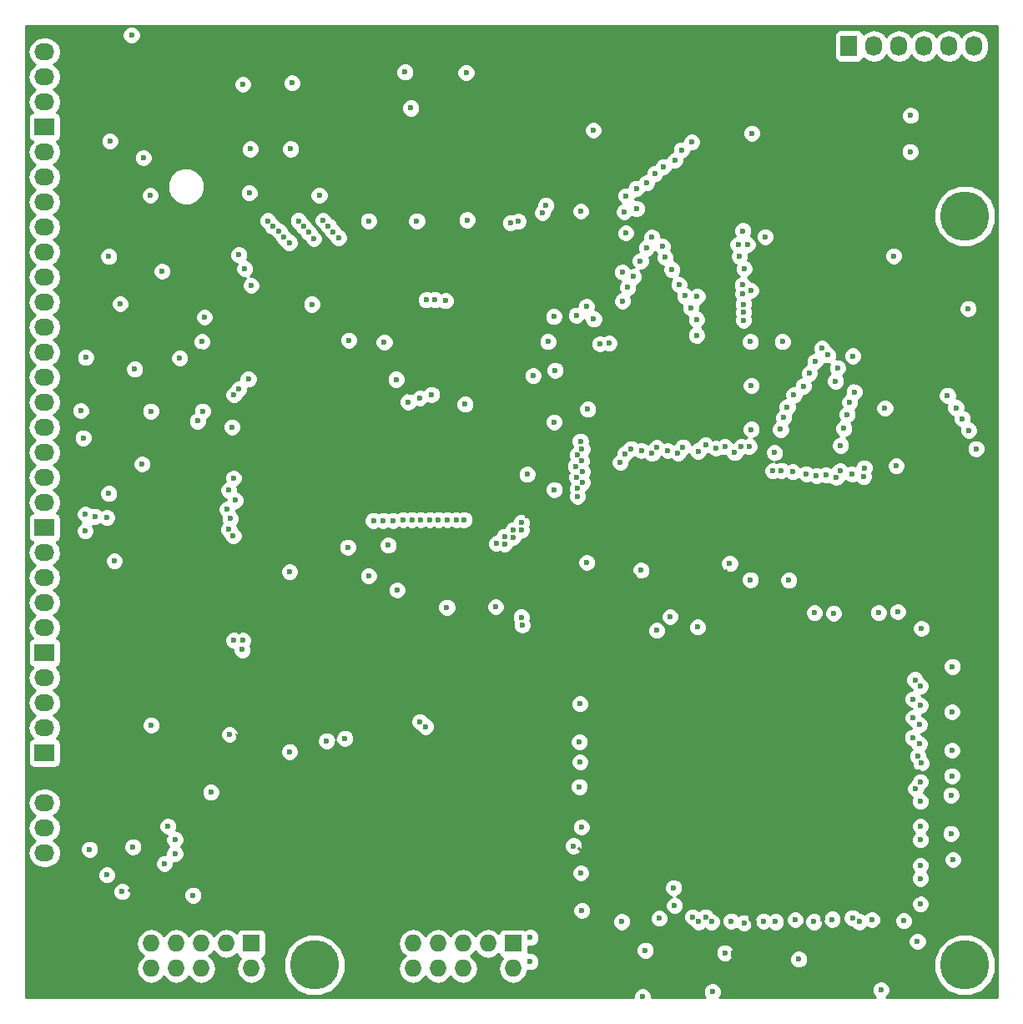
<source format=gbr>
G04 #@! TF.FileFunction,Copper,L3,Inr,Mixed*
%FSLAX46Y46*%
G04 Gerber Fmt 4.6, Leading zero omitted, Abs format (unit mm)*
G04 Created by KiCad (PCBNEW 0.201602141416+6556~42~ubuntu14.04.1-product) date ons 24 feb 2016 10:42:23*
%MOMM*%
G01*
G04 APERTURE LIST*
%ADD10C,0.100000*%
%ADD11C,5.000000*%
%ADD12R,1.727200X1.727200*%
%ADD13O,1.727200X1.727200*%
%ADD14R,2.032000X1.727200*%
%ADD15O,2.032000X1.727200*%
%ADD16R,1.727200X2.032000*%
%ADD17O,1.727200X2.032000*%
%ADD18C,0.600000*%
%ADD19C,0.165100*%
%ADD20C,0.304800*%
%ADD21C,0.609600*%
%ADD22C,0.203200*%
%ADD23C,0.254000*%
G04 APERTURE END LIST*
D10*
D11*
X115000000Y-146000000D03*
X181000000Y-70000000D03*
D12*
X108600000Y-143800000D03*
D13*
X108600000Y-146340000D03*
X106060000Y-143800000D03*
X106060000Y-146340000D03*
X103520000Y-143800000D03*
X103520000Y-146340000D03*
X100980000Y-143800000D03*
X100980000Y-146340000D03*
X98440000Y-143800000D03*
X98440000Y-146340000D03*
D12*
X135180000Y-143800000D03*
D13*
X135180000Y-146340000D03*
X132640000Y-143800000D03*
X132640000Y-146340000D03*
X130100000Y-143800000D03*
X130100000Y-146340000D03*
X127560000Y-143800000D03*
X127560000Y-146340000D03*
X125020000Y-143800000D03*
X125020000Y-146340000D03*
D14*
X87630000Y-124460000D03*
D15*
X87630000Y-121920000D03*
X87630000Y-119380000D03*
X87630000Y-116840000D03*
D14*
X87630000Y-137160000D03*
D15*
X87630000Y-134620000D03*
X87630000Y-132080000D03*
X87630000Y-129540000D03*
D14*
X87630000Y-101600000D03*
D15*
X87630000Y-99060000D03*
X87630000Y-96520000D03*
X87630000Y-93980000D03*
X87630000Y-91440000D03*
X87630000Y-88900000D03*
X87630000Y-86360000D03*
X87630000Y-83820000D03*
X87630000Y-81280000D03*
X87630000Y-78740000D03*
X87630000Y-76200000D03*
X87630000Y-73660000D03*
X87630000Y-71120000D03*
X87630000Y-68580000D03*
X87630000Y-66040000D03*
X87630000Y-63500000D03*
D16*
X169250000Y-52750000D03*
D17*
X171790000Y-52750000D03*
X174330000Y-52750000D03*
X176870000Y-52750000D03*
X179410000Y-52750000D03*
X181950000Y-52750000D03*
D14*
X87630000Y-60960000D03*
D15*
X87630000Y-58420000D03*
X87630000Y-55880000D03*
X87630000Y-53340000D03*
D14*
X87630000Y-114300000D03*
D15*
X87630000Y-111760000D03*
X87630000Y-109220000D03*
X87630000Y-106680000D03*
X87630000Y-104140000D03*
D11*
X181000000Y-146000000D03*
D18*
X164150000Y-145400000D03*
X160585936Y-141521369D03*
X149750000Y-112040160D03*
X148594127Y-144488157D03*
X139335614Y-90900799D03*
X123400000Y-107950000D03*
X118400000Y-103600000D03*
X159300000Y-77550000D03*
X159400000Y-61600000D03*
X159250000Y-82750000D03*
X174050000Y-95350000D03*
X173800000Y-74050000D03*
X116250000Y-123250000D03*
X112500000Y-124350000D03*
X93950000Y-136850000D03*
X124800000Y-59050000D03*
X99550000Y-75600000D03*
X94156070Y-74101214D03*
X94150000Y-98150000D03*
X175450000Y-63475000D03*
X175500000Y-59800000D03*
X93949996Y-100600000D03*
X108400000Y-67650000D03*
X101350000Y-84402330D03*
X103600000Y-82750000D03*
X108300000Y-86550000D03*
X118500000Y-82600000D03*
X122100000Y-82800000D03*
X114750000Y-78950000D03*
X159350000Y-87200000D03*
X162500000Y-82750000D03*
X103650002Y-89800000D03*
X97650000Y-64100000D03*
X100850000Y-133250000D03*
X133400000Y-109650000D03*
X128450000Y-109700000D03*
X139300000Y-80200000D03*
X115500000Y-67900000D03*
X98350000Y-67900000D03*
X91800000Y-84350000D03*
X151450000Y-138150000D03*
X141950000Y-119500000D03*
X157150000Y-105250000D03*
X159350000Y-91650000D03*
X143350000Y-80450000D03*
X146250000Y-75700000D03*
X153850000Y-78150000D03*
X172900000Y-89500000D03*
X169650000Y-84200000D03*
X181350000Y-79400000D03*
X130400000Y-55450000D03*
X143300000Y-61300000D03*
X146600000Y-71700000D03*
X160750000Y-72100000D03*
X96450000Y-51650000D03*
X98400000Y-89800000D03*
X91300000Y-89750000D03*
X91550000Y-92500000D03*
X122500000Y-103400000D03*
X139350000Y-97750000D03*
X142750000Y-89600000D03*
X103850000Y-80250000D03*
X176200000Y-143600000D03*
X167550000Y-141350000D03*
X163800000Y-141400000D03*
X156650000Y-144750000D03*
X150000000Y-141250000D03*
X142150000Y-140450000D03*
X142050000Y-136650000D03*
X141300000Y-133900000D03*
X142100000Y-132000000D03*
X141900000Y-127900000D03*
X141950000Y-125400000D03*
X141900000Y-123350000D03*
X142650000Y-105150000D03*
X148150000Y-105950000D03*
X151100000Y-110650000D03*
X153900000Y-111700000D03*
X159250000Y-106900000D03*
X163150000Y-106950000D03*
X161700000Y-94000000D03*
X165750000Y-110250000D03*
X167700000Y-110300000D03*
X172250000Y-110250000D03*
X174200000Y-110150000D03*
X176600000Y-111850000D03*
X179750000Y-115700000D03*
X179700000Y-120300000D03*
X179700000Y-124200000D03*
X179700000Y-126800000D03*
X179600000Y-128750000D03*
X179600000Y-132650000D03*
X179800000Y-135300000D03*
X176500000Y-137200000D03*
X171600000Y-141400000D03*
X172500000Y-148500000D03*
X148300000Y-149200000D03*
X155400000Y-148700000D03*
X138500000Y-68900000D03*
X125400000Y-70500000D03*
X120500000Y-70500000D03*
X106300000Y-97800000D03*
X112500000Y-106100000D03*
X139427919Y-85654061D03*
X118100000Y-123000000D03*
X106400000Y-122600000D03*
X144900000Y-82900000D03*
X130500000Y-70400000D03*
X95500000Y-71400000D03*
X110000000Y-96700000D03*
X128300000Y-56300000D03*
X139265660Y-88056720D03*
X94747080Y-110782100D03*
X94361000Y-101818440D03*
X152750000Y-101550000D03*
X141650000Y-117050000D03*
X118600000Y-124250000D03*
X136650000Y-100450000D03*
X157000000Y-75400000D03*
X182350000Y-61600000D03*
X182350000Y-59900000D03*
X167550000Y-59800000D03*
X167650000Y-63575000D03*
X94950238Y-99348204D03*
X96047670Y-129900000D03*
X109937261Y-107787261D03*
X142778798Y-77600055D03*
X141850000Y-75900000D03*
X89550000Y-63600000D03*
X91550000Y-98050000D03*
X103400000Y-83700000D03*
X125900000Y-107900000D03*
X130950000Y-109550000D03*
X120750000Y-103550000D03*
X112950000Y-67900000D03*
X157500000Y-144750000D03*
X172700000Y-87000000D03*
X159400000Y-89650000D03*
X153600000Y-72000000D03*
X172800000Y-93850000D03*
X146450000Y-73650000D03*
X156950000Y-61500000D03*
X152900000Y-75750000D03*
X115400000Y-103500000D03*
X139000000Y-93750000D03*
X139350000Y-84250000D03*
X106100000Y-76250000D03*
X106200000Y-93750000D03*
X147550000Y-106750000D03*
X151600000Y-147200000D03*
X100800000Y-127300000D03*
X123000000Y-70400000D03*
X118200000Y-70600000D03*
X127900000Y-70400000D03*
X171100000Y-71900000D03*
X168900000Y-82800000D03*
X156700000Y-82300000D03*
X159300000Y-84400000D03*
X166600000Y-141300000D03*
X173200000Y-141200000D03*
X176200000Y-138900000D03*
X176400000Y-134600000D03*
X176400000Y-130700000D03*
X176300000Y-126400000D03*
X179600000Y-122200000D03*
X179700000Y-118300000D03*
X176400000Y-116000000D03*
X176500000Y-113800000D03*
X174900000Y-106900000D03*
X170900000Y-106800000D03*
X169700000Y-106800000D03*
X165100000Y-106800000D03*
X161200000Y-107000000D03*
X156700000Y-106700000D03*
X148400000Y-111000000D03*
X146900000Y-121600000D03*
X147000000Y-125400000D03*
X146800000Y-130000000D03*
X142200000Y-134600000D03*
X142200000Y-138500000D03*
X151000000Y-144600000D03*
X156000000Y-140800000D03*
X159300000Y-140900000D03*
X96700000Y-138400000D03*
X94800000Y-131700000D03*
X107200000Y-133500000D03*
X107000000Y-137300000D03*
X132500000Y-137500000D03*
X147400000Y-148700000D03*
X160300000Y-147600000D03*
X183600000Y-139400000D03*
X179200000Y-84100000D03*
X92600000Y-78300000D03*
X99400000Y-79600000D03*
X139400000Y-69900000D03*
X133126811Y-70452329D03*
X107364512Y-122913308D03*
X141708540Y-97637130D03*
X176229378Y-124805319D03*
X142191755Y-97043918D03*
X176400000Y-123550000D03*
X141624492Y-96478152D03*
X175700000Y-122900000D03*
X141700000Y-98450000D03*
X176550000Y-125500000D03*
X142214417Y-95948596D03*
X176400000Y-121600000D03*
X141518099Y-95380704D03*
X175750000Y-120900000D03*
X142110594Y-94853274D03*
X176500000Y-119650000D03*
X141680370Y-94220579D03*
X175750000Y-119000000D03*
X142164470Y-93628091D03*
X176500000Y-117700000D03*
X142000000Y-92850000D03*
X175950000Y-117050000D03*
X181400000Y-91750000D03*
X168738654Y-91548990D03*
X180750000Y-90550000D03*
X169068865Y-90129177D03*
X180100000Y-89450000D03*
X169316536Y-88909358D03*
X169784898Y-87842159D03*
X179250000Y-88200000D03*
X168408443Y-93276864D03*
X182150000Y-93600000D03*
X149752107Y-93482752D03*
X148092593Y-74552330D03*
X149250000Y-94100000D03*
X147371060Y-76152330D03*
X152400000Y-93450000D03*
X150319668Y-73104679D03*
X150858498Y-93796601D03*
X148700000Y-73247670D03*
X151900000Y-94050000D03*
X149255075Y-72152330D03*
X151300000Y-75447670D03*
X154701392Y-93246751D03*
X153950000Y-93850000D03*
X150600000Y-74200000D03*
X152000000Y-76947670D03*
X155750000Y-93550000D03*
X157650000Y-94000000D03*
X153200000Y-79300000D03*
X156650000Y-93400000D03*
X152600000Y-78100000D03*
X158315340Y-93378551D03*
X153787743Y-80498639D03*
X162624287Y-90452330D03*
X162391600Y-95801120D03*
X159129616Y-93369661D03*
X153787733Y-82098637D03*
X162315106Y-91647670D03*
X161513971Y-95858944D03*
X170800000Y-95550000D03*
X167900021Y-86746829D03*
X169532560Y-96164613D03*
X167100000Y-84100000D03*
X170750000Y-96450000D03*
X168100000Y-85400000D03*
X168350000Y-95850000D03*
X166500000Y-83400000D03*
X167971787Y-96515095D03*
X165812725Y-84759329D03*
X166900000Y-96300000D03*
X165234844Y-85947670D03*
X164900000Y-96150000D03*
X163670244Y-88152330D03*
X165950000Y-96350000D03*
X164632622Y-87253302D03*
X163550000Y-95950000D03*
X162992610Y-89367257D03*
X142613606Y-79172104D03*
X146500000Y-94150000D03*
X148200000Y-93800000D03*
X146800000Y-77247670D03*
X147150000Y-93600000D03*
X146277844Y-78632424D03*
X146050000Y-94999998D03*
X141593008Y-80077908D03*
X130300000Y-89100000D03*
X124532577Y-88858069D03*
X94700000Y-105000000D03*
X135700000Y-70547782D03*
X147734260Y-69247670D03*
X158562254Y-79787746D03*
X146653044Y-67952330D03*
X158550000Y-78950000D03*
X147689530Y-67183998D03*
X158500000Y-77900000D03*
X148710055Y-66644842D03*
X158450000Y-77000000D03*
X158612261Y-75337739D03*
X149539952Y-65710047D03*
X150416924Y-65001973D03*
X158150000Y-74100000D03*
X158000000Y-72900000D03*
X151600000Y-64350000D03*
X158950000Y-72900000D03*
X152250000Y-63300000D03*
X158500000Y-71500000D03*
X153300000Y-62500000D03*
X92200000Y-134250000D03*
X126350000Y-78500000D03*
X95500000Y-138550000D03*
X127250000Y-78500000D03*
X143968695Y-82959246D03*
X138700000Y-82750000D03*
X138141028Y-69669920D03*
X104500000Y-128450000D03*
X100850000Y-134700000D03*
X107750000Y-113050000D03*
X106800000Y-96600000D03*
X126300000Y-121800000D03*
X136100000Y-111500000D03*
X121000000Y-100900000D03*
X146200000Y-141600000D03*
X97518354Y-95156154D03*
X122000000Y-100900000D03*
X153400000Y-141100000D03*
X123000000Y-100900000D03*
X154000000Y-141600000D03*
X124000000Y-100800000D03*
X154700000Y-141100000D03*
X124900000Y-100800000D03*
X155300000Y-141600000D03*
X123294979Y-86568996D03*
X137200000Y-86200000D03*
X142050000Y-69500000D03*
X158550000Y-80600000D03*
X146443331Y-69577881D03*
X125800000Y-100800000D03*
X158600000Y-141700000D03*
X126700000Y-100800000D03*
X161800000Y-141600000D03*
X127600000Y-100800000D03*
X165700000Y-141600000D03*
X128500000Y-100800000D03*
X169600000Y-141200000D03*
X129400000Y-100800000D03*
X170300000Y-141600000D03*
X130200000Y-100800000D03*
X174800000Y-141500000D03*
X176500000Y-139800000D03*
X133476728Y-103223777D03*
X176500000Y-135900000D03*
X134294404Y-103266944D03*
X176500000Y-131900000D03*
X135188238Y-102611762D03*
X176500000Y-133300000D03*
X134300984Y-102499016D03*
X176500000Y-129400000D03*
X135183543Y-101832559D03*
X176000000Y-128100000D03*
X135995298Y-101869805D03*
X176500000Y-127400000D03*
X136000000Y-101100000D03*
X106773980Y-102438200D03*
X91750000Y-101950000D03*
X91750000Y-100250000D03*
X106150000Y-99750000D03*
X92735400Y-100469700D03*
X106450000Y-100700000D03*
X107350002Y-73950000D03*
X107950000Y-75350000D03*
X108600000Y-77050000D03*
X110292026Y-70484889D03*
X110782812Y-71071852D03*
X111402330Y-71520844D03*
X111902330Y-72150000D03*
X112450000Y-72700000D03*
X113387660Y-70483863D03*
X113902330Y-71050000D03*
X114402330Y-71650000D03*
X114950000Y-72300000D03*
X115887660Y-70433863D03*
X116402330Y-71000000D03*
X116902330Y-71600000D03*
X117450000Y-72200000D03*
X107750000Y-56650000D03*
X108500000Y-63200000D03*
X112750000Y-56500000D03*
X112600000Y-63200000D03*
X103150000Y-90800000D03*
X106304080Y-101797660D03*
X106967020Y-98844100D03*
X124200000Y-55400000D03*
X134900000Y-70700000D03*
X94250000Y-62400000D03*
X96773996Y-85536422D03*
X95300000Y-78900000D03*
X106650000Y-91400000D03*
X98450000Y-121650000D03*
X106850000Y-113050000D03*
X99799998Y-135700000D03*
X100150000Y-131900000D03*
X107700000Y-114000000D03*
X125700000Y-121300000D03*
X136000000Y-110700000D03*
X128300000Y-78600000D03*
X102700000Y-138900000D03*
X157300000Y-141526600D03*
X120500000Y-106500000D03*
X136900000Y-143200000D03*
X136900000Y-145650000D03*
X96599998Y-134000000D03*
X151550000Y-139950000D03*
X106834940Y-88140540D03*
X107363260Y-87541100D03*
X125700000Y-88465154D03*
X126900002Y-88100000D03*
X136600000Y-96200000D03*
D19*
X95500000Y-71400000D02*
X95500000Y-71824264D01*
X95500000Y-71824264D02*
X95300000Y-72024264D01*
X110000000Y-96700000D02*
X110700000Y-96700000D01*
D20*
X128300000Y-56300000D02*
X128300000Y-56724264D01*
X128300000Y-56724264D02*
X128375736Y-56800000D01*
X94747080Y-110782100D02*
X95064580Y-111099600D01*
X94550000Y-101629440D02*
X94361000Y-101818440D01*
X94550000Y-101550000D02*
X94550000Y-101629440D01*
X152750000Y-101550000D02*
X152750000Y-101050000D01*
X148000000Y-110600000D02*
X147900000Y-110600000D01*
D19*
X118175736Y-124250000D02*
X118600000Y-124250000D01*
X117750000Y-124250000D02*
X118175736Y-124250000D01*
X117700000Y-124200000D02*
X117750000Y-124250000D01*
D20*
X135700000Y-99500000D02*
X136350001Y-100150001D01*
X136350001Y-100150001D02*
X136650000Y-100450000D01*
X182350000Y-61600000D02*
X182775000Y-61175000D01*
X182350000Y-59900000D02*
X182350000Y-60324264D01*
X182350000Y-60324264D02*
X182550000Y-60524264D01*
X167650000Y-63575000D02*
X167350001Y-63275001D01*
X167350001Y-63275001D02*
X167150001Y-63275001D01*
X166950000Y-60400000D02*
X166950000Y-60675000D01*
X167550000Y-59800000D02*
X166950000Y-60400000D01*
X94450000Y-99424178D02*
X94525974Y-99348204D01*
X94800000Y-99450000D02*
X94848442Y-99450000D01*
X94525974Y-99348204D02*
X94950238Y-99348204D01*
X94848442Y-99450000D02*
X94950238Y-99348204D01*
X94450000Y-99550000D02*
X94450000Y-99424178D01*
X95997670Y-129900000D02*
X96047670Y-129900000D01*
D19*
X109937261Y-106687261D02*
X109937261Y-107362997D01*
X109937261Y-107362997D02*
X109937261Y-107787261D01*
X109900000Y-106650000D02*
X109937261Y-106687261D01*
D21*
X159550000Y-141574264D02*
X159550000Y-142700000D01*
X159550000Y-142700000D02*
X157500000Y-144750000D01*
X159300000Y-140900000D02*
X159300000Y-141324264D01*
X159300000Y-141324264D02*
X159550000Y-141574264D01*
D19*
X142778798Y-77600055D02*
X142778798Y-77175791D01*
X142778798Y-77175791D02*
X142400000Y-76796993D01*
X142400000Y-76796993D02*
X142400000Y-76500000D01*
D20*
X142149999Y-76199999D02*
X141850000Y-75900000D01*
X142400000Y-76500000D02*
X142400000Y-76450000D01*
X142400000Y-76450000D02*
X142149999Y-76199999D01*
X91550000Y-98050000D02*
X91550000Y-97750000D01*
X125900000Y-107900000D02*
X125900000Y-108350000D01*
X131000000Y-109600000D02*
X131000000Y-110250000D01*
X130950000Y-109550000D02*
X131000000Y-109600000D01*
X120750000Y-103550000D02*
X120450000Y-103250000D01*
X157500000Y-144750000D02*
X157500000Y-145100000D01*
X157500000Y-145100000D02*
X157450000Y-145150000D01*
D22*
X173200000Y-87000000D02*
X172700000Y-87000000D01*
D19*
X159400000Y-89650000D02*
X159050000Y-89650000D01*
D20*
X153600000Y-72000000D02*
X153200000Y-72000000D01*
X173050000Y-94100000D02*
X173150000Y-94100000D01*
X172800000Y-93850000D02*
X173050000Y-94100000D01*
D19*
X147150000Y-73600000D02*
X146500000Y-73600000D01*
X146500000Y-73600000D02*
X146450000Y-73650000D01*
D20*
X157000000Y-61550000D02*
X157500000Y-61550000D01*
X156950000Y-61500000D02*
X157000000Y-61550000D01*
X152750000Y-75600000D02*
X152650000Y-75600000D01*
X152900000Y-75750000D02*
X152750000Y-75600000D01*
X147350000Y-106300000D02*
X147550000Y-106500000D01*
X147550000Y-106500000D02*
X147550000Y-106750000D01*
X152200000Y-147300000D02*
X152100000Y-147200000D01*
X152100000Y-147200000D02*
X151600000Y-147200000D01*
X100800000Y-127300000D02*
X100800000Y-127000000D01*
X100800000Y-127000000D02*
X101100000Y-126700000D01*
X123000000Y-70400000D02*
X123000000Y-70500000D01*
X123000000Y-70500000D02*
X123100000Y-70600000D01*
X118200000Y-70600000D02*
X118400000Y-70800000D01*
X127900000Y-70400000D02*
X128100000Y-70600000D01*
X171100000Y-71900000D02*
X170700000Y-71500000D01*
X168900000Y-82800000D02*
X168500000Y-82400000D01*
X156700000Y-82300000D02*
X156999999Y-82000001D01*
X156999999Y-82000001D02*
X156999999Y-81700001D01*
X159600000Y-84100000D02*
X159900000Y-84100000D01*
X159300000Y-84400000D02*
X159600000Y-84100000D01*
X166600000Y-141300000D02*
X166600000Y-140800000D01*
X166600000Y-140800000D02*
X166700000Y-140700000D01*
X173200000Y-141200000D02*
X172700000Y-141200000D01*
X172700000Y-141200000D02*
X172200000Y-140700000D01*
X176200000Y-138900000D02*
X175600000Y-138900000D01*
X175600000Y-138900000D02*
X175300000Y-138600000D01*
X176400000Y-134600000D02*
X175600000Y-134600000D01*
X176400000Y-130700000D02*
X175400000Y-130700000D01*
X176300000Y-126400000D02*
X175900000Y-126400000D01*
X179600000Y-122200000D02*
X180500000Y-122200000D01*
X179700000Y-118300000D02*
X180300000Y-118300000D01*
X180300000Y-118300000D02*
X180400000Y-118400000D01*
X176400000Y-116000000D02*
X176000000Y-116000000D01*
X176000000Y-116000000D02*
X175800000Y-115800000D01*
X176500000Y-113800000D02*
X175800000Y-113800000D01*
X175800000Y-113800000D02*
X175700000Y-113700000D01*
X174900000Y-106900000D02*
X174900000Y-106400000D01*
X174900000Y-106400000D02*
X174800000Y-106300000D01*
X170900000Y-106800000D02*
X170900000Y-106400000D01*
X169700000Y-106800000D02*
X169700000Y-106400000D01*
X165100000Y-106800000D02*
X165100000Y-106400000D01*
X161200000Y-107000000D02*
X161200000Y-106500000D01*
X156700000Y-106700000D02*
X156700000Y-106100000D01*
X156700000Y-106100000D02*
X156800000Y-106000000D01*
X148400000Y-111000000D02*
X148000000Y-110600000D01*
X146900000Y-121600000D02*
X147400000Y-121600000D01*
X147000000Y-125400000D02*
X147500000Y-125400000D01*
X146800000Y-130000000D02*
X147400000Y-130000000D01*
X142200000Y-134600000D02*
X142200000Y-134500000D01*
X142200000Y-134500000D02*
X141900000Y-134200000D01*
X142200000Y-138500000D02*
X141700000Y-138500000D01*
X151000000Y-144600000D02*
X151000000Y-144900000D01*
X151000000Y-144900000D02*
X150900000Y-145000000D01*
X156000000Y-140800000D02*
X156000000Y-140300000D01*
X156000000Y-140300000D02*
X156100000Y-140200000D01*
X156100000Y-140200000D02*
X156000000Y-140200000D01*
X159300000Y-140900000D02*
X159300000Y-140200000D01*
X96700000Y-138400000D02*
X96200000Y-138400000D01*
X94800000Y-131700000D02*
X95300000Y-131700000D01*
X107200000Y-133500000D02*
X107800000Y-133500000D01*
X107000000Y-137300000D02*
X107000000Y-137200000D01*
X107000000Y-137200000D02*
X107300000Y-136900000D01*
X132500000Y-137500000D02*
X132500000Y-137400000D01*
X132500000Y-137400000D02*
X132700000Y-137200000D01*
X147400000Y-148700000D02*
X147800000Y-148300000D01*
X160300000Y-147600000D02*
X161300000Y-147600000D01*
X183600000Y-139400000D02*
X183600000Y-139100000D01*
X183600000Y-139100000D02*
X183700000Y-139000000D01*
X179400000Y-84100000D02*
X179600000Y-84300000D01*
X179200000Y-84100000D02*
X179400000Y-84100000D01*
X99400000Y-79600000D02*
X99700000Y-79300000D01*
X99700000Y-79300000D02*
X99900000Y-79300000D01*
X92600000Y-78500000D02*
X92400000Y-78700000D01*
X92600000Y-78300000D02*
X92600000Y-78500000D01*
D19*
X133500000Y-70825518D02*
X133426810Y-70752328D01*
X133426810Y-70752328D02*
X133126811Y-70452329D01*
X133500000Y-71000000D02*
X133500000Y-70825518D01*
X107364512Y-122913308D02*
X107064513Y-122613309D01*
X107064513Y-122613309D02*
X107064513Y-122535487D01*
D23*
G36*
X184290000Y-149290000D02*
X173032065Y-149290000D01*
X173292192Y-149030327D01*
X173434838Y-148686799D01*
X173435162Y-148314833D01*
X173293117Y-147971057D01*
X173030327Y-147707808D01*
X172686799Y-147565162D01*
X172314833Y-147564838D01*
X171971057Y-147706883D01*
X171707808Y-147969673D01*
X171565162Y-148313201D01*
X171564838Y-148685167D01*
X171706883Y-149028943D01*
X171967485Y-149290000D01*
X156132415Y-149290000D01*
X156192192Y-149230327D01*
X156334838Y-148886799D01*
X156335162Y-148514833D01*
X156193117Y-148171057D01*
X155930327Y-147907808D01*
X155586799Y-147765162D01*
X155214833Y-147764838D01*
X154871057Y-147906883D01*
X154607808Y-148169673D01*
X154465162Y-148513201D01*
X154464838Y-148885167D01*
X154606883Y-149228943D01*
X154667834Y-149290000D01*
X149234922Y-149290000D01*
X149235162Y-149014833D01*
X149093117Y-148671057D01*
X148830327Y-148407808D01*
X148486799Y-148265162D01*
X148114833Y-148264838D01*
X147771057Y-148406883D01*
X147507808Y-148669673D01*
X147365162Y-149013201D01*
X147364921Y-149290000D01*
X85710000Y-149290000D01*
X85710000Y-143770641D01*
X96941400Y-143770641D01*
X96941400Y-143829359D01*
X97055474Y-144402848D01*
X97380330Y-144889029D01*
X97651172Y-145070000D01*
X97380330Y-145250971D01*
X97055474Y-145737152D01*
X96941400Y-146310641D01*
X96941400Y-146369359D01*
X97055474Y-146942848D01*
X97380330Y-147429029D01*
X97866511Y-147753885D01*
X98440000Y-147867959D01*
X99013489Y-147753885D01*
X99499670Y-147429029D01*
X99710000Y-147114248D01*
X99920330Y-147429029D01*
X100406511Y-147753885D01*
X100980000Y-147867959D01*
X101553489Y-147753885D01*
X102039670Y-147429029D01*
X102250000Y-147114248D01*
X102460330Y-147429029D01*
X102946511Y-147753885D01*
X103520000Y-147867959D01*
X104093489Y-147753885D01*
X104579670Y-147429029D01*
X104904526Y-146942848D01*
X105018600Y-146369359D01*
X105018600Y-146310641D01*
X104904526Y-145737152D01*
X104579670Y-145250971D01*
X104308828Y-145070000D01*
X104579670Y-144889029D01*
X104790000Y-144574248D01*
X105000330Y-144889029D01*
X105486511Y-145213885D01*
X106060000Y-145327959D01*
X106633489Y-145213885D01*
X107119670Y-144889029D01*
X107130559Y-144872733D01*
X107138243Y-144911365D01*
X107278591Y-145121409D01*
X107488635Y-145261757D01*
X107527904Y-145269568D01*
X107215474Y-145737152D01*
X107101400Y-146310641D01*
X107101400Y-146369359D01*
X107215474Y-146942848D01*
X107540330Y-147429029D01*
X108026511Y-147753885D01*
X108600000Y-147867959D01*
X109173489Y-147753885D01*
X109659670Y-147429029D01*
X109984526Y-146942848D01*
X110048574Y-146620854D01*
X111864457Y-146620854D01*
X112340727Y-147773515D01*
X113221847Y-148656174D01*
X114373674Y-149134454D01*
X115620854Y-149135543D01*
X116773515Y-148659273D01*
X117656174Y-147778153D01*
X118134454Y-146626326D01*
X118135543Y-145379146D01*
X117659273Y-144226485D01*
X117204224Y-143770641D01*
X123521400Y-143770641D01*
X123521400Y-143829359D01*
X123635474Y-144402848D01*
X123960330Y-144889029D01*
X124231172Y-145070000D01*
X123960330Y-145250971D01*
X123635474Y-145737152D01*
X123521400Y-146310641D01*
X123521400Y-146369359D01*
X123635474Y-146942848D01*
X123960330Y-147429029D01*
X124446511Y-147753885D01*
X125020000Y-147867959D01*
X125593489Y-147753885D01*
X126079670Y-147429029D01*
X126290000Y-147114248D01*
X126500330Y-147429029D01*
X126986511Y-147753885D01*
X127560000Y-147867959D01*
X128133489Y-147753885D01*
X128619670Y-147429029D01*
X128830000Y-147114248D01*
X129040330Y-147429029D01*
X129526511Y-147753885D01*
X130100000Y-147867959D01*
X130673489Y-147753885D01*
X131159670Y-147429029D01*
X131484526Y-146942848D01*
X131598600Y-146369359D01*
X131598600Y-146310641D01*
X131484526Y-145737152D01*
X131159670Y-145250971D01*
X130888828Y-145070000D01*
X131159670Y-144889029D01*
X131370000Y-144574248D01*
X131580330Y-144889029D01*
X132066511Y-145213885D01*
X132640000Y-145327959D01*
X133213489Y-145213885D01*
X133699670Y-144889029D01*
X133710559Y-144872733D01*
X133718243Y-144911365D01*
X133858591Y-145121409D01*
X134068635Y-145261757D01*
X134107904Y-145269568D01*
X133795474Y-145737152D01*
X133681400Y-146310641D01*
X133681400Y-146369359D01*
X133795474Y-146942848D01*
X134120330Y-147429029D01*
X134606511Y-147753885D01*
X135180000Y-147867959D01*
X135753489Y-147753885D01*
X136239670Y-147429029D01*
X136564526Y-146942848D01*
X136628575Y-146620854D01*
X177864457Y-146620854D01*
X178340727Y-147773515D01*
X179221847Y-148656174D01*
X180373674Y-149134454D01*
X181620854Y-149135543D01*
X182773515Y-148659273D01*
X183656174Y-147778153D01*
X184134454Y-146626326D01*
X184135543Y-145379146D01*
X183659273Y-144226485D01*
X182778153Y-143343826D01*
X181626326Y-142865546D01*
X180379146Y-142864457D01*
X179226485Y-143340727D01*
X178343826Y-144221847D01*
X177865546Y-145373674D01*
X177864457Y-146620854D01*
X136628575Y-146620854D01*
X136641649Y-146555127D01*
X136713201Y-146584838D01*
X137085167Y-146585162D01*
X137428943Y-146443117D01*
X137692192Y-146180327D01*
X137834838Y-145836799D01*
X137835162Y-145464833D01*
X137693117Y-145121057D01*
X137430327Y-144857808D01*
X137086799Y-144715162D01*
X136714833Y-144714838D01*
X136677805Y-144730138D01*
X136689105Y-144673324D01*
X147658965Y-144673324D01*
X147801010Y-145017100D01*
X148063800Y-145280349D01*
X148407328Y-145422995D01*
X148779294Y-145423319D01*
X149123070Y-145281274D01*
X149386319Y-145018484D01*
X149420915Y-144935167D01*
X155714838Y-144935167D01*
X155856883Y-145278943D01*
X156119673Y-145542192D01*
X156463201Y-145684838D01*
X156835167Y-145685162D01*
X157077173Y-145585167D01*
X163214838Y-145585167D01*
X163356883Y-145928943D01*
X163619673Y-146192192D01*
X163963201Y-146334838D01*
X164335167Y-146335162D01*
X164678943Y-146193117D01*
X164942192Y-145930327D01*
X165084838Y-145586799D01*
X165085162Y-145214833D01*
X164943117Y-144871057D01*
X164680327Y-144607808D01*
X164336799Y-144465162D01*
X163964833Y-144464838D01*
X163621057Y-144606883D01*
X163357808Y-144869673D01*
X163215162Y-145213201D01*
X163214838Y-145585167D01*
X157077173Y-145585167D01*
X157178943Y-145543117D01*
X157442192Y-145280327D01*
X157584838Y-144936799D01*
X157585162Y-144564833D01*
X157443117Y-144221057D01*
X157180327Y-143957808D01*
X156836799Y-143815162D01*
X156464833Y-143814838D01*
X156121057Y-143956883D01*
X155857808Y-144219673D01*
X155715162Y-144563201D01*
X155714838Y-144935167D01*
X149420915Y-144935167D01*
X149528965Y-144674956D01*
X149529289Y-144302990D01*
X149387244Y-143959214D01*
X149213501Y-143785167D01*
X175264838Y-143785167D01*
X175406883Y-144128943D01*
X175669673Y-144392192D01*
X176013201Y-144534838D01*
X176385167Y-144535162D01*
X176728943Y-144393117D01*
X176992192Y-144130327D01*
X177134838Y-143786799D01*
X177135162Y-143414833D01*
X176993117Y-143071057D01*
X176730327Y-142807808D01*
X176386799Y-142665162D01*
X176014833Y-142664838D01*
X175671057Y-142806883D01*
X175407808Y-143069673D01*
X175265162Y-143413201D01*
X175264838Y-143785167D01*
X149213501Y-143785167D01*
X149124454Y-143695965D01*
X148780926Y-143553319D01*
X148408960Y-143552995D01*
X148065184Y-143695040D01*
X147801935Y-143957830D01*
X147659289Y-144301358D01*
X147658965Y-144673324D01*
X136689105Y-144673324D01*
X136691040Y-144663600D01*
X136691040Y-144125636D01*
X136713201Y-144134838D01*
X137085167Y-144135162D01*
X137428943Y-143993117D01*
X137692192Y-143730327D01*
X137834838Y-143386799D01*
X137835162Y-143014833D01*
X137693117Y-142671057D01*
X137430327Y-142407808D01*
X137086799Y-142265162D01*
X136714833Y-142264838D01*
X136385290Y-142401002D01*
X136291365Y-142338243D01*
X136043600Y-142288960D01*
X134316400Y-142288960D01*
X134068635Y-142338243D01*
X133858591Y-142478591D01*
X133718243Y-142688635D01*
X133710559Y-142727267D01*
X133699670Y-142710971D01*
X133213489Y-142386115D01*
X132640000Y-142272041D01*
X132066511Y-142386115D01*
X131580330Y-142710971D01*
X131370000Y-143025752D01*
X131159670Y-142710971D01*
X130673489Y-142386115D01*
X130100000Y-142272041D01*
X129526511Y-142386115D01*
X129040330Y-142710971D01*
X128830000Y-143025752D01*
X128619670Y-142710971D01*
X128133489Y-142386115D01*
X127560000Y-142272041D01*
X126986511Y-142386115D01*
X126500330Y-142710971D01*
X126290000Y-143025752D01*
X126079670Y-142710971D01*
X125593489Y-142386115D01*
X125020000Y-142272041D01*
X124446511Y-142386115D01*
X123960330Y-142710971D01*
X123635474Y-143197152D01*
X123521400Y-143770641D01*
X117204224Y-143770641D01*
X116778153Y-143343826D01*
X115626326Y-142865546D01*
X114379146Y-142864457D01*
X113226485Y-143340727D01*
X112343826Y-144221847D01*
X111865546Y-145373674D01*
X111864457Y-146620854D01*
X110048574Y-146620854D01*
X110098600Y-146369359D01*
X110098600Y-146310641D01*
X109984526Y-145737152D01*
X109672096Y-145269568D01*
X109711365Y-145261757D01*
X109921409Y-145121409D01*
X110061757Y-144911365D01*
X110111040Y-144663600D01*
X110111040Y-142936400D01*
X110061757Y-142688635D01*
X109921409Y-142478591D01*
X109711365Y-142338243D01*
X109463600Y-142288960D01*
X107736400Y-142288960D01*
X107488635Y-142338243D01*
X107278591Y-142478591D01*
X107138243Y-142688635D01*
X107130559Y-142727267D01*
X107119670Y-142710971D01*
X106633489Y-142386115D01*
X106060000Y-142272041D01*
X105486511Y-142386115D01*
X105000330Y-142710971D01*
X104790000Y-143025752D01*
X104579670Y-142710971D01*
X104093489Y-142386115D01*
X103520000Y-142272041D01*
X102946511Y-142386115D01*
X102460330Y-142710971D01*
X102250000Y-143025752D01*
X102039670Y-142710971D01*
X101553489Y-142386115D01*
X100980000Y-142272041D01*
X100406511Y-142386115D01*
X99920330Y-142710971D01*
X99710000Y-143025752D01*
X99499670Y-142710971D01*
X99013489Y-142386115D01*
X98440000Y-142272041D01*
X97866511Y-142386115D01*
X97380330Y-142710971D01*
X97055474Y-143197152D01*
X96941400Y-143770641D01*
X85710000Y-143770641D01*
X85710000Y-141785167D01*
X145264838Y-141785167D01*
X145406883Y-142128943D01*
X145669673Y-142392192D01*
X146013201Y-142534838D01*
X146385167Y-142535162D01*
X146728943Y-142393117D01*
X146992192Y-142130327D01*
X147134838Y-141786799D01*
X147135144Y-141435167D01*
X149064838Y-141435167D01*
X149206883Y-141778943D01*
X149469673Y-142042192D01*
X149813201Y-142184838D01*
X150185167Y-142185162D01*
X150528943Y-142043117D01*
X150792192Y-141780327D01*
X150934838Y-141436799D01*
X150934970Y-141285167D01*
X152464838Y-141285167D01*
X152606883Y-141628943D01*
X152869673Y-141892192D01*
X153158638Y-142012181D01*
X153206883Y-142128943D01*
X153469673Y-142392192D01*
X153813201Y-142534838D01*
X154185167Y-142535162D01*
X154528943Y-142393117D01*
X154649981Y-142272290D01*
X154769673Y-142392192D01*
X155113201Y-142534838D01*
X155485167Y-142535162D01*
X155828943Y-142393117D01*
X156092192Y-142130327D01*
X156234838Y-141786799D01*
X156234903Y-141711767D01*
X156364838Y-141711767D01*
X156506883Y-142055543D01*
X156769673Y-142318792D01*
X157113201Y-142461438D01*
X157485167Y-142461762D01*
X157828943Y-142319717D01*
X157863281Y-142285439D01*
X158069673Y-142492192D01*
X158413201Y-142634838D01*
X158785167Y-142635162D01*
X159128943Y-142493117D01*
X159392192Y-142230327D01*
X159534838Y-141886799D01*
X159534995Y-141706536D01*
X159650774Y-141706536D01*
X159792819Y-142050312D01*
X160055609Y-142313561D01*
X160399137Y-142456207D01*
X160771103Y-142456531D01*
X161114879Y-142314486D01*
X161153558Y-142275874D01*
X161269673Y-142392192D01*
X161613201Y-142534838D01*
X161985167Y-142535162D01*
X162328943Y-142393117D01*
X162592192Y-142130327D01*
X162734838Y-141786799D01*
X162735013Y-141585167D01*
X162864838Y-141585167D01*
X163006883Y-141928943D01*
X163269673Y-142192192D01*
X163613201Y-142334838D01*
X163985167Y-142335162D01*
X164328943Y-142193117D01*
X164592192Y-141930327D01*
X164652467Y-141785167D01*
X164764838Y-141785167D01*
X164906883Y-142128943D01*
X165169673Y-142392192D01*
X165513201Y-142534838D01*
X165885167Y-142535162D01*
X166228943Y-142393117D01*
X166492192Y-142130327D01*
X166634838Y-141786799D01*
X166635015Y-141583998D01*
X166756883Y-141878943D01*
X167019673Y-142142192D01*
X167363201Y-142284838D01*
X167735167Y-142285162D01*
X168078943Y-142143117D01*
X168342192Y-141880327D01*
X168484838Y-141536799D01*
X168484970Y-141385167D01*
X168664838Y-141385167D01*
X168806883Y-141728943D01*
X169069673Y-141992192D01*
X169413201Y-142134838D01*
X169512854Y-142134925D01*
X169769673Y-142392192D01*
X170113201Y-142534838D01*
X170485167Y-142535162D01*
X170828943Y-142393117D01*
X171049980Y-142172465D01*
X171069673Y-142192192D01*
X171413201Y-142334838D01*
X171785167Y-142335162D01*
X172128943Y-142193117D01*
X172392192Y-141930327D01*
X172493991Y-141685167D01*
X173864838Y-141685167D01*
X174006883Y-142028943D01*
X174269673Y-142292192D01*
X174613201Y-142434838D01*
X174985167Y-142435162D01*
X175328943Y-142293117D01*
X175592192Y-142030327D01*
X175734838Y-141686799D01*
X175735162Y-141314833D01*
X175593117Y-140971057D01*
X175330327Y-140707808D01*
X174986799Y-140565162D01*
X174614833Y-140564838D01*
X174271057Y-140706883D01*
X174007808Y-140969673D01*
X173865162Y-141313201D01*
X173864838Y-141685167D01*
X172493991Y-141685167D01*
X172534838Y-141586799D01*
X172535162Y-141214833D01*
X172393117Y-140871057D01*
X172130327Y-140607808D01*
X171786799Y-140465162D01*
X171414833Y-140464838D01*
X171071057Y-140606883D01*
X170850020Y-140827535D01*
X170830327Y-140807808D01*
X170486799Y-140665162D01*
X170387146Y-140665075D01*
X170130327Y-140407808D01*
X169786799Y-140265162D01*
X169414833Y-140264838D01*
X169071057Y-140406883D01*
X168807808Y-140669673D01*
X168665162Y-141013201D01*
X168664838Y-141385167D01*
X168484970Y-141385167D01*
X168485162Y-141164833D01*
X168343117Y-140821057D01*
X168080327Y-140557808D01*
X167736799Y-140415162D01*
X167364833Y-140414838D01*
X167021057Y-140556883D01*
X166757808Y-140819673D01*
X166615162Y-141163201D01*
X166614985Y-141366002D01*
X166493117Y-141071057D01*
X166230327Y-140807808D01*
X165886799Y-140665162D01*
X165514833Y-140664838D01*
X165171057Y-140806883D01*
X164907808Y-141069673D01*
X164765162Y-141413201D01*
X164764838Y-141785167D01*
X164652467Y-141785167D01*
X164734838Y-141586799D01*
X164735162Y-141214833D01*
X164593117Y-140871057D01*
X164330327Y-140607808D01*
X163986799Y-140465162D01*
X163614833Y-140464838D01*
X163271057Y-140606883D01*
X163007808Y-140869673D01*
X162865162Y-141213201D01*
X162864838Y-141585167D01*
X162735013Y-141585167D01*
X162735162Y-141414833D01*
X162593117Y-141071057D01*
X162330327Y-140807808D01*
X161986799Y-140665162D01*
X161614833Y-140664838D01*
X161271057Y-140806883D01*
X161232378Y-140845495D01*
X161116263Y-140729177D01*
X160772735Y-140586531D01*
X160400769Y-140586207D01*
X160056993Y-140728252D01*
X159793744Y-140991042D01*
X159651098Y-141334570D01*
X159650774Y-141706536D01*
X159534995Y-141706536D01*
X159535162Y-141514833D01*
X159393117Y-141171057D01*
X159130327Y-140907808D01*
X158786799Y-140765162D01*
X158414833Y-140764838D01*
X158071057Y-140906883D01*
X158036719Y-140941161D01*
X157830327Y-140734408D01*
X157486799Y-140591762D01*
X157114833Y-140591438D01*
X156771057Y-140733483D01*
X156507808Y-140996273D01*
X156365162Y-141339801D01*
X156364838Y-141711767D01*
X156234903Y-141711767D01*
X156235162Y-141414833D01*
X156093117Y-141071057D01*
X155830327Y-140807808D01*
X155541362Y-140687819D01*
X155493117Y-140571057D01*
X155230327Y-140307808D01*
X154886799Y-140165162D01*
X154514833Y-140164838D01*
X154171057Y-140306883D01*
X154050019Y-140427710D01*
X153930327Y-140307808D01*
X153586799Y-140165162D01*
X153214833Y-140164838D01*
X152871057Y-140306883D01*
X152607808Y-140569673D01*
X152465162Y-140913201D01*
X152464838Y-141285167D01*
X150934970Y-141285167D01*
X150935162Y-141064833D01*
X150793117Y-140721057D01*
X150530327Y-140457808D01*
X150186799Y-140315162D01*
X149814833Y-140314838D01*
X149471057Y-140456883D01*
X149207808Y-140719673D01*
X149065162Y-141063201D01*
X149064838Y-141435167D01*
X147135144Y-141435167D01*
X147135162Y-141414833D01*
X146993117Y-141071057D01*
X146730327Y-140807808D01*
X146386799Y-140665162D01*
X146014833Y-140664838D01*
X145671057Y-140806883D01*
X145407808Y-141069673D01*
X145265162Y-141413201D01*
X145264838Y-141785167D01*
X85710000Y-141785167D01*
X85710000Y-140635167D01*
X141214838Y-140635167D01*
X141356883Y-140978943D01*
X141619673Y-141242192D01*
X141963201Y-141384838D01*
X142335167Y-141385162D01*
X142678943Y-141243117D01*
X142942192Y-140980327D01*
X143084838Y-140636799D01*
X143085162Y-140264833D01*
X142943117Y-139921057D01*
X142680327Y-139657808D01*
X142336799Y-139515162D01*
X141964833Y-139514838D01*
X141621057Y-139656883D01*
X141357808Y-139919673D01*
X141215162Y-140263201D01*
X141214838Y-140635167D01*
X85710000Y-140635167D01*
X85710000Y-138735167D01*
X94564838Y-138735167D01*
X94706883Y-139078943D01*
X94969673Y-139342192D01*
X95313201Y-139484838D01*
X95685167Y-139485162D01*
X96028943Y-139343117D01*
X96287343Y-139085167D01*
X101764838Y-139085167D01*
X101906883Y-139428943D01*
X102169673Y-139692192D01*
X102513201Y-139834838D01*
X102885167Y-139835162D01*
X103228943Y-139693117D01*
X103492192Y-139430327D01*
X103634838Y-139086799D01*
X103635162Y-138714833D01*
X103493117Y-138371057D01*
X103457290Y-138335167D01*
X150514838Y-138335167D01*
X150656883Y-138678943D01*
X150919673Y-138942192D01*
X151229394Y-139070800D01*
X151021057Y-139156883D01*
X150757808Y-139419673D01*
X150615162Y-139763201D01*
X150614838Y-140135167D01*
X150756883Y-140478943D01*
X151019673Y-140742192D01*
X151363201Y-140884838D01*
X151735167Y-140885162D01*
X152078943Y-140743117D01*
X152342192Y-140480327D01*
X152484838Y-140136799D01*
X152484970Y-139985167D01*
X175564838Y-139985167D01*
X175706883Y-140328943D01*
X175969673Y-140592192D01*
X176313201Y-140734838D01*
X176685167Y-140735162D01*
X177028943Y-140593117D01*
X177292192Y-140330327D01*
X177434838Y-139986799D01*
X177435162Y-139614833D01*
X177293117Y-139271057D01*
X177030327Y-139007808D01*
X176686799Y-138865162D01*
X176314833Y-138864838D01*
X175971057Y-139006883D01*
X175707808Y-139269673D01*
X175565162Y-139613201D01*
X175564838Y-139985167D01*
X152484970Y-139985167D01*
X152485162Y-139764833D01*
X152343117Y-139421057D01*
X152080327Y-139157808D01*
X151770606Y-139029200D01*
X151978943Y-138943117D01*
X152242192Y-138680327D01*
X152384838Y-138336799D01*
X152385162Y-137964833D01*
X152243117Y-137621057D01*
X151980327Y-137357808D01*
X151636799Y-137215162D01*
X151264833Y-137214838D01*
X150921057Y-137356883D01*
X150657808Y-137619673D01*
X150515162Y-137963201D01*
X150514838Y-138335167D01*
X103457290Y-138335167D01*
X103230327Y-138107808D01*
X102886799Y-137965162D01*
X102514833Y-137964838D01*
X102171057Y-138106883D01*
X101907808Y-138369673D01*
X101765162Y-138713201D01*
X101764838Y-139085167D01*
X96287343Y-139085167D01*
X96292192Y-139080327D01*
X96434838Y-138736799D01*
X96435162Y-138364833D01*
X96293117Y-138021057D01*
X96030327Y-137757808D01*
X95686799Y-137615162D01*
X95314833Y-137614838D01*
X94971057Y-137756883D01*
X94707808Y-138019673D01*
X94565162Y-138363201D01*
X94564838Y-138735167D01*
X85710000Y-138735167D01*
X85710000Y-137035167D01*
X93014838Y-137035167D01*
X93156883Y-137378943D01*
X93419673Y-137642192D01*
X93763201Y-137784838D01*
X94135167Y-137785162D01*
X94478943Y-137643117D01*
X94742192Y-137380327D01*
X94884838Y-137036799D01*
X94885013Y-136835167D01*
X141114838Y-136835167D01*
X141256883Y-137178943D01*
X141519673Y-137442192D01*
X141863201Y-137584838D01*
X142235167Y-137585162D01*
X142578943Y-137443117D01*
X142842192Y-137180327D01*
X142984838Y-136836799D01*
X142985162Y-136464833D01*
X142843117Y-136121057D01*
X142807290Y-136085167D01*
X175564838Y-136085167D01*
X175706883Y-136428943D01*
X175827710Y-136549981D01*
X175707808Y-136669673D01*
X175565162Y-137013201D01*
X175564838Y-137385167D01*
X175706883Y-137728943D01*
X175969673Y-137992192D01*
X176313201Y-138134838D01*
X176685167Y-138135162D01*
X177028943Y-137993117D01*
X177292192Y-137730327D01*
X177434838Y-137386799D01*
X177435162Y-137014833D01*
X177293117Y-136671057D01*
X177172290Y-136550019D01*
X177292192Y-136430327D01*
X177434838Y-136086799D01*
X177435162Y-135714833D01*
X177340267Y-135485167D01*
X178864838Y-135485167D01*
X179006883Y-135828943D01*
X179269673Y-136092192D01*
X179613201Y-136234838D01*
X179985167Y-136235162D01*
X180328943Y-136093117D01*
X180592192Y-135830327D01*
X180734838Y-135486799D01*
X180735162Y-135114833D01*
X180593117Y-134771057D01*
X180330327Y-134507808D01*
X179986799Y-134365162D01*
X179614833Y-134364838D01*
X179271057Y-134506883D01*
X179007808Y-134769673D01*
X178865162Y-135113201D01*
X178864838Y-135485167D01*
X177340267Y-135485167D01*
X177293117Y-135371057D01*
X177030327Y-135107808D01*
X176686799Y-134965162D01*
X176314833Y-134964838D01*
X175971057Y-135106883D01*
X175707808Y-135369673D01*
X175565162Y-135713201D01*
X175564838Y-136085167D01*
X142807290Y-136085167D01*
X142580327Y-135857808D01*
X142236799Y-135715162D01*
X141864833Y-135714838D01*
X141521057Y-135856883D01*
X141257808Y-136119673D01*
X141115162Y-136463201D01*
X141114838Y-136835167D01*
X94885013Y-136835167D01*
X94885162Y-136664833D01*
X94743117Y-136321057D01*
X94480327Y-136057808D01*
X94136799Y-135915162D01*
X93764833Y-135914838D01*
X93421057Y-136056883D01*
X93157808Y-136319673D01*
X93015162Y-136663201D01*
X93014838Y-137035167D01*
X85710000Y-137035167D01*
X85710000Y-129540000D01*
X85946655Y-129540000D01*
X86060729Y-130113489D01*
X86385585Y-130599670D01*
X86700366Y-130810000D01*
X86385585Y-131020330D01*
X86060729Y-131506511D01*
X85946655Y-132080000D01*
X86060729Y-132653489D01*
X86385585Y-133139670D01*
X86700366Y-133350000D01*
X86385585Y-133560330D01*
X86060729Y-134046511D01*
X85946655Y-134620000D01*
X86060729Y-135193489D01*
X86385585Y-135679670D01*
X86871766Y-136004526D01*
X87445255Y-136118600D01*
X87814745Y-136118600D01*
X88388234Y-136004526D01*
X88566867Y-135885167D01*
X98864836Y-135885167D01*
X99006881Y-136228943D01*
X99269671Y-136492192D01*
X99613199Y-136634838D01*
X99985165Y-136635162D01*
X100328941Y-136493117D01*
X100592190Y-136230327D01*
X100734836Y-135886799D01*
X100735055Y-135634901D01*
X101035167Y-135635162D01*
X101378943Y-135493117D01*
X101642192Y-135230327D01*
X101784838Y-134886799D01*
X101785162Y-134514833D01*
X101643117Y-134171057D01*
X101557377Y-134085167D01*
X140364838Y-134085167D01*
X140506883Y-134428943D01*
X140769673Y-134692192D01*
X141113201Y-134834838D01*
X141485167Y-134835162D01*
X141828943Y-134693117D01*
X142092192Y-134430327D01*
X142234838Y-134086799D01*
X142235162Y-133714833D01*
X142093117Y-133371057D01*
X141830327Y-133107808D01*
X141486799Y-132965162D01*
X141114833Y-132964838D01*
X140771057Y-133106883D01*
X140507808Y-133369673D01*
X140365162Y-133713201D01*
X140364838Y-134085167D01*
X101557377Y-134085167D01*
X101447291Y-133974889D01*
X101642192Y-133780327D01*
X101784838Y-133436799D01*
X101785162Y-133064833D01*
X101643117Y-132721057D01*
X101380327Y-132457808D01*
X101036799Y-132315162D01*
X100990030Y-132315121D01*
X101043991Y-132185167D01*
X141164838Y-132185167D01*
X141306883Y-132528943D01*
X141569673Y-132792192D01*
X141913201Y-132934838D01*
X142285167Y-132935162D01*
X142628943Y-132793117D01*
X142892192Y-132530327D01*
X143034838Y-132186799D01*
X143034926Y-132085167D01*
X175564838Y-132085167D01*
X175706883Y-132428943D01*
X175877709Y-132600068D01*
X175707808Y-132769673D01*
X175565162Y-133113201D01*
X175564838Y-133485167D01*
X175706883Y-133828943D01*
X175969673Y-134092192D01*
X176313201Y-134234838D01*
X176685167Y-134235162D01*
X177028943Y-134093117D01*
X177292192Y-133830327D01*
X177434838Y-133486799D01*
X177435162Y-133114833D01*
X177319607Y-132835167D01*
X178664838Y-132835167D01*
X178806883Y-133178943D01*
X179069673Y-133442192D01*
X179413201Y-133584838D01*
X179785167Y-133585162D01*
X180128943Y-133443117D01*
X180392192Y-133180327D01*
X180534838Y-132836799D01*
X180535162Y-132464833D01*
X180393117Y-132121057D01*
X180130327Y-131857808D01*
X179786799Y-131715162D01*
X179414833Y-131714838D01*
X179071057Y-131856883D01*
X178807808Y-132119673D01*
X178665162Y-132463201D01*
X178664838Y-132835167D01*
X177319607Y-132835167D01*
X177293117Y-132771057D01*
X177122291Y-132599932D01*
X177292192Y-132430327D01*
X177434838Y-132086799D01*
X177435162Y-131714833D01*
X177293117Y-131371057D01*
X177030327Y-131107808D01*
X176686799Y-130965162D01*
X176314833Y-130964838D01*
X175971057Y-131106883D01*
X175707808Y-131369673D01*
X175565162Y-131713201D01*
X175564838Y-132085167D01*
X143034926Y-132085167D01*
X143035162Y-131814833D01*
X142893117Y-131471057D01*
X142630327Y-131207808D01*
X142286799Y-131065162D01*
X141914833Y-131064838D01*
X141571057Y-131206883D01*
X141307808Y-131469673D01*
X141165162Y-131813201D01*
X141164838Y-132185167D01*
X101043991Y-132185167D01*
X101084838Y-132086799D01*
X101085162Y-131714833D01*
X100943117Y-131371057D01*
X100680327Y-131107808D01*
X100336799Y-130965162D01*
X99964833Y-130964838D01*
X99621057Y-131106883D01*
X99357808Y-131369673D01*
X99215162Y-131713201D01*
X99214838Y-132085167D01*
X99356883Y-132428943D01*
X99619673Y-132692192D01*
X99963201Y-132834838D01*
X100009970Y-132834879D01*
X99915162Y-133063201D01*
X99914838Y-133435167D01*
X100056883Y-133778943D01*
X100252709Y-133975111D01*
X100057808Y-134169673D01*
X99915162Y-134513201D01*
X99914943Y-134765099D01*
X99614831Y-134764838D01*
X99271055Y-134906883D01*
X99007806Y-135169673D01*
X98865160Y-135513201D01*
X98864836Y-135885167D01*
X88566867Y-135885167D01*
X88874415Y-135679670D01*
X89199271Y-135193489D01*
X89313345Y-134620000D01*
X89276580Y-134435167D01*
X91264838Y-134435167D01*
X91406883Y-134778943D01*
X91669673Y-135042192D01*
X92013201Y-135184838D01*
X92385167Y-135185162D01*
X92728943Y-135043117D01*
X92992192Y-134780327D01*
X93134838Y-134436799D01*
X93135057Y-134185167D01*
X95664836Y-134185167D01*
X95806881Y-134528943D01*
X96069671Y-134792192D01*
X96413199Y-134934838D01*
X96785165Y-134935162D01*
X97128941Y-134793117D01*
X97392190Y-134530327D01*
X97534836Y-134186799D01*
X97535160Y-133814833D01*
X97393115Y-133471057D01*
X97130325Y-133207808D01*
X96786797Y-133065162D01*
X96414831Y-133064838D01*
X96071055Y-133206883D01*
X95807806Y-133469673D01*
X95665160Y-133813201D01*
X95664836Y-134185167D01*
X93135057Y-134185167D01*
X93135162Y-134064833D01*
X92993117Y-133721057D01*
X92730327Y-133457808D01*
X92386799Y-133315162D01*
X92014833Y-133314838D01*
X91671057Y-133456883D01*
X91407808Y-133719673D01*
X91265162Y-134063201D01*
X91264838Y-134435167D01*
X89276580Y-134435167D01*
X89199271Y-134046511D01*
X88874415Y-133560330D01*
X88559634Y-133350000D01*
X88874415Y-133139670D01*
X89199271Y-132653489D01*
X89313345Y-132080000D01*
X89199271Y-131506511D01*
X88874415Y-131020330D01*
X88559634Y-130810000D01*
X88874415Y-130599670D01*
X89199271Y-130113489D01*
X89313345Y-129540000D01*
X89199271Y-128966511D01*
X88977874Y-128635167D01*
X103564838Y-128635167D01*
X103706883Y-128978943D01*
X103969673Y-129242192D01*
X104313201Y-129384838D01*
X104685167Y-129385162D01*
X105028943Y-129243117D01*
X105292192Y-128980327D01*
X105434838Y-128636799D01*
X105435162Y-128264833D01*
X105360926Y-128085167D01*
X140964838Y-128085167D01*
X141106883Y-128428943D01*
X141369673Y-128692192D01*
X141713201Y-128834838D01*
X142085167Y-128835162D01*
X142428943Y-128693117D01*
X142692192Y-128430327D01*
X142752467Y-128285167D01*
X175064838Y-128285167D01*
X175206883Y-128628943D01*
X175469673Y-128892192D01*
X175664811Y-128973221D01*
X175565162Y-129213201D01*
X175564838Y-129585167D01*
X175706883Y-129928943D01*
X175969673Y-130192192D01*
X176313201Y-130334838D01*
X176685167Y-130335162D01*
X177028943Y-130193117D01*
X177292192Y-129930327D01*
X177434838Y-129586799D01*
X177435162Y-129214833D01*
X177319607Y-128935167D01*
X178664838Y-128935167D01*
X178806883Y-129278943D01*
X179069673Y-129542192D01*
X179413201Y-129684838D01*
X179785167Y-129685162D01*
X180128943Y-129543117D01*
X180392192Y-129280327D01*
X180534838Y-128936799D01*
X180535162Y-128564833D01*
X180393117Y-128221057D01*
X180130327Y-127957808D01*
X179786799Y-127815162D01*
X179414833Y-127814838D01*
X179071057Y-127956883D01*
X178807808Y-128219673D01*
X178665162Y-128563201D01*
X178664838Y-128935167D01*
X177319607Y-128935167D01*
X177293117Y-128871057D01*
X177030327Y-128607808D01*
X176835189Y-128526779D01*
X176934838Y-128286799D01*
X176934886Y-128231981D01*
X177028943Y-128193117D01*
X177292192Y-127930327D01*
X177434838Y-127586799D01*
X177435162Y-127214833D01*
X177340267Y-126985167D01*
X178764838Y-126985167D01*
X178906883Y-127328943D01*
X179169673Y-127592192D01*
X179513201Y-127734838D01*
X179885167Y-127735162D01*
X180228943Y-127593117D01*
X180492192Y-127330327D01*
X180634838Y-126986799D01*
X180635162Y-126614833D01*
X180493117Y-126271057D01*
X180230327Y-126007808D01*
X179886799Y-125865162D01*
X179514833Y-125864838D01*
X179171057Y-126006883D01*
X178907808Y-126269673D01*
X178765162Y-126613201D01*
X178764838Y-126985167D01*
X177340267Y-126985167D01*
X177293117Y-126871057D01*
X177030327Y-126607808D01*
X176686799Y-126465162D01*
X176314833Y-126464838D01*
X175971057Y-126606883D01*
X175707808Y-126869673D01*
X175565162Y-127213201D01*
X175565114Y-127268019D01*
X175471057Y-127306883D01*
X175207808Y-127569673D01*
X175065162Y-127913201D01*
X175064838Y-128285167D01*
X142752467Y-128285167D01*
X142834838Y-128086799D01*
X142835162Y-127714833D01*
X142693117Y-127371057D01*
X142430327Y-127107808D01*
X142086799Y-126965162D01*
X141714833Y-126964838D01*
X141371057Y-127106883D01*
X141107808Y-127369673D01*
X140965162Y-127713201D01*
X140964838Y-128085167D01*
X105360926Y-128085167D01*
X105293117Y-127921057D01*
X105030327Y-127657808D01*
X104686799Y-127515162D01*
X104314833Y-127514838D01*
X103971057Y-127656883D01*
X103707808Y-127919673D01*
X103565162Y-128263201D01*
X103564838Y-128635167D01*
X88977874Y-128635167D01*
X88874415Y-128480330D01*
X88388234Y-128155474D01*
X87814745Y-128041400D01*
X87445255Y-128041400D01*
X86871766Y-128155474D01*
X86385585Y-128480330D01*
X86060729Y-128966511D01*
X85946655Y-129540000D01*
X85710000Y-129540000D01*
X85710000Y-53340000D01*
X85946655Y-53340000D01*
X86060729Y-53913489D01*
X86385585Y-54399670D01*
X86700366Y-54610000D01*
X86385585Y-54820330D01*
X86060729Y-55306511D01*
X85946655Y-55880000D01*
X86060729Y-56453489D01*
X86385585Y-56939670D01*
X86700366Y-57150000D01*
X86385585Y-57360330D01*
X86060729Y-57846511D01*
X85946655Y-58420000D01*
X86060729Y-58993489D01*
X86385585Y-59479670D01*
X86402566Y-59491016D01*
X86366235Y-59498243D01*
X86156191Y-59638591D01*
X86015843Y-59848635D01*
X85966560Y-60096400D01*
X85966560Y-61823600D01*
X86015843Y-62071365D01*
X86156191Y-62281409D01*
X86366235Y-62421757D01*
X86402566Y-62428984D01*
X86385585Y-62440330D01*
X86060729Y-62926511D01*
X85946655Y-63500000D01*
X86060729Y-64073489D01*
X86385585Y-64559670D01*
X86700366Y-64770000D01*
X86385585Y-64980330D01*
X86060729Y-65466511D01*
X85946655Y-66040000D01*
X86060729Y-66613489D01*
X86385585Y-67099670D01*
X86700366Y-67310000D01*
X86385585Y-67520330D01*
X86060729Y-68006511D01*
X85946655Y-68580000D01*
X86060729Y-69153489D01*
X86385585Y-69639670D01*
X86700366Y-69850000D01*
X86385585Y-70060330D01*
X86060729Y-70546511D01*
X85946655Y-71120000D01*
X86060729Y-71693489D01*
X86385585Y-72179670D01*
X86700366Y-72390000D01*
X86385585Y-72600330D01*
X86060729Y-73086511D01*
X85946655Y-73660000D01*
X86060729Y-74233489D01*
X86385585Y-74719670D01*
X86700366Y-74930000D01*
X86385585Y-75140330D01*
X86060729Y-75626511D01*
X85946655Y-76200000D01*
X86060729Y-76773489D01*
X86385585Y-77259670D01*
X86700366Y-77470000D01*
X86385585Y-77680330D01*
X86060729Y-78166511D01*
X85946655Y-78740000D01*
X86060729Y-79313489D01*
X86385585Y-79799670D01*
X86700366Y-80010000D01*
X86385585Y-80220330D01*
X86060729Y-80706511D01*
X85946655Y-81280000D01*
X86060729Y-81853489D01*
X86385585Y-82339670D01*
X86700366Y-82550000D01*
X86385585Y-82760330D01*
X86060729Y-83246511D01*
X85946655Y-83820000D01*
X86060729Y-84393489D01*
X86385585Y-84879670D01*
X86700366Y-85090000D01*
X86385585Y-85300330D01*
X86060729Y-85786511D01*
X85946655Y-86360000D01*
X86060729Y-86933489D01*
X86385585Y-87419670D01*
X86700366Y-87630000D01*
X86385585Y-87840330D01*
X86060729Y-88326511D01*
X85946655Y-88900000D01*
X86060729Y-89473489D01*
X86385585Y-89959670D01*
X86700366Y-90170000D01*
X86385585Y-90380330D01*
X86060729Y-90866511D01*
X85946655Y-91440000D01*
X86060729Y-92013489D01*
X86385585Y-92499670D01*
X86700366Y-92710000D01*
X86385585Y-92920330D01*
X86060729Y-93406511D01*
X85946655Y-93980000D01*
X86060729Y-94553489D01*
X86385585Y-95039670D01*
X86700366Y-95250000D01*
X86385585Y-95460330D01*
X86060729Y-95946511D01*
X85946655Y-96520000D01*
X86060729Y-97093489D01*
X86385585Y-97579670D01*
X86700366Y-97790000D01*
X86385585Y-98000330D01*
X86060729Y-98486511D01*
X85946655Y-99060000D01*
X86060729Y-99633489D01*
X86385585Y-100119670D01*
X86402566Y-100131016D01*
X86366235Y-100138243D01*
X86156191Y-100278591D01*
X86015843Y-100488635D01*
X85966560Y-100736400D01*
X85966560Y-102463600D01*
X86015843Y-102711365D01*
X86156191Y-102921409D01*
X86366235Y-103061757D01*
X86402566Y-103068984D01*
X86385585Y-103080330D01*
X86060729Y-103566511D01*
X85946655Y-104140000D01*
X86060729Y-104713489D01*
X86385585Y-105199670D01*
X86700366Y-105410000D01*
X86385585Y-105620330D01*
X86060729Y-106106511D01*
X85946655Y-106680000D01*
X86060729Y-107253489D01*
X86385585Y-107739670D01*
X86700366Y-107950000D01*
X86385585Y-108160330D01*
X86060729Y-108646511D01*
X85946655Y-109220000D01*
X86060729Y-109793489D01*
X86385585Y-110279670D01*
X86700366Y-110490000D01*
X86385585Y-110700330D01*
X86060729Y-111186511D01*
X85946655Y-111760000D01*
X86060729Y-112333489D01*
X86385585Y-112819670D01*
X86402566Y-112831016D01*
X86366235Y-112838243D01*
X86156191Y-112978591D01*
X86015843Y-113188635D01*
X85966560Y-113436400D01*
X85966560Y-115163600D01*
X86015843Y-115411365D01*
X86156191Y-115621409D01*
X86366235Y-115761757D01*
X86402566Y-115768984D01*
X86385585Y-115780330D01*
X86060729Y-116266511D01*
X85946655Y-116840000D01*
X86060729Y-117413489D01*
X86385585Y-117899670D01*
X86700366Y-118110000D01*
X86385585Y-118320330D01*
X86060729Y-118806511D01*
X85946655Y-119380000D01*
X86060729Y-119953489D01*
X86385585Y-120439670D01*
X86700366Y-120650000D01*
X86385585Y-120860330D01*
X86060729Y-121346511D01*
X85946655Y-121920000D01*
X86060729Y-122493489D01*
X86385585Y-122979670D01*
X86402566Y-122991016D01*
X86366235Y-122998243D01*
X86156191Y-123138591D01*
X86015843Y-123348635D01*
X85966560Y-123596400D01*
X85966560Y-125323600D01*
X86015843Y-125571365D01*
X86156191Y-125781409D01*
X86366235Y-125921757D01*
X86614000Y-125971040D01*
X88646000Y-125971040D01*
X88893765Y-125921757D01*
X89103809Y-125781409D01*
X89234934Y-125585167D01*
X141014838Y-125585167D01*
X141156883Y-125928943D01*
X141419673Y-126192192D01*
X141763201Y-126334838D01*
X142135167Y-126335162D01*
X142478943Y-126193117D01*
X142742192Y-125930327D01*
X142884838Y-125586799D01*
X142885162Y-125214833D01*
X142743117Y-124871057D01*
X142480327Y-124607808D01*
X142136799Y-124465162D01*
X141764833Y-124464838D01*
X141421057Y-124606883D01*
X141157808Y-124869673D01*
X141015162Y-125213201D01*
X141014838Y-125585167D01*
X89234934Y-125585167D01*
X89244157Y-125571365D01*
X89293440Y-125323600D01*
X89293440Y-124535167D01*
X111564838Y-124535167D01*
X111706883Y-124878943D01*
X111969673Y-125142192D01*
X112313201Y-125284838D01*
X112685167Y-125285162D01*
X113028943Y-125143117D01*
X113292192Y-124880327D01*
X113434838Y-124536799D01*
X113435162Y-124164833D01*
X113293117Y-123821057D01*
X113030327Y-123557808D01*
X112734977Y-123435167D01*
X115314838Y-123435167D01*
X115456883Y-123778943D01*
X115719673Y-124042192D01*
X116063201Y-124184838D01*
X116435167Y-124185162D01*
X116778943Y-124043117D01*
X117042192Y-123780327D01*
X117184838Y-123436799D01*
X117185015Y-123233998D01*
X117306883Y-123528943D01*
X117569673Y-123792192D01*
X117913201Y-123934838D01*
X118285167Y-123935162D01*
X118628943Y-123793117D01*
X118887343Y-123535167D01*
X140964838Y-123535167D01*
X141106883Y-123878943D01*
X141369673Y-124142192D01*
X141713201Y-124284838D01*
X142085167Y-124285162D01*
X142428943Y-124143117D01*
X142692192Y-123880327D01*
X142834838Y-123536799D01*
X142835162Y-123164833D01*
X142802245Y-123085167D01*
X174764838Y-123085167D01*
X174906883Y-123428943D01*
X175169673Y-123692192D01*
X175504534Y-123831239D01*
X175606883Y-124078943D01*
X175620207Y-124092290D01*
X175437186Y-124274992D01*
X175294540Y-124618520D01*
X175294216Y-124990486D01*
X175436261Y-125334262D01*
X175614988Y-125513301D01*
X175614838Y-125685167D01*
X175756883Y-126028943D01*
X176019673Y-126292192D01*
X176363201Y-126434838D01*
X176735167Y-126435162D01*
X177078943Y-126293117D01*
X177342192Y-126030327D01*
X177484838Y-125686799D01*
X177485162Y-125314833D01*
X177343117Y-124971057D01*
X177164390Y-124792018D01*
X177164540Y-124620152D01*
X177067447Y-124385167D01*
X178764838Y-124385167D01*
X178906883Y-124728943D01*
X179169673Y-124992192D01*
X179513201Y-125134838D01*
X179885167Y-125135162D01*
X180228943Y-124993117D01*
X180492192Y-124730327D01*
X180634838Y-124386799D01*
X180635162Y-124014833D01*
X180493117Y-123671057D01*
X180230327Y-123407808D01*
X179886799Y-123265162D01*
X179514833Y-123264838D01*
X179171057Y-123406883D01*
X178907808Y-123669673D01*
X178765162Y-124013201D01*
X178764838Y-124385167D01*
X177067447Y-124385167D01*
X177022495Y-124276376D01*
X177009171Y-124263029D01*
X177192192Y-124080327D01*
X177334838Y-123736799D01*
X177335162Y-123364833D01*
X177193117Y-123021057D01*
X176930327Y-122757808D01*
X176595466Y-122618761D01*
X176560915Y-122535141D01*
X176585167Y-122535162D01*
X176928943Y-122393117D01*
X177192192Y-122130327D01*
X177334838Y-121786799D01*
X177335162Y-121414833D01*
X177193117Y-121071057D01*
X176930327Y-120807808D01*
X176680759Y-120704178D01*
X176631564Y-120585115D01*
X176685167Y-120585162D01*
X176927173Y-120485167D01*
X178764838Y-120485167D01*
X178906883Y-120828943D01*
X179169673Y-121092192D01*
X179513201Y-121234838D01*
X179885167Y-121235162D01*
X180228943Y-121093117D01*
X180492192Y-120830327D01*
X180634838Y-120486799D01*
X180635162Y-120114833D01*
X180493117Y-119771057D01*
X180230327Y-119507808D01*
X179886799Y-119365162D01*
X179514833Y-119364838D01*
X179171057Y-119506883D01*
X178907808Y-119769673D01*
X178765162Y-120113201D01*
X178764838Y-120485167D01*
X176927173Y-120485167D01*
X177028943Y-120443117D01*
X177292192Y-120180327D01*
X177434838Y-119836799D01*
X177435162Y-119464833D01*
X177293117Y-119121057D01*
X177030327Y-118857808D01*
X176686799Y-118715162D01*
X176643963Y-118715125D01*
X176610897Y-118635097D01*
X176685167Y-118635162D01*
X177028943Y-118493117D01*
X177292192Y-118230327D01*
X177434838Y-117886799D01*
X177435162Y-117514833D01*
X177293117Y-117171057D01*
X177030327Y-116907808D01*
X176876532Y-116843946D01*
X176743117Y-116521057D01*
X176480327Y-116257808D01*
X176136799Y-116115162D01*
X175764833Y-116114838D01*
X175421057Y-116256883D01*
X175157808Y-116519673D01*
X175015162Y-116863201D01*
X175014838Y-117235167D01*
X175156883Y-117578943D01*
X175419673Y-117842192D01*
X175573468Y-117906054D01*
X175639103Y-118064903D01*
X175564833Y-118064838D01*
X175221057Y-118206883D01*
X174957808Y-118469673D01*
X174815162Y-118813201D01*
X174814838Y-119185167D01*
X174956883Y-119528943D01*
X175219673Y-119792192D01*
X175563201Y-119934838D01*
X175606037Y-119934875D01*
X175618436Y-119964885D01*
X175564833Y-119964838D01*
X175221057Y-120106883D01*
X174957808Y-120369673D01*
X174815162Y-120713201D01*
X174814838Y-121085167D01*
X174956883Y-121428943D01*
X175219673Y-121692192D01*
X175469241Y-121795822D01*
X175539085Y-121964859D01*
X175514833Y-121964838D01*
X175171057Y-122106883D01*
X174907808Y-122369673D01*
X174765162Y-122713201D01*
X174764838Y-123085167D01*
X142802245Y-123085167D01*
X142693117Y-122821057D01*
X142430327Y-122557808D01*
X142086799Y-122415162D01*
X141714833Y-122414838D01*
X141371057Y-122556883D01*
X141107808Y-122819673D01*
X140965162Y-123163201D01*
X140964838Y-123535167D01*
X118887343Y-123535167D01*
X118892192Y-123530327D01*
X119034838Y-123186799D01*
X119035162Y-122814833D01*
X118893117Y-122471057D01*
X118630327Y-122207808D01*
X118286799Y-122065162D01*
X117914833Y-122064838D01*
X117571057Y-122206883D01*
X117307808Y-122469673D01*
X117165162Y-122813201D01*
X117164985Y-123016002D01*
X117043117Y-122721057D01*
X116780327Y-122457808D01*
X116436799Y-122315162D01*
X116064833Y-122314838D01*
X115721057Y-122456883D01*
X115457808Y-122719673D01*
X115315162Y-123063201D01*
X115314838Y-123435167D01*
X112734977Y-123435167D01*
X112686799Y-123415162D01*
X112314833Y-123414838D01*
X111971057Y-123556883D01*
X111707808Y-123819673D01*
X111565162Y-124163201D01*
X111564838Y-124535167D01*
X89293440Y-124535167D01*
X89293440Y-123596400D01*
X89244157Y-123348635D01*
X89103809Y-123138591D01*
X88893765Y-122998243D01*
X88857434Y-122991016D01*
X88874415Y-122979670D01*
X89004377Y-122785167D01*
X105464838Y-122785167D01*
X105606883Y-123128943D01*
X105869673Y-123392192D01*
X106213201Y-123534838D01*
X106585167Y-123535162D01*
X106928943Y-123393117D01*
X107192192Y-123130327D01*
X107334838Y-122786799D01*
X107335162Y-122414833D01*
X107193117Y-122071057D01*
X106930327Y-121807808D01*
X106586799Y-121665162D01*
X106214833Y-121664838D01*
X105871057Y-121806883D01*
X105607808Y-122069673D01*
X105465162Y-122413201D01*
X105464838Y-122785167D01*
X89004377Y-122785167D01*
X89199271Y-122493489D01*
X89313345Y-121920000D01*
X89296471Y-121835167D01*
X97514838Y-121835167D01*
X97656883Y-122178943D01*
X97919673Y-122442192D01*
X98263201Y-122584838D01*
X98635167Y-122585162D01*
X98978943Y-122443117D01*
X99242192Y-122180327D01*
X99384838Y-121836799D01*
X99385144Y-121485167D01*
X124764838Y-121485167D01*
X124906883Y-121828943D01*
X125169673Y-122092192D01*
X125458638Y-122212181D01*
X125506883Y-122328943D01*
X125769673Y-122592192D01*
X126113201Y-122734838D01*
X126485167Y-122735162D01*
X126828943Y-122593117D01*
X127092192Y-122330327D01*
X127234838Y-121986799D01*
X127235162Y-121614833D01*
X127093117Y-121271057D01*
X126830327Y-121007808D01*
X126541362Y-120887819D01*
X126493117Y-120771057D01*
X126230327Y-120507808D01*
X125886799Y-120365162D01*
X125514833Y-120364838D01*
X125171057Y-120506883D01*
X124907808Y-120769673D01*
X124765162Y-121113201D01*
X124764838Y-121485167D01*
X99385144Y-121485167D01*
X99385162Y-121464833D01*
X99243117Y-121121057D01*
X98980327Y-120857808D01*
X98636799Y-120715162D01*
X98264833Y-120714838D01*
X97921057Y-120856883D01*
X97657808Y-121119673D01*
X97515162Y-121463201D01*
X97514838Y-121835167D01*
X89296471Y-121835167D01*
X89199271Y-121346511D01*
X88874415Y-120860330D01*
X88559634Y-120650000D01*
X88874415Y-120439670D01*
X89199271Y-119953489D01*
X89252643Y-119685167D01*
X141014838Y-119685167D01*
X141156883Y-120028943D01*
X141419673Y-120292192D01*
X141763201Y-120434838D01*
X142135167Y-120435162D01*
X142478943Y-120293117D01*
X142742192Y-120030327D01*
X142884838Y-119686799D01*
X142885162Y-119314833D01*
X142743117Y-118971057D01*
X142480327Y-118707808D01*
X142136799Y-118565162D01*
X141764833Y-118564838D01*
X141421057Y-118706883D01*
X141157808Y-118969673D01*
X141015162Y-119313201D01*
X141014838Y-119685167D01*
X89252643Y-119685167D01*
X89313345Y-119380000D01*
X89199271Y-118806511D01*
X88874415Y-118320330D01*
X88559634Y-118110000D01*
X88874415Y-117899670D01*
X89199271Y-117413489D01*
X89313345Y-116840000D01*
X89199271Y-116266511D01*
X88944465Y-115885167D01*
X178814838Y-115885167D01*
X178956883Y-116228943D01*
X179219673Y-116492192D01*
X179563201Y-116634838D01*
X179935167Y-116635162D01*
X180278943Y-116493117D01*
X180542192Y-116230327D01*
X180684838Y-115886799D01*
X180685162Y-115514833D01*
X180543117Y-115171057D01*
X180280327Y-114907808D01*
X179936799Y-114765162D01*
X179564833Y-114764838D01*
X179221057Y-114906883D01*
X178957808Y-115169673D01*
X178815162Y-115513201D01*
X178814838Y-115885167D01*
X88944465Y-115885167D01*
X88874415Y-115780330D01*
X88857434Y-115768984D01*
X88893765Y-115761757D01*
X89103809Y-115621409D01*
X89244157Y-115411365D01*
X89293440Y-115163600D01*
X89293440Y-113436400D01*
X89253413Y-113235167D01*
X105914838Y-113235167D01*
X106056883Y-113578943D01*
X106319673Y-113842192D01*
X106663201Y-113984838D01*
X106765012Y-113984927D01*
X106764838Y-114185167D01*
X106906883Y-114528943D01*
X107169673Y-114792192D01*
X107513201Y-114934838D01*
X107885167Y-114935162D01*
X108228943Y-114793117D01*
X108492192Y-114530327D01*
X108634838Y-114186799D01*
X108635162Y-113814833D01*
X108539413Y-113583101D01*
X108542192Y-113580327D01*
X108684838Y-113236799D01*
X108685162Y-112864833D01*
X108543117Y-112521057D01*
X108280327Y-112257808D01*
X107936799Y-112115162D01*
X107564833Y-112114838D01*
X107299772Y-112224359D01*
X107036799Y-112115162D01*
X106664833Y-112114838D01*
X106321057Y-112256883D01*
X106057808Y-112519673D01*
X105915162Y-112863201D01*
X105914838Y-113235167D01*
X89253413Y-113235167D01*
X89244157Y-113188635D01*
X89103809Y-112978591D01*
X88893765Y-112838243D01*
X88857434Y-112831016D01*
X88874415Y-112819670D01*
X89199271Y-112333489D01*
X89313345Y-111760000D01*
X89199271Y-111186511D01*
X88997920Y-110885167D01*
X135064838Y-110885167D01*
X135203524Y-111220815D01*
X135165162Y-111313201D01*
X135164838Y-111685167D01*
X135306883Y-112028943D01*
X135569673Y-112292192D01*
X135913201Y-112434838D01*
X136285167Y-112435162D01*
X136628943Y-112293117D01*
X136696851Y-112225327D01*
X148814838Y-112225327D01*
X148956883Y-112569103D01*
X149219673Y-112832352D01*
X149563201Y-112974998D01*
X149935167Y-112975322D01*
X150278943Y-112833277D01*
X150542192Y-112570487D01*
X150684838Y-112226959D01*
X150685135Y-111885167D01*
X152964838Y-111885167D01*
X153106883Y-112228943D01*
X153369673Y-112492192D01*
X153713201Y-112634838D01*
X154085167Y-112635162D01*
X154428943Y-112493117D01*
X154692192Y-112230327D01*
X154773229Y-112035167D01*
X175664838Y-112035167D01*
X175806883Y-112378943D01*
X176069673Y-112642192D01*
X176413201Y-112784838D01*
X176785167Y-112785162D01*
X177128943Y-112643117D01*
X177392192Y-112380327D01*
X177534838Y-112036799D01*
X177535162Y-111664833D01*
X177393117Y-111321057D01*
X177130327Y-111057808D01*
X176786799Y-110915162D01*
X176414833Y-110914838D01*
X176071057Y-111056883D01*
X175807808Y-111319673D01*
X175665162Y-111663201D01*
X175664838Y-112035167D01*
X154773229Y-112035167D01*
X154834838Y-111886799D01*
X154835162Y-111514833D01*
X154693117Y-111171057D01*
X154430327Y-110907808D01*
X154086799Y-110765162D01*
X153714833Y-110764838D01*
X153371057Y-110906883D01*
X153107808Y-111169673D01*
X152965162Y-111513201D01*
X152964838Y-111885167D01*
X150685135Y-111885167D01*
X150685162Y-111854993D01*
X150543117Y-111511217D01*
X150280327Y-111247968D01*
X149936799Y-111105322D01*
X149564833Y-111104998D01*
X149221057Y-111247043D01*
X148957808Y-111509833D01*
X148815162Y-111853361D01*
X148814838Y-112225327D01*
X136696851Y-112225327D01*
X136892192Y-112030327D01*
X137034838Y-111686799D01*
X137035162Y-111314833D01*
X136896476Y-110979185D01*
X136934838Y-110886799D01*
X136934882Y-110835167D01*
X150164838Y-110835167D01*
X150306883Y-111178943D01*
X150569673Y-111442192D01*
X150913201Y-111584838D01*
X151285167Y-111585162D01*
X151628943Y-111443117D01*
X151892192Y-111180327D01*
X152034838Y-110836799D01*
X152035162Y-110464833D01*
X152022905Y-110435167D01*
X164814838Y-110435167D01*
X164956883Y-110778943D01*
X165219673Y-111042192D01*
X165563201Y-111184838D01*
X165935167Y-111185162D01*
X166278943Y-111043117D01*
X166542192Y-110780327D01*
X166664753Y-110485167D01*
X166764838Y-110485167D01*
X166906883Y-110828943D01*
X167169673Y-111092192D01*
X167513201Y-111234838D01*
X167885167Y-111235162D01*
X168228943Y-111093117D01*
X168492192Y-110830327D01*
X168634838Y-110486799D01*
X168634882Y-110435167D01*
X171314838Y-110435167D01*
X171456883Y-110778943D01*
X171719673Y-111042192D01*
X172063201Y-111184838D01*
X172435167Y-111185162D01*
X172778943Y-111043117D01*
X173042192Y-110780327D01*
X173184838Y-110436799D01*
X173184926Y-110335167D01*
X173264838Y-110335167D01*
X173406883Y-110678943D01*
X173669673Y-110942192D01*
X174013201Y-111084838D01*
X174385167Y-111085162D01*
X174728943Y-110943117D01*
X174992192Y-110680327D01*
X175134838Y-110336799D01*
X175135162Y-109964833D01*
X174993117Y-109621057D01*
X174730327Y-109357808D01*
X174386799Y-109215162D01*
X174014833Y-109214838D01*
X173671057Y-109356883D01*
X173407808Y-109619673D01*
X173265162Y-109963201D01*
X173264838Y-110335167D01*
X173184926Y-110335167D01*
X173185162Y-110064833D01*
X173043117Y-109721057D01*
X172780327Y-109457808D01*
X172436799Y-109315162D01*
X172064833Y-109314838D01*
X171721057Y-109456883D01*
X171457808Y-109719673D01*
X171315162Y-110063201D01*
X171314838Y-110435167D01*
X168634882Y-110435167D01*
X168635162Y-110114833D01*
X168493117Y-109771057D01*
X168230327Y-109507808D01*
X167886799Y-109365162D01*
X167514833Y-109364838D01*
X167171057Y-109506883D01*
X166907808Y-109769673D01*
X166765162Y-110113201D01*
X166764838Y-110485167D01*
X166664753Y-110485167D01*
X166684838Y-110436799D01*
X166685162Y-110064833D01*
X166543117Y-109721057D01*
X166280327Y-109457808D01*
X165936799Y-109315162D01*
X165564833Y-109314838D01*
X165221057Y-109456883D01*
X164957808Y-109719673D01*
X164815162Y-110063201D01*
X164814838Y-110435167D01*
X152022905Y-110435167D01*
X151893117Y-110121057D01*
X151630327Y-109857808D01*
X151286799Y-109715162D01*
X150914833Y-109714838D01*
X150571057Y-109856883D01*
X150307808Y-110119673D01*
X150165162Y-110463201D01*
X150164838Y-110835167D01*
X136934882Y-110835167D01*
X136935162Y-110514833D01*
X136793117Y-110171057D01*
X136530327Y-109907808D01*
X136186799Y-109765162D01*
X135814833Y-109764838D01*
X135471057Y-109906883D01*
X135207808Y-110169673D01*
X135065162Y-110513201D01*
X135064838Y-110885167D01*
X88997920Y-110885167D01*
X88874415Y-110700330D01*
X88559634Y-110490000D01*
X88874415Y-110279670D01*
X89138013Y-109885167D01*
X127514838Y-109885167D01*
X127656883Y-110228943D01*
X127919673Y-110492192D01*
X128263201Y-110634838D01*
X128635167Y-110635162D01*
X128978943Y-110493117D01*
X129242192Y-110230327D01*
X129384838Y-109886799D01*
X129384882Y-109835167D01*
X132464838Y-109835167D01*
X132606883Y-110178943D01*
X132869673Y-110442192D01*
X133213201Y-110584838D01*
X133585167Y-110585162D01*
X133928943Y-110443117D01*
X134192192Y-110180327D01*
X134334838Y-109836799D01*
X134335162Y-109464833D01*
X134193117Y-109121057D01*
X133930327Y-108857808D01*
X133586799Y-108715162D01*
X133214833Y-108714838D01*
X132871057Y-108856883D01*
X132607808Y-109119673D01*
X132465162Y-109463201D01*
X132464838Y-109835167D01*
X129384882Y-109835167D01*
X129385162Y-109514833D01*
X129243117Y-109171057D01*
X128980327Y-108907808D01*
X128636799Y-108765162D01*
X128264833Y-108764838D01*
X127921057Y-108906883D01*
X127657808Y-109169673D01*
X127515162Y-109513201D01*
X127514838Y-109885167D01*
X89138013Y-109885167D01*
X89199271Y-109793489D01*
X89313345Y-109220000D01*
X89199271Y-108646511D01*
X88874415Y-108160330D01*
X88836756Y-108135167D01*
X122464838Y-108135167D01*
X122606883Y-108478943D01*
X122869673Y-108742192D01*
X123213201Y-108884838D01*
X123585167Y-108885162D01*
X123928943Y-108743117D01*
X124192192Y-108480327D01*
X124334838Y-108136799D01*
X124335162Y-107764833D01*
X124193117Y-107421057D01*
X123930327Y-107157808D01*
X123755389Y-107085167D01*
X158314838Y-107085167D01*
X158456883Y-107428943D01*
X158719673Y-107692192D01*
X159063201Y-107834838D01*
X159435167Y-107835162D01*
X159778943Y-107693117D01*
X160042192Y-107430327D01*
X160164753Y-107135167D01*
X162214838Y-107135167D01*
X162356883Y-107478943D01*
X162619673Y-107742192D01*
X162963201Y-107884838D01*
X163335167Y-107885162D01*
X163678943Y-107743117D01*
X163942192Y-107480327D01*
X164084838Y-107136799D01*
X164085162Y-106764833D01*
X163943117Y-106421057D01*
X163680327Y-106157808D01*
X163336799Y-106015162D01*
X162964833Y-106014838D01*
X162621057Y-106156883D01*
X162357808Y-106419673D01*
X162215162Y-106763201D01*
X162214838Y-107135167D01*
X160164753Y-107135167D01*
X160184838Y-107086799D01*
X160185162Y-106714833D01*
X160043117Y-106371057D01*
X159780327Y-106107808D01*
X159436799Y-105965162D01*
X159064833Y-105964838D01*
X158721057Y-106106883D01*
X158457808Y-106369673D01*
X158315162Y-106713201D01*
X158314838Y-107085167D01*
X123755389Y-107085167D01*
X123586799Y-107015162D01*
X123214833Y-107014838D01*
X122871057Y-107156883D01*
X122607808Y-107419673D01*
X122465162Y-107763201D01*
X122464838Y-108135167D01*
X88836756Y-108135167D01*
X88559634Y-107950000D01*
X88874415Y-107739670D01*
X89199271Y-107253489D01*
X89313345Y-106680000D01*
X89234808Y-106285167D01*
X111564838Y-106285167D01*
X111706883Y-106628943D01*
X111969673Y-106892192D01*
X112313201Y-107034838D01*
X112685167Y-107035162D01*
X113028943Y-106893117D01*
X113237256Y-106685167D01*
X119564838Y-106685167D01*
X119706883Y-107028943D01*
X119969673Y-107292192D01*
X120313201Y-107434838D01*
X120685167Y-107435162D01*
X121028943Y-107293117D01*
X121292192Y-107030327D01*
X121434838Y-106686799D01*
X121435162Y-106314833D01*
X121360926Y-106135167D01*
X147214838Y-106135167D01*
X147356883Y-106478943D01*
X147619673Y-106742192D01*
X147963201Y-106884838D01*
X148335167Y-106885162D01*
X148678943Y-106743117D01*
X148942192Y-106480327D01*
X149084838Y-106136799D01*
X149085162Y-105764833D01*
X148948948Y-105435167D01*
X156214838Y-105435167D01*
X156356883Y-105778943D01*
X156619673Y-106042192D01*
X156963201Y-106184838D01*
X157335167Y-106185162D01*
X157678943Y-106043117D01*
X157942192Y-105780327D01*
X158084838Y-105436799D01*
X158085162Y-105064833D01*
X157943117Y-104721057D01*
X157680327Y-104457808D01*
X157336799Y-104315162D01*
X156964833Y-104314838D01*
X156621057Y-104456883D01*
X156357808Y-104719673D01*
X156215162Y-105063201D01*
X156214838Y-105435167D01*
X148948948Y-105435167D01*
X148943117Y-105421057D01*
X148680327Y-105157808D01*
X148336799Y-105015162D01*
X147964833Y-105014838D01*
X147621057Y-105156883D01*
X147357808Y-105419673D01*
X147215162Y-105763201D01*
X147214838Y-106135167D01*
X121360926Y-106135167D01*
X121293117Y-105971057D01*
X121030327Y-105707808D01*
X120686799Y-105565162D01*
X120314833Y-105564838D01*
X119971057Y-105706883D01*
X119707808Y-105969673D01*
X119565162Y-106313201D01*
X119564838Y-106685167D01*
X113237256Y-106685167D01*
X113292192Y-106630327D01*
X113434838Y-106286799D01*
X113435162Y-105914833D01*
X113293117Y-105571057D01*
X113057639Y-105335167D01*
X141714838Y-105335167D01*
X141856883Y-105678943D01*
X142119673Y-105942192D01*
X142463201Y-106084838D01*
X142835167Y-106085162D01*
X143178943Y-105943117D01*
X143442192Y-105680327D01*
X143584838Y-105336799D01*
X143585162Y-104964833D01*
X143443117Y-104621057D01*
X143180327Y-104357808D01*
X142836799Y-104215162D01*
X142464833Y-104214838D01*
X142121057Y-104356883D01*
X141857808Y-104619673D01*
X141715162Y-104963201D01*
X141714838Y-105335167D01*
X113057639Y-105335167D01*
X113030327Y-105307808D01*
X112686799Y-105165162D01*
X112314833Y-105164838D01*
X111971057Y-105306883D01*
X111707808Y-105569673D01*
X111565162Y-105913201D01*
X111564838Y-106285167D01*
X89234808Y-106285167D01*
X89199271Y-106106511D01*
X88874415Y-105620330D01*
X88559634Y-105410000D01*
X88874415Y-105199670D01*
X88884105Y-105185167D01*
X93764838Y-105185167D01*
X93906883Y-105528943D01*
X94169673Y-105792192D01*
X94513201Y-105934838D01*
X94885167Y-105935162D01*
X95228943Y-105793117D01*
X95492192Y-105530327D01*
X95634838Y-105186799D01*
X95635162Y-104814833D01*
X95493117Y-104471057D01*
X95230327Y-104207808D01*
X94886799Y-104065162D01*
X94514833Y-104064838D01*
X94171057Y-104206883D01*
X93907808Y-104469673D01*
X93765162Y-104813201D01*
X93764838Y-105185167D01*
X88884105Y-105185167D01*
X89199271Y-104713489D01*
X89313345Y-104140000D01*
X89242765Y-103785167D01*
X117464838Y-103785167D01*
X117606883Y-104128943D01*
X117869673Y-104392192D01*
X118213201Y-104534838D01*
X118585167Y-104535162D01*
X118928943Y-104393117D01*
X119192192Y-104130327D01*
X119334838Y-103786799D01*
X119335013Y-103585167D01*
X121564838Y-103585167D01*
X121706883Y-103928943D01*
X121969673Y-104192192D01*
X122313201Y-104334838D01*
X122685167Y-104335162D01*
X123028943Y-104193117D01*
X123292192Y-103930327D01*
X123434838Y-103586799D01*
X123434992Y-103408944D01*
X132541566Y-103408944D01*
X132683611Y-103752720D01*
X132946401Y-104015969D01*
X133289929Y-104158615D01*
X133661895Y-104158939D01*
X133833585Y-104087998D01*
X134107605Y-104201782D01*
X134479571Y-104202106D01*
X134823347Y-104060061D01*
X135086596Y-103797271D01*
X135190616Y-103546765D01*
X135373405Y-103546924D01*
X135717181Y-103404879D01*
X135980430Y-103142089D01*
X136120438Y-102804915D01*
X136180465Y-102804967D01*
X136524241Y-102662922D01*
X136787490Y-102400132D01*
X136930136Y-102056604D01*
X136930460Y-101684638D01*
X136850249Y-101490511D01*
X136934838Y-101286799D01*
X136935162Y-100914833D01*
X136793117Y-100571057D01*
X136530327Y-100307808D01*
X136186799Y-100165162D01*
X135814833Y-100164838D01*
X135471057Y-100306883D01*
X135207808Y-100569673D01*
X135071698Y-100897461D01*
X134998376Y-100897397D01*
X134654600Y-101039442D01*
X134391351Y-101302232D01*
X134282655Y-101563999D01*
X134115817Y-101563854D01*
X133772041Y-101705899D01*
X133508792Y-101968689D01*
X133375916Y-102288688D01*
X133291561Y-102288615D01*
X132947785Y-102430660D01*
X132684536Y-102693450D01*
X132541890Y-103036978D01*
X132541566Y-103408944D01*
X123434992Y-103408944D01*
X123435162Y-103214833D01*
X123293117Y-102871057D01*
X123030327Y-102607808D01*
X122686799Y-102465162D01*
X122314833Y-102464838D01*
X121971057Y-102606883D01*
X121707808Y-102869673D01*
X121565162Y-103213201D01*
X121564838Y-103585167D01*
X119335013Y-103585167D01*
X119335162Y-103414833D01*
X119193117Y-103071057D01*
X118930327Y-102807808D01*
X118586799Y-102665162D01*
X118214833Y-102664838D01*
X117871057Y-102806883D01*
X117607808Y-103069673D01*
X117465162Y-103413201D01*
X117464838Y-103785167D01*
X89242765Y-103785167D01*
X89199271Y-103566511D01*
X88874415Y-103080330D01*
X88857434Y-103068984D01*
X88893765Y-103061757D01*
X89103809Y-102921409D01*
X89244157Y-102711365D01*
X89293440Y-102463600D01*
X89293440Y-100736400D01*
X89244157Y-100488635D01*
X89208431Y-100435167D01*
X90814838Y-100435167D01*
X90956883Y-100778943D01*
X91219673Y-101042192D01*
X91358807Y-101099966D01*
X91221057Y-101156883D01*
X90957808Y-101419673D01*
X90815162Y-101763201D01*
X90814838Y-102135167D01*
X90956883Y-102478943D01*
X91219673Y-102742192D01*
X91563201Y-102884838D01*
X91935167Y-102885162D01*
X92278943Y-102743117D01*
X92542192Y-102480327D01*
X92684838Y-102136799D01*
X92685162Y-101764833D01*
X92543117Y-101421057D01*
X92511069Y-101388953D01*
X92548601Y-101404538D01*
X92920567Y-101404862D01*
X93264343Y-101262817D01*
X93277454Y-101249729D01*
X93419669Y-101392192D01*
X93763197Y-101534838D01*
X94135163Y-101535162D01*
X94478939Y-101393117D01*
X94742188Y-101130327D01*
X94884834Y-100786799D01*
X94885158Y-100414833D01*
X94743113Y-100071057D01*
X94607460Y-99935167D01*
X105214838Y-99935167D01*
X105356883Y-100278943D01*
X105537362Y-100459737D01*
X105515162Y-100513201D01*
X105514838Y-100885167D01*
X105625772Y-101153648D01*
X105511888Y-101267333D01*
X105369242Y-101610861D01*
X105368918Y-101982827D01*
X105510963Y-102326603D01*
X105773753Y-102589852D01*
X105838824Y-102616872D01*
X105838818Y-102623367D01*
X105980863Y-102967143D01*
X106243653Y-103230392D01*
X106587181Y-103373038D01*
X106959147Y-103373362D01*
X107302923Y-103231317D01*
X107566172Y-102968527D01*
X107708818Y-102624999D01*
X107709142Y-102253033D01*
X107567097Y-101909257D01*
X107304307Y-101646008D01*
X107239236Y-101618988D01*
X107239242Y-101612493D01*
X107128308Y-101344012D01*
X107242192Y-101230327D01*
X107302467Y-101085167D01*
X120064838Y-101085167D01*
X120206883Y-101428943D01*
X120469673Y-101692192D01*
X120813201Y-101834838D01*
X121185167Y-101835162D01*
X121500351Y-101704931D01*
X121813201Y-101834838D01*
X122185167Y-101835162D01*
X122500351Y-101704931D01*
X122813201Y-101834838D01*
X123185167Y-101835162D01*
X123528943Y-101693117D01*
X123582932Y-101639222D01*
X123813201Y-101734838D01*
X124185167Y-101735162D01*
X124450228Y-101625641D01*
X124713201Y-101734838D01*
X125085167Y-101735162D01*
X125350228Y-101625641D01*
X125613201Y-101734838D01*
X125985167Y-101735162D01*
X126250228Y-101625641D01*
X126513201Y-101734838D01*
X126885167Y-101735162D01*
X127150228Y-101625641D01*
X127413201Y-101734838D01*
X127785167Y-101735162D01*
X128050228Y-101625641D01*
X128313201Y-101734838D01*
X128685167Y-101735162D01*
X128950228Y-101625641D01*
X129213201Y-101734838D01*
X129585167Y-101735162D01*
X129800104Y-101646352D01*
X130013201Y-101734838D01*
X130385167Y-101735162D01*
X130728943Y-101593117D01*
X130992192Y-101330327D01*
X131134838Y-100986799D01*
X131135162Y-100614833D01*
X130993117Y-100271057D01*
X130730327Y-100007808D01*
X130386799Y-99865162D01*
X130014833Y-99864838D01*
X129799896Y-99953648D01*
X129586799Y-99865162D01*
X129214833Y-99864838D01*
X128949772Y-99974359D01*
X128686799Y-99865162D01*
X128314833Y-99864838D01*
X128049772Y-99974359D01*
X127786799Y-99865162D01*
X127414833Y-99864838D01*
X127149772Y-99974359D01*
X126886799Y-99865162D01*
X126514833Y-99864838D01*
X126249772Y-99974359D01*
X125986799Y-99865162D01*
X125614833Y-99864838D01*
X125349772Y-99974359D01*
X125086799Y-99865162D01*
X124714833Y-99864838D01*
X124449772Y-99974359D01*
X124186799Y-99865162D01*
X123814833Y-99864838D01*
X123471057Y-100006883D01*
X123417068Y-100060778D01*
X123186799Y-99965162D01*
X122814833Y-99964838D01*
X122499649Y-100095069D01*
X122186799Y-99965162D01*
X121814833Y-99964838D01*
X121499649Y-100095069D01*
X121186799Y-99965162D01*
X120814833Y-99964838D01*
X120471057Y-100106883D01*
X120207808Y-100369673D01*
X120065162Y-100713201D01*
X120064838Y-101085167D01*
X107302467Y-101085167D01*
X107384838Y-100886799D01*
X107385162Y-100514833D01*
X107243117Y-100171057D01*
X107062638Y-99990263D01*
X107084838Y-99936799D01*
X107084975Y-99779203D01*
X107152187Y-99779262D01*
X107495963Y-99637217D01*
X107759212Y-99374427D01*
X107901858Y-99030899D01*
X107902182Y-98658933D01*
X107760137Y-98315157D01*
X107497347Y-98051908D01*
X107234876Y-97942920D01*
X107234882Y-97935167D01*
X138414838Y-97935167D01*
X138556883Y-98278943D01*
X138819673Y-98542192D01*
X139163201Y-98684838D01*
X139535167Y-98685162D01*
X139878943Y-98543117D01*
X140142192Y-98280327D01*
X140284838Y-97936799D01*
X140285162Y-97564833D01*
X140143117Y-97221057D01*
X139880327Y-96957808D01*
X139536799Y-96815162D01*
X139164833Y-96814838D01*
X138821057Y-96956883D01*
X138557808Y-97219673D01*
X138415162Y-97563201D01*
X138414838Y-97935167D01*
X107234882Y-97935167D01*
X107235162Y-97614833D01*
X107170587Y-97458548D01*
X107328943Y-97393117D01*
X107592192Y-97130327D01*
X107734838Y-96786799D01*
X107735162Y-96414833D01*
X107722905Y-96385167D01*
X135664838Y-96385167D01*
X135806883Y-96728943D01*
X136069673Y-96992192D01*
X136413201Y-97134838D01*
X136785167Y-97135162D01*
X137128943Y-96993117D01*
X137392192Y-96730327D01*
X137534838Y-96386799D01*
X137535162Y-96014833D01*
X137393117Y-95671057D01*
X137288115Y-95565871D01*
X140582937Y-95565871D01*
X140724982Y-95909647D01*
X140811969Y-95996786D01*
X140689654Y-96291353D01*
X140689330Y-96663319D01*
X140831375Y-97007095D01*
X140923641Y-97099522D01*
X140916348Y-97106803D01*
X140773702Y-97450331D01*
X140773378Y-97822297D01*
X140860594Y-98033376D01*
X140765162Y-98263201D01*
X140764838Y-98635167D01*
X140906883Y-98978943D01*
X141169673Y-99242192D01*
X141513201Y-99384838D01*
X141885167Y-99385162D01*
X142228943Y-99243117D01*
X142492192Y-98980327D01*
X142634838Y-98636799D01*
X142635162Y-98264833D01*
X142547946Y-98053754D01*
X142620795Y-97878314D01*
X142720698Y-97837035D01*
X142983947Y-97574245D01*
X143126593Y-97230717D01*
X143126917Y-96858751D01*
X142984872Y-96514975D01*
X142977696Y-96507786D01*
X143006609Y-96478923D01*
X143149255Y-96135395D01*
X143149334Y-96044111D01*
X160578809Y-96044111D01*
X160720854Y-96387887D01*
X160983644Y-96651136D01*
X161327172Y-96793782D01*
X161699138Y-96794106D01*
X162022785Y-96660378D01*
X162204801Y-96735958D01*
X162576767Y-96736282D01*
X162886159Y-96608444D01*
X163019673Y-96742192D01*
X163363201Y-96884838D01*
X163735167Y-96885162D01*
X164078943Y-96743117D01*
X164125024Y-96697116D01*
X164369673Y-96942192D01*
X164713201Y-97084838D01*
X165085167Y-97085162D01*
X165281685Y-97003963D01*
X165419673Y-97142192D01*
X165763201Y-97284838D01*
X166135167Y-97285162D01*
X166478943Y-97143117D01*
X166482871Y-97139196D01*
X166713201Y-97234838D01*
X167085167Y-97235162D01*
X167286441Y-97151997D01*
X167441460Y-97307287D01*
X167784988Y-97449933D01*
X168156954Y-97450257D01*
X168500730Y-97308212D01*
X168763979Y-97045422D01*
X168859958Y-96814281D01*
X169002233Y-96956805D01*
X169345761Y-97099451D01*
X169717727Y-97099775D01*
X169972442Y-96994529D01*
X170219673Y-97242192D01*
X170563201Y-97384838D01*
X170935167Y-97385162D01*
X171278943Y-97243117D01*
X171542192Y-96980327D01*
X171684838Y-96636799D01*
X171685162Y-96264833D01*
X171600580Y-96060127D01*
X171734838Y-95736799D01*
X171735013Y-95535167D01*
X173114838Y-95535167D01*
X173256883Y-95878943D01*
X173519673Y-96142192D01*
X173863201Y-96284838D01*
X174235167Y-96285162D01*
X174578943Y-96143117D01*
X174842192Y-95880327D01*
X174984838Y-95536799D01*
X174985162Y-95164833D01*
X174843117Y-94821057D01*
X174580327Y-94557808D01*
X174236799Y-94415162D01*
X173864833Y-94414838D01*
X173521057Y-94556883D01*
X173257808Y-94819673D01*
X173115162Y-95163201D01*
X173114838Y-95535167D01*
X171735013Y-95535167D01*
X171735162Y-95364833D01*
X171593117Y-95021057D01*
X171330327Y-94757808D01*
X170986799Y-94615162D01*
X170614833Y-94614838D01*
X170271057Y-94756883D01*
X170007808Y-95019673D01*
X169890975Y-95301037D01*
X169719359Y-95229775D01*
X169347393Y-95229451D01*
X169138028Y-95315959D01*
X168880327Y-95057808D01*
X168536799Y-94915162D01*
X168164833Y-94914838D01*
X167821057Y-95056883D01*
X167557808Y-95319673D01*
X167465187Y-95542729D01*
X167430327Y-95507808D01*
X167086799Y-95365162D01*
X166714833Y-95364838D01*
X166371057Y-95506883D01*
X166367129Y-95510804D01*
X166136799Y-95415162D01*
X165764833Y-95414838D01*
X165568315Y-95496037D01*
X165430327Y-95357808D01*
X165086799Y-95215162D01*
X164714833Y-95214838D01*
X164371057Y-95356883D01*
X164324976Y-95402884D01*
X164080327Y-95157808D01*
X163736799Y-95015162D01*
X163364833Y-95014838D01*
X163055441Y-95142676D01*
X162921927Y-95008928D01*
X162578399Y-94866282D01*
X162206433Y-94865958D01*
X161882786Y-94999686D01*
X161727064Y-94935024D01*
X161885167Y-94935162D01*
X162228943Y-94793117D01*
X162492192Y-94530327D01*
X162634838Y-94186799D01*
X162635162Y-93814833D01*
X162493117Y-93471057D01*
X162484107Y-93462031D01*
X167473281Y-93462031D01*
X167615326Y-93805807D01*
X167878116Y-94069056D01*
X168221644Y-94211702D01*
X168593610Y-94212026D01*
X168937386Y-94069981D01*
X169200635Y-93807191D01*
X169209780Y-93785167D01*
X181214838Y-93785167D01*
X181356883Y-94128943D01*
X181619673Y-94392192D01*
X181963201Y-94534838D01*
X182335167Y-94535162D01*
X182678943Y-94393117D01*
X182942192Y-94130327D01*
X183084838Y-93786799D01*
X183085162Y-93414833D01*
X182943117Y-93071057D01*
X182680327Y-92807808D01*
X182336799Y-92665162D01*
X181964833Y-92664838D01*
X181621057Y-92806883D01*
X181357808Y-93069673D01*
X181215162Y-93413201D01*
X181214838Y-93785167D01*
X169209780Y-93785167D01*
X169343281Y-93463663D01*
X169343605Y-93091697D01*
X169201560Y-92747921D01*
X168938770Y-92484672D01*
X168930686Y-92481315D01*
X169267597Y-92342107D01*
X169530846Y-92079317D01*
X169673492Y-91735789D01*
X169673816Y-91363823D01*
X169531771Y-91020047D01*
X169481969Y-90970158D01*
X169597808Y-90922294D01*
X169861057Y-90659504D01*
X170003703Y-90315976D01*
X170004027Y-89944010D01*
X169897076Y-89685167D01*
X171964838Y-89685167D01*
X172106883Y-90028943D01*
X172369673Y-90292192D01*
X172713201Y-90434838D01*
X173085167Y-90435162D01*
X173428943Y-90293117D01*
X173692192Y-90030327D01*
X173834838Y-89686799D01*
X173835162Y-89314833D01*
X173693117Y-88971057D01*
X173430327Y-88707808D01*
X173086799Y-88565162D01*
X172714833Y-88564838D01*
X172371057Y-88706883D01*
X172107808Y-88969673D01*
X171965162Y-89313201D01*
X171964838Y-89685167D01*
X169897076Y-89685167D01*
X169887071Y-89660955D01*
X170108728Y-89439685D01*
X170251374Y-89096157D01*
X170251698Y-88724191D01*
X170229379Y-88670175D01*
X170313841Y-88635276D01*
X170564386Y-88385167D01*
X178314838Y-88385167D01*
X178456883Y-88728943D01*
X178719673Y-88992192D01*
X179063201Y-89134838D01*
X179218407Y-89134973D01*
X179165162Y-89263201D01*
X179164838Y-89635167D01*
X179306883Y-89978943D01*
X179569673Y-90242192D01*
X179821917Y-90346933D01*
X179815162Y-90363201D01*
X179814838Y-90735167D01*
X179956883Y-91078943D01*
X180219673Y-91342192D01*
X180507334Y-91461640D01*
X180465162Y-91563201D01*
X180464838Y-91935167D01*
X180606883Y-92278943D01*
X180869673Y-92542192D01*
X181213201Y-92684838D01*
X181585167Y-92685162D01*
X181928943Y-92543117D01*
X182192192Y-92280327D01*
X182334838Y-91936799D01*
X182335162Y-91564833D01*
X182193117Y-91221057D01*
X181930327Y-90957808D01*
X181642666Y-90838360D01*
X181684838Y-90736799D01*
X181685162Y-90364833D01*
X181543117Y-90021057D01*
X181280327Y-89757808D01*
X181028083Y-89653067D01*
X181034838Y-89636799D01*
X181035162Y-89264833D01*
X180893117Y-88921057D01*
X180630327Y-88657808D01*
X180286799Y-88515162D01*
X180131593Y-88515027D01*
X180184838Y-88386799D01*
X180185162Y-88014833D01*
X180043117Y-87671057D01*
X179780327Y-87407808D01*
X179436799Y-87265162D01*
X179064833Y-87264838D01*
X178721057Y-87406883D01*
X178457808Y-87669673D01*
X178315162Y-88013201D01*
X178314838Y-88385167D01*
X170564386Y-88385167D01*
X170577090Y-88372486D01*
X170719736Y-88028958D01*
X170720060Y-87656992D01*
X170578015Y-87313216D01*
X170315225Y-87049967D01*
X169971697Y-86907321D01*
X169599731Y-86906997D01*
X169255955Y-87049042D01*
X168992706Y-87311832D01*
X168850060Y-87655360D01*
X168849736Y-88027326D01*
X168872055Y-88081342D01*
X168787593Y-88116241D01*
X168524344Y-88379031D01*
X168381698Y-88722559D01*
X168381374Y-89094525D01*
X168498330Y-89377580D01*
X168276673Y-89598850D01*
X168134027Y-89942378D01*
X168133703Y-90314344D01*
X168275748Y-90658120D01*
X168325550Y-90708009D01*
X168209711Y-90755873D01*
X167946462Y-91018663D01*
X167803816Y-91362191D01*
X167803492Y-91734157D01*
X167945537Y-92077933D01*
X168208327Y-92341182D01*
X168216411Y-92344539D01*
X167879500Y-92483747D01*
X167616251Y-92746537D01*
X167473605Y-93090065D01*
X167473281Y-93462031D01*
X162484107Y-93462031D01*
X162230327Y-93207808D01*
X161886799Y-93065162D01*
X161514833Y-93064838D01*
X161171057Y-93206883D01*
X160907808Y-93469673D01*
X160765162Y-93813201D01*
X160764838Y-94185167D01*
X160906883Y-94528943D01*
X161169673Y-94792192D01*
X161486907Y-94923920D01*
X161328804Y-94923782D01*
X160985028Y-95065827D01*
X160721779Y-95328617D01*
X160579133Y-95672145D01*
X160578809Y-96044111D01*
X143149334Y-96044111D01*
X143149579Y-95763429D01*
X143007534Y-95419653D01*
X142922985Y-95334956D01*
X142985184Y-95185165D01*
X145114838Y-95185165D01*
X145256883Y-95528941D01*
X145519673Y-95792190D01*
X145863201Y-95934836D01*
X146235167Y-95935160D01*
X146578943Y-95793115D01*
X146842192Y-95530325D01*
X146984838Y-95186797D01*
X146985034Y-94961260D01*
X147028943Y-94943117D01*
X147292192Y-94680327D01*
X147356054Y-94526532D01*
X147531685Y-94453963D01*
X147669673Y-94592192D01*
X148013201Y-94734838D01*
X148385167Y-94735162D01*
X148511010Y-94683165D01*
X148719673Y-94892192D01*
X149063201Y-95034838D01*
X149435167Y-95035162D01*
X149778943Y-94893117D01*
X150042192Y-94630327D01*
X150138383Y-94398674D01*
X150328171Y-94588793D01*
X150671699Y-94731439D01*
X151043665Y-94731763D01*
X151196427Y-94668643D01*
X151369673Y-94842192D01*
X151713201Y-94984838D01*
X152085167Y-94985162D01*
X152428943Y-94843117D01*
X152692192Y-94580327D01*
X152812181Y-94291362D01*
X152928943Y-94243117D01*
X153050587Y-94121685D01*
X153156883Y-94378943D01*
X153419673Y-94642192D01*
X153763201Y-94784838D01*
X154135167Y-94785162D01*
X154478943Y-94643117D01*
X154742192Y-94380327D01*
X154824604Y-94181859D01*
X154886559Y-94181913D01*
X155009121Y-94131272D01*
X155219673Y-94342192D01*
X155563201Y-94484838D01*
X155935167Y-94485162D01*
X156278943Y-94343117D01*
X156338929Y-94283236D01*
X156463201Y-94334838D01*
X156776794Y-94335111D01*
X156856883Y-94528943D01*
X157119673Y-94792192D01*
X157463201Y-94934838D01*
X157835167Y-94935162D01*
X158178943Y-94793117D01*
X158442192Y-94530327D01*
X158538690Y-94297936D01*
X158733331Y-94217512D01*
X158942817Y-94304499D01*
X159314783Y-94304823D01*
X159658559Y-94162778D01*
X159921808Y-93899988D01*
X160064454Y-93556460D01*
X160064778Y-93184494D01*
X159922733Y-92840718D01*
X159659943Y-92577469D01*
X159606995Y-92555483D01*
X159878943Y-92443117D01*
X160142192Y-92180327D01*
X160284838Y-91836799D01*
X160284841Y-91832837D01*
X161379944Y-91832837D01*
X161521989Y-92176613D01*
X161784779Y-92439862D01*
X162128307Y-92582508D01*
X162500273Y-92582832D01*
X162844049Y-92440787D01*
X163107298Y-92177997D01*
X163249944Y-91834469D01*
X163250268Y-91462503D01*
X163158435Y-91240251D01*
X163416479Y-90982657D01*
X163559125Y-90639129D01*
X163559449Y-90267163D01*
X163516233Y-90162572D01*
X163521553Y-90160374D01*
X163784802Y-89897584D01*
X163927448Y-89554056D01*
X163927772Y-89182090D01*
X163883833Y-89075748D01*
X164199187Y-88945447D01*
X164462436Y-88682657D01*
X164605082Y-88339129D01*
X164605213Y-88188279D01*
X164817789Y-88188464D01*
X165161565Y-88046419D01*
X165424814Y-87783629D01*
X165567460Y-87440101D01*
X165567784Y-87068135D01*
X165480834Y-86857700D01*
X165763787Y-86740787D01*
X166027036Y-86477997D01*
X166169682Y-86134469D01*
X166170006Y-85762503D01*
X166120903Y-85643664D01*
X166341668Y-85552446D01*
X166604917Y-85289656D01*
X166740504Y-84963128D01*
X166913201Y-85034838D01*
X167239107Y-85035122D01*
X167165162Y-85213201D01*
X167164838Y-85585167D01*
X167306883Y-85928943D01*
X167351309Y-85973447D01*
X167107829Y-86216502D01*
X166965183Y-86560030D01*
X166964859Y-86931996D01*
X167106904Y-87275772D01*
X167369694Y-87539021D01*
X167713222Y-87681667D01*
X168085188Y-87681991D01*
X168428964Y-87539946D01*
X168692213Y-87277156D01*
X168834859Y-86933628D01*
X168835183Y-86561662D01*
X168693138Y-86217886D01*
X168648712Y-86173382D01*
X168892192Y-85930327D01*
X169034838Y-85586799D01*
X169035162Y-85214833D01*
X168893117Y-84871057D01*
X168630327Y-84607808D01*
X168286799Y-84465162D01*
X167960893Y-84464878D01*
X167993991Y-84385167D01*
X168714838Y-84385167D01*
X168856883Y-84728943D01*
X169119673Y-84992192D01*
X169463201Y-85134838D01*
X169835167Y-85135162D01*
X170178943Y-84993117D01*
X170442192Y-84730327D01*
X170584838Y-84386799D01*
X170585162Y-84014833D01*
X170443117Y-83671057D01*
X170180327Y-83407808D01*
X169836799Y-83265162D01*
X169464833Y-83264838D01*
X169121057Y-83406883D01*
X168857808Y-83669673D01*
X168715162Y-84013201D01*
X168714838Y-84385167D01*
X167993991Y-84385167D01*
X168034838Y-84286799D01*
X168035162Y-83914833D01*
X167893117Y-83571057D01*
X167630327Y-83307808D01*
X167435152Y-83226764D01*
X167435162Y-83214833D01*
X167293117Y-82871057D01*
X167030327Y-82607808D01*
X166686799Y-82465162D01*
X166314833Y-82464838D01*
X165971057Y-82606883D01*
X165707808Y-82869673D01*
X165565162Y-83213201D01*
X165564838Y-83585167D01*
X165663604Y-83824198D01*
X165627558Y-83824167D01*
X165283782Y-83966212D01*
X165020533Y-84229002D01*
X164877887Y-84572530D01*
X164877563Y-84944496D01*
X164926666Y-85063335D01*
X164705901Y-85154553D01*
X164442652Y-85417343D01*
X164300006Y-85760871D01*
X164299682Y-86132837D01*
X164386632Y-86343272D01*
X164103679Y-86460185D01*
X163840430Y-86722975D01*
X163697784Y-87066503D01*
X163697653Y-87217353D01*
X163485077Y-87217168D01*
X163141301Y-87359213D01*
X162878052Y-87622003D01*
X162735406Y-87965531D01*
X162735082Y-88337497D01*
X162779021Y-88443839D01*
X162463667Y-88574140D01*
X162200418Y-88836930D01*
X162057772Y-89180458D01*
X162057448Y-89552424D01*
X162100664Y-89657015D01*
X162095344Y-89659213D01*
X161832095Y-89922003D01*
X161689449Y-90265531D01*
X161689125Y-90637497D01*
X161780958Y-90859749D01*
X161522914Y-91117343D01*
X161380268Y-91460871D01*
X161379944Y-91832837D01*
X160284841Y-91832837D01*
X160285162Y-91464833D01*
X160143117Y-91121057D01*
X159880327Y-90857808D01*
X159536799Y-90715162D01*
X159164833Y-90714838D01*
X158821057Y-90856883D01*
X158557808Y-91119673D01*
X158415162Y-91463201D01*
X158414838Y-91835167D01*
X158556883Y-92178943D01*
X158819673Y-92442192D01*
X158872621Y-92464178D01*
X158711625Y-92530700D01*
X158502139Y-92443713D01*
X158130173Y-92443389D01*
X157786397Y-92585434D01*
X157523148Y-92848224D01*
X157478305Y-92956218D01*
X157443117Y-92871057D01*
X157180327Y-92607808D01*
X156836799Y-92465162D01*
X156464833Y-92464838D01*
X156121057Y-92606883D01*
X156061071Y-92666764D01*
X155936799Y-92615162D01*
X155564833Y-92614838D01*
X155442271Y-92665479D01*
X155231719Y-92454559D01*
X154888191Y-92311913D01*
X154516225Y-92311589D01*
X154172449Y-92453634D01*
X153909200Y-92716424D01*
X153826788Y-92914892D01*
X153764833Y-92914838D01*
X153421057Y-93056883D01*
X153299413Y-93178315D01*
X153193117Y-92921057D01*
X152930327Y-92657808D01*
X152586799Y-92515162D01*
X152214833Y-92514838D01*
X151871057Y-92656883D01*
X151607808Y-92919673D01*
X151518629Y-93134439D01*
X151388825Y-93004409D01*
X151045297Y-92861763D01*
X150673331Y-92861439D01*
X150517352Y-92925888D01*
X150282434Y-92690560D01*
X149938906Y-92547914D01*
X149566940Y-92547590D01*
X149223164Y-92689635D01*
X148959915Y-92952425D01*
X148876228Y-93153964D01*
X148730327Y-93007808D01*
X148386799Y-92865162D01*
X148014833Y-92864838D01*
X147818315Y-92946037D01*
X147680327Y-92807808D01*
X147336799Y-92665162D01*
X146964833Y-92664838D01*
X146621057Y-92806883D01*
X146357808Y-93069673D01*
X146293946Y-93223468D01*
X145971057Y-93356883D01*
X145707808Y-93619673D01*
X145565162Y-93963201D01*
X145564966Y-94188738D01*
X145521057Y-94206881D01*
X145257808Y-94469671D01*
X145115162Y-94813199D01*
X145114838Y-95185165D01*
X142985184Y-95185165D01*
X143045432Y-95040073D01*
X143045756Y-94668107D01*
X142903711Y-94324331D01*
X142847184Y-94267705D01*
X142956662Y-94158418D01*
X143099308Y-93814890D01*
X143099632Y-93442924D01*
X142957587Y-93099148D01*
X142923237Y-93064738D01*
X142934838Y-93036799D01*
X142935162Y-92664833D01*
X142793117Y-92321057D01*
X142530327Y-92057808D01*
X142186799Y-91915162D01*
X141814833Y-91914838D01*
X141471057Y-92056883D01*
X141207808Y-92319673D01*
X141065162Y-92663201D01*
X141064838Y-93035167D01*
X141206883Y-93378943D01*
X141224979Y-93397071D01*
X141151427Y-93427462D01*
X140888178Y-93690252D01*
X140745532Y-94033780D01*
X140745208Y-94405746D01*
X140869640Y-94706895D01*
X140725907Y-94850377D01*
X140583261Y-95193905D01*
X140582937Y-95565871D01*
X137288115Y-95565871D01*
X137130327Y-95407808D01*
X136786799Y-95265162D01*
X136414833Y-95264838D01*
X136071057Y-95406883D01*
X135807808Y-95669673D01*
X135665162Y-96013201D01*
X135664838Y-96385167D01*
X107722905Y-96385167D01*
X107593117Y-96071057D01*
X107330327Y-95807808D01*
X106986799Y-95665162D01*
X106614833Y-95664838D01*
X106271057Y-95806883D01*
X106007808Y-96069673D01*
X105865162Y-96413201D01*
X105864838Y-96785167D01*
X105929413Y-96941452D01*
X105771057Y-97006883D01*
X105507808Y-97269673D01*
X105365162Y-97613201D01*
X105364838Y-97985167D01*
X105506883Y-98328943D01*
X105769673Y-98592192D01*
X106032144Y-98701180D01*
X106032045Y-98814897D01*
X105964833Y-98814838D01*
X105621057Y-98956883D01*
X105357808Y-99219673D01*
X105215162Y-99563201D01*
X105214838Y-99935167D01*
X94607460Y-99935167D01*
X94480323Y-99807808D01*
X94136795Y-99665162D01*
X93764829Y-99664838D01*
X93421053Y-99806883D01*
X93407942Y-99819971D01*
X93265727Y-99677508D01*
X92922199Y-99534862D01*
X92550233Y-99534538D01*
X92413374Y-99591087D01*
X92280327Y-99457808D01*
X91936799Y-99315162D01*
X91564833Y-99314838D01*
X91221057Y-99456883D01*
X90957808Y-99719673D01*
X90815162Y-100063201D01*
X90814838Y-100435167D01*
X89208431Y-100435167D01*
X89103809Y-100278591D01*
X88893765Y-100138243D01*
X88857434Y-100131016D01*
X88874415Y-100119670D01*
X89199271Y-99633489D01*
X89313345Y-99060000D01*
X89199271Y-98486511D01*
X89098147Y-98335167D01*
X93214838Y-98335167D01*
X93356883Y-98678943D01*
X93619673Y-98942192D01*
X93963201Y-99084838D01*
X94335167Y-99085162D01*
X94678943Y-98943117D01*
X94942192Y-98680327D01*
X95084838Y-98336799D01*
X95085162Y-97964833D01*
X94943117Y-97621057D01*
X94680327Y-97357808D01*
X94336799Y-97215162D01*
X93964833Y-97214838D01*
X93621057Y-97356883D01*
X93357808Y-97619673D01*
X93215162Y-97963201D01*
X93214838Y-98335167D01*
X89098147Y-98335167D01*
X88874415Y-98000330D01*
X88559634Y-97790000D01*
X88874415Y-97579670D01*
X89199271Y-97093489D01*
X89313345Y-96520000D01*
X89199271Y-95946511D01*
X88874415Y-95460330D01*
X88696306Y-95341321D01*
X96583192Y-95341321D01*
X96725237Y-95685097D01*
X96988027Y-95948346D01*
X97331555Y-96090992D01*
X97703521Y-96091316D01*
X98047297Y-95949271D01*
X98310546Y-95686481D01*
X98453192Y-95342953D01*
X98453516Y-94970987D01*
X98311471Y-94627211D01*
X98048681Y-94363962D01*
X97705153Y-94221316D01*
X97333187Y-94220992D01*
X96989411Y-94363037D01*
X96726162Y-94625827D01*
X96583516Y-94969355D01*
X96583192Y-95341321D01*
X88696306Y-95341321D01*
X88559634Y-95250000D01*
X88874415Y-95039670D01*
X89199271Y-94553489D01*
X89313345Y-93980000D01*
X89199271Y-93406511D01*
X88874415Y-92920330D01*
X88559634Y-92710000D01*
X88596799Y-92685167D01*
X90614838Y-92685167D01*
X90756883Y-93028943D01*
X91019673Y-93292192D01*
X91363201Y-93434838D01*
X91735167Y-93435162D01*
X92078943Y-93293117D01*
X92342192Y-93030327D01*
X92484838Y-92686799D01*
X92485162Y-92314833D01*
X92343117Y-91971057D01*
X92080327Y-91707808D01*
X91736799Y-91565162D01*
X91364833Y-91564838D01*
X91021057Y-91706883D01*
X90757808Y-91969673D01*
X90615162Y-92313201D01*
X90614838Y-92685167D01*
X88596799Y-92685167D01*
X88874415Y-92499670D01*
X89199271Y-92013489D01*
X89313345Y-91440000D01*
X89222874Y-90985167D01*
X102214838Y-90985167D01*
X102356883Y-91328943D01*
X102619673Y-91592192D01*
X102963201Y-91734838D01*
X103335167Y-91735162D01*
X103678943Y-91593117D01*
X103686906Y-91585167D01*
X105714838Y-91585167D01*
X105856883Y-91928943D01*
X106119673Y-92192192D01*
X106463201Y-92334838D01*
X106835167Y-92335162D01*
X107178943Y-92193117D01*
X107442192Y-91930327D01*
X107584838Y-91586799D01*
X107585162Y-91214833D01*
X107531916Y-91085966D01*
X138400452Y-91085966D01*
X138542497Y-91429742D01*
X138805287Y-91692991D01*
X139148815Y-91835637D01*
X139520781Y-91835961D01*
X139864557Y-91693916D01*
X140127806Y-91431126D01*
X140270452Y-91087598D01*
X140270776Y-90715632D01*
X140128731Y-90371856D01*
X139865941Y-90108607D01*
X139522413Y-89965961D01*
X139150447Y-89965637D01*
X138806671Y-90107682D01*
X138543422Y-90370472D01*
X138400776Y-90714000D01*
X138400452Y-91085966D01*
X107531916Y-91085966D01*
X107443117Y-90871057D01*
X107180327Y-90607808D01*
X106836799Y-90465162D01*
X106464833Y-90464838D01*
X106121057Y-90606883D01*
X105857808Y-90869673D01*
X105715162Y-91213201D01*
X105714838Y-91585167D01*
X103686906Y-91585167D01*
X103942192Y-91330327D01*
X104084838Y-90986799D01*
X104085147Y-90631873D01*
X104178945Y-90593117D01*
X104442194Y-90330327D01*
X104584840Y-89986799D01*
X104585164Y-89614833D01*
X104443119Y-89271057D01*
X104180329Y-89007808D01*
X103836801Y-88865162D01*
X103464835Y-88864838D01*
X103121059Y-89006883D01*
X102857810Y-89269673D01*
X102715164Y-89613201D01*
X102714855Y-89968127D01*
X102621057Y-90006883D01*
X102357808Y-90269673D01*
X102215162Y-90613201D01*
X102214838Y-90985167D01*
X89222874Y-90985167D01*
X89199271Y-90866511D01*
X88874415Y-90380330D01*
X88559634Y-90170000D01*
X88874415Y-89959670D01*
X88890787Y-89935167D01*
X90364838Y-89935167D01*
X90506883Y-90278943D01*
X90769673Y-90542192D01*
X91113201Y-90684838D01*
X91485167Y-90685162D01*
X91828943Y-90543117D01*
X92092192Y-90280327D01*
X92214753Y-89985167D01*
X97464838Y-89985167D01*
X97606883Y-90328943D01*
X97869673Y-90592192D01*
X98213201Y-90734838D01*
X98585167Y-90735162D01*
X98928943Y-90593117D01*
X99192192Y-90330327D01*
X99334838Y-89986799D01*
X99335162Y-89614833D01*
X99193117Y-89271057D01*
X98930327Y-89007808D01*
X98586799Y-88865162D01*
X98214833Y-88864838D01*
X97871057Y-89006883D01*
X97607808Y-89269673D01*
X97465162Y-89613201D01*
X97464838Y-89985167D01*
X92214753Y-89985167D01*
X92234838Y-89936799D01*
X92235162Y-89564833D01*
X92093117Y-89221057D01*
X91830327Y-88957808D01*
X91486799Y-88815162D01*
X91114833Y-88814838D01*
X90771057Y-88956883D01*
X90507808Y-89219673D01*
X90365162Y-89563201D01*
X90364838Y-89935167D01*
X88890787Y-89935167D01*
X89199271Y-89473489D01*
X89313345Y-88900000D01*
X89199271Y-88326511D01*
X89198734Y-88325707D01*
X105899778Y-88325707D01*
X106041823Y-88669483D01*
X106304613Y-88932732D01*
X106648141Y-89075378D01*
X107020107Y-89075702D01*
X107098680Y-89043236D01*
X123597415Y-89043236D01*
X123739460Y-89387012D01*
X124002250Y-89650261D01*
X124345778Y-89792907D01*
X124717744Y-89793231D01*
X125061520Y-89651186D01*
X125324769Y-89388396D01*
X125348374Y-89331549D01*
X125513201Y-89399992D01*
X125885167Y-89400316D01*
X126163849Y-89285167D01*
X129364838Y-89285167D01*
X129506883Y-89628943D01*
X129769673Y-89892192D01*
X130113201Y-90034838D01*
X130485167Y-90035162D01*
X130828943Y-89893117D01*
X130937081Y-89785167D01*
X141814838Y-89785167D01*
X141956883Y-90128943D01*
X142219673Y-90392192D01*
X142563201Y-90534838D01*
X142935167Y-90535162D01*
X143278943Y-90393117D01*
X143542192Y-90130327D01*
X143684838Y-89786799D01*
X143685162Y-89414833D01*
X143543117Y-89071057D01*
X143280327Y-88807808D01*
X142936799Y-88665162D01*
X142564833Y-88664838D01*
X142221057Y-88806883D01*
X141957808Y-89069673D01*
X141815162Y-89413201D01*
X141814838Y-89785167D01*
X130937081Y-89785167D01*
X131092192Y-89630327D01*
X131234838Y-89286799D01*
X131235162Y-88914833D01*
X131093117Y-88571057D01*
X130830327Y-88307808D01*
X130486799Y-88165162D01*
X130114833Y-88164838D01*
X129771057Y-88306883D01*
X129507808Y-88569673D01*
X129365162Y-88913201D01*
X129364838Y-89285167D01*
X126163849Y-89285167D01*
X126228943Y-89258271D01*
X126492192Y-88995481D01*
X126510756Y-88950774D01*
X126713203Y-89034838D01*
X127085169Y-89035162D01*
X127428945Y-88893117D01*
X127692194Y-88630327D01*
X127834840Y-88286799D01*
X127835164Y-87914833D01*
X127693119Y-87571057D01*
X127507554Y-87385167D01*
X158414838Y-87385167D01*
X158556883Y-87728943D01*
X158819673Y-87992192D01*
X159163201Y-88134838D01*
X159535167Y-88135162D01*
X159878943Y-87993117D01*
X160142192Y-87730327D01*
X160284838Y-87386799D01*
X160285162Y-87014833D01*
X160143117Y-86671057D01*
X159880327Y-86407808D01*
X159536799Y-86265162D01*
X159164833Y-86264838D01*
X158821057Y-86406883D01*
X158557808Y-86669673D01*
X158415162Y-87013201D01*
X158414838Y-87385167D01*
X127507554Y-87385167D01*
X127430329Y-87307808D01*
X127086801Y-87165162D01*
X126714835Y-87164838D01*
X126371059Y-87306883D01*
X126107810Y-87569673D01*
X126089246Y-87614380D01*
X125886799Y-87530316D01*
X125514833Y-87529992D01*
X125171057Y-87672037D01*
X124907808Y-87934827D01*
X124884203Y-87991674D01*
X124719376Y-87923231D01*
X124347410Y-87922907D01*
X124003634Y-88064952D01*
X123740385Y-88327742D01*
X123597739Y-88671270D01*
X123597415Y-89043236D01*
X107098680Y-89043236D01*
X107363883Y-88933657D01*
X107627132Y-88670867D01*
X107740975Y-88396703D01*
X107892203Y-88334217D01*
X108155452Y-88071427D01*
X108298098Y-87727899D01*
X108298310Y-87484999D01*
X108485167Y-87485162D01*
X108828943Y-87343117D01*
X109092192Y-87080327D01*
X109227627Y-86754163D01*
X122359817Y-86754163D01*
X122501862Y-87097939D01*
X122764652Y-87361188D01*
X123108180Y-87503834D01*
X123480146Y-87504158D01*
X123823922Y-87362113D01*
X124087171Y-87099323D01*
X124229817Y-86755795D01*
X124230139Y-86385167D01*
X136264838Y-86385167D01*
X136406883Y-86728943D01*
X136669673Y-86992192D01*
X137013201Y-87134838D01*
X137385167Y-87135162D01*
X137728943Y-86993117D01*
X137992192Y-86730327D01*
X138134838Y-86386799D01*
X138135162Y-86014833D01*
X138062604Y-85839228D01*
X138492757Y-85839228D01*
X138634802Y-86183004D01*
X138897592Y-86446253D01*
X139241120Y-86588899D01*
X139613086Y-86589223D01*
X139956862Y-86447178D01*
X140220111Y-86184388D01*
X140362757Y-85840860D01*
X140363081Y-85468894D01*
X140221036Y-85125118D01*
X139958246Y-84861869D01*
X139614718Y-84719223D01*
X139242752Y-84718899D01*
X138898976Y-84860944D01*
X138635727Y-85123734D01*
X138493081Y-85467262D01*
X138492757Y-85839228D01*
X138062604Y-85839228D01*
X137993117Y-85671057D01*
X137730327Y-85407808D01*
X137386799Y-85265162D01*
X137014833Y-85264838D01*
X136671057Y-85406883D01*
X136407808Y-85669673D01*
X136265162Y-86013201D01*
X136264838Y-86385167D01*
X124230139Y-86385167D01*
X124230141Y-86383829D01*
X124088096Y-86040053D01*
X123825306Y-85776804D01*
X123481778Y-85634158D01*
X123109812Y-85633834D01*
X122766036Y-85775879D01*
X122502787Y-86038669D01*
X122360141Y-86382197D01*
X122359817Y-86754163D01*
X109227627Y-86754163D01*
X109234838Y-86736799D01*
X109235162Y-86364833D01*
X109093117Y-86021057D01*
X108830327Y-85757808D01*
X108486799Y-85615162D01*
X108114833Y-85614838D01*
X107771057Y-85756883D01*
X107507808Y-86019673D01*
X107365162Y-86363201D01*
X107364950Y-86606101D01*
X107178093Y-86605938D01*
X106834317Y-86747983D01*
X106571068Y-87010773D01*
X106457225Y-87284937D01*
X106305997Y-87347423D01*
X106042748Y-87610213D01*
X105900102Y-87953741D01*
X105899778Y-88325707D01*
X89198734Y-88325707D01*
X88874415Y-87840330D01*
X88559634Y-87630000D01*
X88874415Y-87419670D01*
X89199271Y-86933489D01*
X89313345Y-86360000D01*
X89199271Y-85786511D01*
X89155892Y-85721589D01*
X95838834Y-85721589D01*
X95980879Y-86065365D01*
X96243669Y-86328614D01*
X96587197Y-86471260D01*
X96959163Y-86471584D01*
X97302939Y-86329539D01*
X97566188Y-86066749D01*
X97708834Y-85723221D01*
X97709158Y-85351255D01*
X97567113Y-85007479D01*
X97304323Y-84744230D01*
X96960795Y-84601584D01*
X96588829Y-84601260D01*
X96245053Y-84743305D01*
X95981804Y-85006095D01*
X95839158Y-85349623D01*
X95838834Y-85721589D01*
X89155892Y-85721589D01*
X88874415Y-85300330D01*
X88559634Y-85090000D01*
X88874415Y-84879670D01*
X89104604Y-84535167D01*
X90864838Y-84535167D01*
X91006883Y-84878943D01*
X91269673Y-85142192D01*
X91613201Y-85284838D01*
X91985167Y-85285162D01*
X92328943Y-85143117D01*
X92592192Y-84880327D01*
X92713786Y-84587497D01*
X100414838Y-84587497D01*
X100556883Y-84931273D01*
X100819673Y-85194522D01*
X101163201Y-85337168D01*
X101535167Y-85337492D01*
X101878943Y-85195447D01*
X102142192Y-84932657D01*
X102284838Y-84589129D01*
X102285162Y-84217163D01*
X102143117Y-83873387D01*
X101880327Y-83610138D01*
X101536799Y-83467492D01*
X101164833Y-83467168D01*
X100821057Y-83609213D01*
X100557808Y-83872003D01*
X100415162Y-84215531D01*
X100414838Y-84587497D01*
X92713786Y-84587497D01*
X92734838Y-84536799D01*
X92735162Y-84164833D01*
X92593117Y-83821057D01*
X92330327Y-83557808D01*
X91986799Y-83415162D01*
X91614833Y-83414838D01*
X91271057Y-83556883D01*
X91007808Y-83819673D01*
X90865162Y-84163201D01*
X90864838Y-84535167D01*
X89104604Y-84535167D01*
X89199271Y-84393489D01*
X89313345Y-83820000D01*
X89199271Y-83246511D01*
X88991238Y-82935167D01*
X102664838Y-82935167D01*
X102806883Y-83278943D01*
X103069673Y-83542192D01*
X103413201Y-83684838D01*
X103785167Y-83685162D01*
X104128943Y-83543117D01*
X104392192Y-83280327D01*
X104534838Y-82936799D01*
X104534970Y-82785167D01*
X117564838Y-82785167D01*
X117706883Y-83128943D01*
X117969673Y-83392192D01*
X118313201Y-83534838D01*
X118685167Y-83535162D01*
X119028943Y-83393117D01*
X119292192Y-83130327D01*
X119352467Y-82985167D01*
X121164838Y-82985167D01*
X121306883Y-83328943D01*
X121569673Y-83592192D01*
X121913201Y-83734838D01*
X122285167Y-83735162D01*
X122628943Y-83593117D01*
X122892192Y-83330327D01*
X123034838Y-82986799D01*
X123034882Y-82935167D01*
X137764838Y-82935167D01*
X137906883Y-83278943D01*
X138169673Y-83542192D01*
X138513201Y-83684838D01*
X138885167Y-83685162D01*
X139228943Y-83543117D01*
X139492192Y-83280327D01*
X139548628Y-83144413D01*
X143033533Y-83144413D01*
X143175578Y-83488189D01*
X143438368Y-83751438D01*
X143781896Y-83894084D01*
X144153862Y-83894408D01*
X144497638Y-83752363D01*
X144502615Y-83747395D01*
X144713201Y-83834838D01*
X145085167Y-83835162D01*
X145428943Y-83693117D01*
X145692192Y-83430327D01*
X145834838Y-83086799D01*
X145835162Y-82714833D01*
X145693117Y-82371057D01*
X145430327Y-82107808D01*
X145086799Y-81965162D01*
X144714833Y-81964838D01*
X144371057Y-82106883D01*
X144366080Y-82111851D01*
X144155494Y-82024408D01*
X143783528Y-82024084D01*
X143439752Y-82166129D01*
X143176503Y-82428919D01*
X143033857Y-82772447D01*
X143033533Y-83144413D01*
X139548628Y-83144413D01*
X139634838Y-82936799D01*
X139635162Y-82564833D01*
X139493117Y-82221057D01*
X139230327Y-81957808D01*
X138886799Y-81815162D01*
X138514833Y-81814838D01*
X138171057Y-81956883D01*
X137907808Y-82219673D01*
X137765162Y-82563201D01*
X137764838Y-82935167D01*
X123034882Y-82935167D01*
X123035162Y-82614833D01*
X122893117Y-82271057D01*
X122630327Y-82007808D01*
X122286799Y-81865162D01*
X121914833Y-81864838D01*
X121571057Y-82006883D01*
X121307808Y-82269673D01*
X121165162Y-82613201D01*
X121164838Y-82985167D01*
X119352467Y-82985167D01*
X119434838Y-82786799D01*
X119435162Y-82414833D01*
X119293117Y-82071057D01*
X119030327Y-81807808D01*
X118686799Y-81665162D01*
X118314833Y-81664838D01*
X117971057Y-81806883D01*
X117707808Y-82069673D01*
X117565162Y-82413201D01*
X117564838Y-82785167D01*
X104534970Y-82785167D01*
X104535162Y-82564833D01*
X104393117Y-82221057D01*
X104130327Y-81957808D01*
X103786799Y-81815162D01*
X103414833Y-81814838D01*
X103071057Y-81956883D01*
X102807808Y-82219673D01*
X102665162Y-82563201D01*
X102664838Y-82935167D01*
X88991238Y-82935167D01*
X88874415Y-82760330D01*
X88559634Y-82550000D01*
X88874415Y-82339670D01*
X89199271Y-81853489D01*
X89313345Y-81280000D01*
X89199271Y-80706511D01*
X89017965Y-80435167D01*
X102914838Y-80435167D01*
X103056883Y-80778943D01*
X103319673Y-81042192D01*
X103663201Y-81184838D01*
X104035167Y-81185162D01*
X104378943Y-81043117D01*
X104642192Y-80780327D01*
X104784838Y-80436799D01*
X104784882Y-80385167D01*
X138364838Y-80385167D01*
X138506883Y-80728943D01*
X138769673Y-80992192D01*
X139113201Y-81134838D01*
X139485167Y-81135162D01*
X139828943Y-80993117D01*
X140092192Y-80730327D01*
X140234838Y-80386799D01*
X140234945Y-80263075D01*
X140657846Y-80263075D01*
X140799891Y-80606851D01*
X141062681Y-80870100D01*
X141406209Y-81012746D01*
X141778175Y-81013070D01*
X142121951Y-80871025D01*
X142385200Y-80608235D01*
X142414924Y-80536652D01*
X142414838Y-80635167D01*
X142556883Y-80978943D01*
X142819673Y-81242192D01*
X143163201Y-81384838D01*
X143535167Y-81385162D01*
X143878943Y-81243117D01*
X144142192Y-80980327D01*
X144284838Y-80636799D01*
X144285162Y-80264833D01*
X144143117Y-79921057D01*
X143880327Y-79657808D01*
X143536799Y-79515162D01*
X143483579Y-79515116D01*
X143548444Y-79358903D01*
X143548768Y-78986937D01*
X143406723Y-78643161D01*
X143143933Y-78379912D01*
X142800405Y-78237266D01*
X142428439Y-78236942D01*
X142084663Y-78378987D01*
X141821414Y-78641777D01*
X141678768Y-78985305D01*
X141678631Y-79142982D01*
X141407841Y-79142746D01*
X141064065Y-79284791D01*
X140800816Y-79547581D01*
X140658170Y-79891109D01*
X140657846Y-80263075D01*
X140234945Y-80263075D01*
X140235162Y-80014833D01*
X140093117Y-79671057D01*
X139830327Y-79407808D01*
X139486799Y-79265162D01*
X139114833Y-79264838D01*
X138771057Y-79406883D01*
X138507808Y-79669673D01*
X138365162Y-80013201D01*
X138364838Y-80385167D01*
X104784882Y-80385167D01*
X104785162Y-80064833D01*
X104643117Y-79721057D01*
X104380327Y-79457808D01*
X104036799Y-79315162D01*
X103664833Y-79314838D01*
X103321057Y-79456883D01*
X103057808Y-79719673D01*
X102915162Y-80063201D01*
X102914838Y-80435167D01*
X89017965Y-80435167D01*
X88874415Y-80220330D01*
X88559634Y-80010000D01*
X88874415Y-79799670D01*
X89199271Y-79313489D01*
X89244687Y-79085167D01*
X94364838Y-79085167D01*
X94506883Y-79428943D01*
X94769673Y-79692192D01*
X95113201Y-79834838D01*
X95485167Y-79835162D01*
X95828943Y-79693117D01*
X96092192Y-79430327D01*
X96214753Y-79135167D01*
X113814838Y-79135167D01*
X113956883Y-79478943D01*
X114219673Y-79742192D01*
X114563201Y-79884838D01*
X114935167Y-79885162D01*
X115278943Y-79743117D01*
X115542192Y-79480327D01*
X115684838Y-79136799D01*
X115685162Y-78764833D01*
X115652245Y-78685167D01*
X125414838Y-78685167D01*
X125556883Y-79028943D01*
X125819673Y-79292192D01*
X126163201Y-79434838D01*
X126535167Y-79435162D01*
X126800228Y-79325641D01*
X127063201Y-79434838D01*
X127435167Y-79435162D01*
X127702359Y-79324761D01*
X127769673Y-79392192D01*
X128113201Y-79534838D01*
X128485167Y-79535162D01*
X128828943Y-79393117D01*
X129092192Y-79130327D01*
X129234838Y-78786799D01*
X129235162Y-78414833D01*
X129093117Y-78071057D01*
X128830327Y-77807808D01*
X128486799Y-77665162D01*
X128114833Y-77664838D01*
X127847641Y-77775239D01*
X127780327Y-77707808D01*
X127436799Y-77565162D01*
X127064833Y-77564838D01*
X126799772Y-77674359D01*
X126536799Y-77565162D01*
X126164833Y-77564838D01*
X125821057Y-77706883D01*
X125557808Y-77969673D01*
X125415162Y-78313201D01*
X125414838Y-78685167D01*
X115652245Y-78685167D01*
X115543117Y-78421057D01*
X115280327Y-78157808D01*
X114936799Y-78015162D01*
X114564833Y-78014838D01*
X114221057Y-78156883D01*
X113957808Y-78419673D01*
X113815162Y-78763201D01*
X113814838Y-79135167D01*
X96214753Y-79135167D01*
X96234838Y-79086799D01*
X96235162Y-78714833D01*
X96093117Y-78371057D01*
X95830327Y-78107808D01*
X95486799Y-77965162D01*
X95114833Y-77964838D01*
X94771057Y-78106883D01*
X94507808Y-78369673D01*
X94365162Y-78713201D01*
X94364838Y-79085167D01*
X89244687Y-79085167D01*
X89313345Y-78740000D01*
X89199271Y-78166511D01*
X88874415Y-77680330D01*
X88559634Y-77470000D01*
X88874415Y-77259670D01*
X89199271Y-76773489D01*
X89313345Y-76200000D01*
X89230830Y-75785167D01*
X98614838Y-75785167D01*
X98756883Y-76128943D01*
X99019673Y-76392192D01*
X99363201Y-76534838D01*
X99735167Y-76535162D01*
X100078943Y-76393117D01*
X100342192Y-76130327D01*
X100484838Y-75786799D01*
X100485162Y-75414833D01*
X100343117Y-75071057D01*
X100080327Y-74807808D01*
X99736799Y-74665162D01*
X99364833Y-74664838D01*
X99021057Y-74806883D01*
X98757808Y-75069673D01*
X98615162Y-75413201D01*
X98614838Y-75785167D01*
X89230830Y-75785167D01*
X89199271Y-75626511D01*
X88874415Y-75140330D01*
X88559634Y-74930000D01*
X88874415Y-74719670D01*
X89163929Y-74286381D01*
X93220908Y-74286381D01*
X93362953Y-74630157D01*
X93625743Y-74893406D01*
X93969271Y-75036052D01*
X94341237Y-75036376D01*
X94685013Y-74894331D01*
X94948262Y-74631541D01*
X95090908Y-74288013D01*
X95091041Y-74135167D01*
X106414840Y-74135167D01*
X106556885Y-74478943D01*
X106819675Y-74742192D01*
X107135522Y-74873344D01*
X107015162Y-75163201D01*
X107014838Y-75535167D01*
X107156883Y-75878943D01*
X107419673Y-76142192D01*
X107763201Y-76284838D01*
X108042809Y-76285082D01*
X107807808Y-76519673D01*
X107665162Y-76863201D01*
X107664838Y-77235167D01*
X107806883Y-77578943D01*
X108069673Y-77842192D01*
X108413201Y-77984838D01*
X108785167Y-77985162D01*
X109128943Y-77843117D01*
X109392192Y-77580327D01*
X109534838Y-77236799D01*
X109535162Y-76864833D01*
X109393117Y-76521057D01*
X109130327Y-76257808D01*
X108786799Y-76115162D01*
X108507191Y-76114918D01*
X108737343Y-75885167D01*
X145314838Y-75885167D01*
X145456883Y-76228943D01*
X145719673Y-76492192D01*
X146063201Y-76634838D01*
X146090433Y-76634862D01*
X146007808Y-76717343D01*
X145865162Y-77060871D01*
X145864838Y-77432837D01*
X145991389Y-77739113D01*
X145748901Y-77839307D01*
X145485652Y-78102097D01*
X145343006Y-78445625D01*
X145342682Y-78817591D01*
X145484727Y-79161367D01*
X145747517Y-79424616D01*
X146091045Y-79567262D01*
X146463011Y-79567586D01*
X146806787Y-79425541D01*
X147070036Y-79162751D01*
X147212682Y-78819223D01*
X147213006Y-78447257D01*
X147086455Y-78140981D01*
X147328943Y-78040787D01*
X147592192Y-77777997D01*
X147734838Y-77434469D01*
X147735162Y-77062503D01*
X147717887Y-77020695D01*
X147900003Y-76945447D01*
X148163252Y-76682657D01*
X148305898Y-76339129D01*
X148306222Y-75967163D01*
X148164177Y-75623387D01*
X148028302Y-75487275D01*
X148277760Y-75487492D01*
X148621536Y-75345447D01*
X148884785Y-75082657D01*
X149027431Y-74739129D01*
X149027755Y-74367163D01*
X148941905Y-74159389D01*
X149228943Y-74040787D01*
X149492192Y-73777997D01*
X149544624Y-73651727D01*
X149735756Y-73843192D01*
X149665162Y-74013201D01*
X149664838Y-74385167D01*
X149806883Y-74728943D01*
X150069673Y-74992192D01*
X150413201Y-75134838D01*
X150417494Y-75134842D01*
X150365162Y-75260871D01*
X150364838Y-75632837D01*
X150506883Y-75976613D01*
X150769673Y-76239862D01*
X151113201Y-76382508D01*
X151242591Y-76382621D01*
X151207808Y-76417343D01*
X151065162Y-76760871D01*
X151064838Y-77132837D01*
X151206883Y-77476613D01*
X151469673Y-77739862D01*
X151697804Y-77834591D01*
X151665162Y-77913201D01*
X151664838Y-78285167D01*
X151806883Y-78628943D01*
X152069673Y-78892192D01*
X152314687Y-78993931D01*
X152265162Y-79113201D01*
X152264838Y-79485167D01*
X152406883Y-79828943D01*
X152669673Y-80092192D01*
X152903751Y-80189390D01*
X152852905Y-80311840D01*
X152852581Y-80683806D01*
X152994626Y-81027582D01*
X153257416Y-81290831D01*
X153275832Y-81298478D01*
X153258790Y-81305520D01*
X152995541Y-81568310D01*
X152852895Y-81911838D01*
X152852571Y-82283804D01*
X152994616Y-82627580D01*
X153257406Y-82890829D01*
X153600934Y-83033475D01*
X153972900Y-83033799D01*
X154211608Y-82935167D01*
X158314838Y-82935167D01*
X158456883Y-83278943D01*
X158719673Y-83542192D01*
X159063201Y-83684838D01*
X159435167Y-83685162D01*
X159778943Y-83543117D01*
X160042192Y-83280327D01*
X160184838Y-82936799D01*
X160184839Y-82935167D01*
X161564838Y-82935167D01*
X161706883Y-83278943D01*
X161969673Y-83542192D01*
X162313201Y-83684838D01*
X162685167Y-83685162D01*
X163028943Y-83543117D01*
X163292192Y-83280327D01*
X163434838Y-82936799D01*
X163435162Y-82564833D01*
X163293117Y-82221057D01*
X163030327Y-81957808D01*
X162686799Y-81815162D01*
X162314833Y-81814838D01*
X161971057Y-81956883D01*
X161707808Y-82219673D01*
X161565162Y-82563201D01*
X161564838Y-82935167D01*
X160184839Y-82935167D01*
X160185162Y-82564833D01*
X160043117Y-82221057D01*
X159780327Y-81957808D01*
X159436799Y-81815162D01*
X159064833Y-81814838D01*
X158721057Y-81956883D01*
X158457808Y-82219673D01*
X158315162Y-82563201D01*
X158314838Y-82935167D01*
X154211608Y-82935167D01*
X154316676Y-82891754D01*
X154579925Y-82628964D01*
X154722571Y-82285436D01*
X154722895Y-81913470D01*
X154580850Y-81569694D01*
X154318060Y-81306445D01*
X154299644Y-81298798D01*
X154316686Y-81291756D01*
X154579935Y-81028966D01*
X154722581Y-80685438D01*
X154722905Y-80313472D01*
X154580860Y-79969696D01*
X154318070Y-79706447D01*
X154083992Y-79609249D01*
X154134838Y-79486799D01*
X154135162Y-79114833D01*
X154110108Y-79054197D01*
X154378943Y-78943117D01*
X154642192Y-78680327D01*
X154784838Y-78336799D01*
X154785162Y-77964833D01*
X154643117Y-77621057D01*
X154380327Y-77357808D01*
X154036799Y-77215162D01*
X153664833Y-77214838D01*
X153321057Y-77356883D01*
X153250063Y-77427753D01*
X153130327Y-77307808D01*
X152902196Y-77213079D01*
X152934838Y-77134469D01*
X152935162Y-76762503D01*
X152793117Y-76418727D01*
X152530327Y-76155478D01*
X152186799Y-76012832D01*
X152057409Y-76012719D01*
X152092192Y-75977997D01*
X152234838Y-75634469D01*
X152235162Y-75262503D01*
X152093117Y-74918727D01*
X151830327Y-74655478D01*
X151486799Y-74512832D01*
X151482506Y-74512828D01*
X151534838Y-74386799D01*
X151535162Y-74014833D01*
X151393117Y-73671057D01*
X151183912Y-73461487D01*
X151254506Y-73291478D01*
X151254685Y-73085167D01*
X157064838Y-73085167D01*
X157206883Y-73428943D01*
X157354741Y-73577059D01*
X157215162Y-73913201D01*
X157214838Y-74285167D01*
X157356883Y-74628943D01*
X157619673Y-74892192D01*
X157760571Y-74950698D01*
X157677423Y-75150940D01*
X157677099Y-75522906D01*
X157819144Y-75866682D01*
X158081934Y-76129931D01*
X158094583Y-76135184D01*
X157921057Y-76206883D01*
X157657808Y-76469673D01*
X157515162Y-76813201D01*
X157514838Y-77185167D01*
X157649297Y-77510583D01*
X157565162Y-77713201D01*
X157564838Y-78085167D01*
X157706883Y-78428943D01*
X157740129Y-78462248D01*
X157615162Y-78763201D01*
X157614838Y-79135167D01*
X157717577Y-79383816D01*
X157627416Y-79600947D01*
X157627092Y-79972913D01*
X157712328Y-80179200D01*
X157615162Y-80413201D01*
X157614838Y-80785167D01*
X157756883Y-81128943D01*
X158019673Y-81392192D01*
X158363201Y-81534838D01*
X158735167Y-81535162D01*
X159078943Y-81393117D01*
X159342192Y-81130327D01*
X159484838Y-80786799D01*
X159485162Y-80414833D01*
X159399926Y-80208546D01*
X159497092Y-79974545D01*
X159497416Y-79602579D01*
X159490222Y-79585167D01*
X180414838Y-79585167D01*
X180556883Y-79928943D01*
X180819673Y-80192192D01*
X181163201Y-80334838D01*
X181535167Y-80335162D01*
X181878943Y-80193117D01*
X182142192Y-79930327D01*
X182284838Y-79586799D01*
X182285162Y-79214833D01*
X182143117Y-78871057D01*
X181880327Y-78607808D01*
X181536799Y-78465162D01*
X181164833Y-78464838D01*
X180821057Y-78606883D01*
X180557808Y-78869673D01*
X180415162Y-79213201D01*
X180414838Y-79585167D01*
X159490222Y-79585167D01*
X159394677Y-79353930D01*
X159484838Y-79136799D01*
X159485162Y-78764833D01*
X159369563Y-78485061D01*
X159485167Y-78485162D01*
X159828943Y-78343117D01*
X160092192Y-78080327D01*
X160234838Y-77736799D01*
X160235162Y-77364833D01*
X160093117Y-77021057D01*
X159830327Y-76757808D01*
X159486799Y-76615162D01*
X159302594Y-76615002D01*
X159243117Y-76471057D01*
X158980327Y-76207808D01*
X158967678Y-76202555D01*
X159141204Y-76130856D01*
X159404453Y-75868066D01*
X159547099Y-75524538D01*
X159547423Y-75152572D01*
X159405378Y-74808796D01*
X159142588Y-74545547D01*
X159001690Y-74487041D01*
X159084838Y-74286799D01*
X159084882Y-74235167D01*
X172864838Y-74235167D01*
X173006883Y-74578943D01*
X173269673Y-74842192D01*
X173613201Y-74984838D01*
X173985167Y-74985162D01*
X174328943Y-74843117D01*
X174592192Y-74580327D01*
X174734838Y-74236799D01*
X174735162Y-73864833D01*
X174593117Y-73521057D01*
X174330327Y-73257808D01*
X173986799Y-73115162D01*
X173614833Y-73114838D01*
X173271057Y-73256883D01*
X173007808Y-73519673D01*
X172865162Y-73863201D01*
X172864838Y-74235167D01*
X159084882Y-74235167D01*
X159085162Y-73914833D01*
X159052213Y-73835090D01*
X159135167Y-73835162D01*
X159478943Y-73693117D01*
X159742192Y-73430327D01*
X159884838Y-73086799D01*
X159885162Y-72714833D01*
X159743117Y-72371057D01*
X159657377Y-72285167D01*
X159814838Y-72285167D01*
X159956883Y-72628943D01*
X160219673Y-72892192D01*
X160563201Y-73034838D01*
X160935167Y-73035162D01*
X161278943Y-72893117D01*
X161542192Y-72630327D01*
X161684838Y-72286799D01*
X161685162Y-71914833D01*
X161543117Y-71571057D01*
X161280327Y-71307808D01*
X160936799Y-71165162D01*
X160564833Y-71164838D01*
X160221057Y-71306883D01*
X159957808Y-71569673D01*
X159815162Y-71913201D01*
X159814838Y-72285167D01*
X159657377Y-72285167D01*
X159480327Y-72107808D01*
X159292419Y-72029781D01*
X159434838Y-71686799D01*
X159435162Y-71314833D01*
X159293117Y-70971057D01*
X159030327Y-70707808D01*
X158820920Y-70620854D01*
X177864457Y-70620854D01*
X178340727Y-71773515D01*
X179221847Y-72656174D01*
X180373674Y-73134454D01*
X181620854Y-73135543D01*
X182773515Y-72659273D01*
X183656174Y-71778153D01*
X184134454Y-70626326D01*
X184135543Y-69379146D01*
X183659273Y-68226485D01*
X182778153Y-67343826D01*
X181626326Y-66865546D01*
X180379146Y-66864457D01*
X179226485Y-67340727D01*
X178343826Y-68221847D01*
X177865546Y-69373674D01*
X177864457Y-70620854D01*
X158820920Y-70620854D01*
X158686799Y-70565162D01*
X158314833Y-70564838D01*
X157971057Y-70706883D01*
X157707808Y-70969673D01*
X157565162Y-71313201D01*
X157564838Y-71685167D01*
X157700000Y-72012286D01*
X157471057Y-72106883D01*
X157207808Y-72369673D01*
X157065162Y-72713201D01*
X157064838Y-73085167D01*
X151254685Y-73085167D01*
X151254830Y-72919512D01*
X151112785Y-72575736D01*
X150849995Y-72312487D01*
X150506467Y-72169841D01*
X150190061Y-72169565D01*
X150190237Y-71967163D01*
X150048192Y-71623387D01*
X149785402Y-71360138D01*
X149441874Y-71217492D01*
X149069908Y-71217168D01*
X148726132Y-71359213D01*
X148462883Y-71622003D01*
X148320237Y-71965531D01*
X148319913Y-72337497D01*
X148339519Y-72384946D01*
X148171057Y-72454553D01*
X147907808Y-72717343D01*
X147765162Y-73060871D01*
X147764838Y-73432837D01*
X147850688Y-73640611D01*
X147563650Y-73759213D01*
X147300401Y-74022003D01*
X147157755Y-74365531D01*
X147157431Y-74737497D01*
X147299476Y-75081273D01*
X147435351Y-75217385D01*
X147185893Y-75217168D01*
X147080212Y-75260834D01*
X147043117Y-75171057D01*
X146780327Y-74907808D01*
X146436799Y-74765162D01*
X146064833Y-74764838D01*
X145721057Y-74906883D01*
X145457808Y-75169673D01*
X145315162Y-75513201D01*
X145314838Y-75885167D01*
X108737343Y-75885167D01*
X108742192Y-75880327D01*
X108884838Y-75536799D01*
X108885162Y-75164833D01*
X108743117Y-74821057D01*
X108480327Y-74557808D01*
X108164480Y-74426656D01*
X108284840Y-74136799D01*
X108285164Y-73764833D01*
X108143119Y-73421057D01*
X107880329Y-73157808D01*
X107536801Y-73015162D01*
X107164835Y-73014838D01*
X106821059Y-73156883D01*
X106557810Y-73419673D01*
X106415164Y-73763201D01*
X106414840Y-74135167D01*
X95091041Y-74135167D01*
X95091232Y-73916047D01*
X94949187Y-73572271D01*
X94686397Y-73309022D01*
X94342869Y-73166376D01*
X93970903Y-73166052D01*
X93627127Y-73308097D01*
X93363878Y-73570887D01*
X93221232Y-73914415D01*
X93220908Y-74286381D01*
X89163929Y-74286381D01*
X89199271Y-74233489D01*
X89313345Y-73660000D01*
X89199271Y-73086511D01*
X88874415Y-72600330D01*
X88559634Y-72390000D01*
X88874415Y-72179670D01*
X89199271Y-71693489D01*
X89313345Y-71120000D01*
X89223846Y-70670056D01*
X109356864Y-70670056D01*
X109498909Y-71013832D01*
X109761699Y-71277081D01*
X109875457Y-71324318D01*
X109989695Y-71600795D01*
X110252485Y-71864044D01*
X110590452Y-72004381D01*
X110609213Y-72049787D01*
X110872003Y-72313036D01*
X110975839Y-72356153D01*
X111109213Y-72678943D01*
X111372003Y-72942192D01*
X111572862Y-73025596D01*
X111656883Y-73228943D01*
X111919673Y-73492192D01*
X112263201Y-73634838D01*
X112635167Y-73635162D01*
X112978943Y-73493117D01*
X113242192Y-73230327D01*
X113384838Y-72886799D01*
X113385162Y-72514833D01*
X113243117Y-72171057D01*
X112980327Y-71907808D01*
X112779468Y-71824404D01*
X112695447Y-71621057D01*
X112432657Y-71357808D01*
X112328821Y-71314691D01*
X112195447Y-70991901D01*
X111932657Y-70728652D01*
X111789073Y-70669030D01*
X112452498Y-70669030D01*
X112594543Y-71012806D01*
X112857333Y-71276055D01*
X113010309Y-71339577D01*
X113109213Y-71578943D01*
X113372003Y-71842192D01*
X113490381Y-71891347D01*
X113609213Y-72178943D01*
X113872003Y-72442192D01*
X114022986Y-72504886D01*
X114156883Y-72828943D01*
X114419673Y-73092192D01*
X114763201Y-73234838D01*
X115135167Y-73235162D01*
X115478943Y-73093117D01*
X115742192Y-72830327D01*
X115884838Y-72486799D01*
X115885162Y-72114833D01*
X115743117Y-71771057D01*
X115480327Y-71507808D01*
X115329344Y-71445114D01*
X115195447Y-71121057D01*
X114932657Y-70857808D01*
X114814279Y-70808653D01*
X114735929Y-70619030D01*
X114952498Y-70619030D01*
X115094543Y-70962806D01*
X115357333Y-71226055D01*
X115510309Y-71289577D01*
X115609213Y-71528943D01*
X115872003Y-71792192D01*
X115990381Y-71841347D01*
X116109213Y-72128943D01*
X116372003Y-72392192D01*
X116547924Y-72465241D01*
X116656883Y-72728943D01*
X116919673Y-72992192D01*
X117263201Y-73134838D01*
X117635167Y-73135162D01*
X117978943Y-72993117D01*
X118242192Y-72730327D01*
X118384838Y-72386799D01*
X118385162Y-72014833D01*
X118331586Y-71885167D01*
X145664838Y-71885167D01*
X145806883Y-72228943D01*
X146069673Y-72492192D01*
X146413201Y-72634838D01*
X146785167Y-72635162D01*
X147128943Y-72493117D01*
X147392192Y-72230327D01*
X147534838Y-71886799D01*
X147535162Y-71514833D01*
X147393117Y-71171057D01*
X147130327Y-70907808D01*
X146786799Y-70765162D01*
X146414833Y-70764838D01*
X146071057Y-70906883D01*
X145807808Y-71169673D01*
X145665162Y-71513201D01*
X145664838Y-71885167D01*
X118331586Y-71885167D01*
X118243117Y-71671057D01*
X117980327Y-71407808D01*
X117804406Y-71334759D01*
X117695447Y-71071057D01*
X117432657Y-70807808D01*
X117314279Y-70758653D01*
X117283916Y-70685167D01*
X119564838Y-70685167D01*
X119706883Y-71028943D01*
X119969673Y-71292192D01*
X120313201Y-71434838D01*
X120685167Y-71435162D01*
X121028943Y-71293117D01*
X121292192Y-71030327D01*
X121434838Y-70686799D01*
X121434839Y-70685167D01*
X124464838Y-70685167D01*
X124606883Y-71028943D01*
X124869673Y-71292192D01*
X125213201Y-71434838D01*
X125585167Y-71435162D01*
X125928943Y-71293117D01*
X126192192Y-71030327D01*
X126334838Y-70686799D01*
X126334926Y-70585167D01*
X129564838Y-70585167D01*
X129706883Y-70928943D01*
X129969673Y-71192192D01*
X130313201Y-71334838D01*
X130685167Y-71335162D01*
X131028943Y-71193117D01*
X131292192Y-70930327D01*
X131310944Y-70885167D01*
X133964838Y-70885167D01*
X134106883Y-71228943D01*
X134369673Y-71492192D01*
X134713201Y-71634838D01*
X135085167Y-71635162D01*
X135428943Y-71493117D01*
X135461122Y-71460995D01*
X135513201Y-71482620D01*
X135885167Y-71482944D01*
X136228943Y-71340899D01*
X136492192Y-71078109D01*
X136634838Y-70734581D01*
X136635162Y-70362615D01*
X136493117Y-70018839D01*
X136329651Y-69855087D01*
X137205866Y-69855087D01*
X137347911Y-70198863D01*
X137610701Y-70462112D01*
X137954229Y-70604758D01*
X138326195Y-70605082D01*
X138669971Y-70463037D01*
X138933220Y-70200247D01*
X139075866Y-69856719D01*
X139076015Y-69685167D01*
X141114838Y-69685167D01*
X141256883Y-70028943D01*
X141519673Y-70292192D01*
X141863201Y-70434838D01*
X142235167Y-70435162D01*
X142578943Y-70293117D01*
X142842192Y-70030327D01*
X142953176Y-69763048D01*
X145508169Y-69763048D01*
X145650214Y-70106824D01*
X145913004Y-70370073D01*
X146256532Y-70512719D01*
X146628498Y-70513043D01*
X146972274Y-70370998D01*
X147235523Y-70108208D01*
X147255083Y-70061102D01*
X147547461Y-70182508D01*
X147919427Y-70182832D01*
X148263203Y-70040787D01*
X148526452Y-69777997D01*
X148669098Y-69434469D01*
X148669422Y-69062503D01*
X148527377Y-68718727D01*
X148264587Y-68455478D01*
X147921059Y-68312832D01*
X147549093Y-68312508D01*
X147509012Y-68329069D01*
X147587882Y-68139129D01*
X147587900Y-68118910D01*
X147874697Y-68119160D01*
X148218473Y-67977115D01*
X148481722Y-67714325D01*
X148537627Y-67579693D01*
X148895222Y-67580004D01*
X149238998Y-67437959D01*
X149502247Y-67175169D01*
X149644893Y-66831641D01*
X149645055Y-66645139D01*
X149725119Y-66645209D01*
X150068895Y-66503164D01*
X150332144Y-66240374D01*
X150458113Y-65937010D01*
X150602091Y-65937135D01*
X150945867Y-65795090D01*
X151209116Y-65532300D01*
X151326774Y-65248950D01*
X151413201Y-65284838D01*
X151785167Y-65285162D01*
X152128943Y-65143117D01*
X152392192Y-64880327D01*
X152534838Y-64536799D01*
X152535137Y-64193855D01*
X152778943Y-64093117D01*
X153042192Y-63830327D01*
X153112848Y-63660167D01*
X174514838Y-63660167D01*
X174656883Y-64003943D01*
X174919673Y-64267192D01*
X175263201Y-64409838D01*
X175635167Y-64410162D01*
X175978943Y-64268117D01*
X176242192Y-64005327D01*
X176384838Y-63661799D01*
X176385162Y-63289833D01*
X176243117Y-62946057D01*
X175980327Y-62682808D01*
X175636799Y-62540162D01*
X175264833Y-62539838D01*
X174921057Y-62681883D01*
X174657808Y-62944673D01*
X174515162Y-63288201D01*
X174514838Y-63660167D01*
X153112848Y-63660167D01*
X153184838Y-63486799D01*
X153184883Y-63434900D01*
X153485167Y-63435162D01*
X153828943Y-63293117D01*
X154092192Y-63030327D01*
X154234838Y-62686799D01*
X154235162Y-62314833D01*
X154093117Y-61971057D01*
X153907552Y-61785167D01*
X158464838Y-61785167D01*
X158606883Y-62128943D01*
X158869673Y-62392192D01*
X159213201Y-62534838D01*
X159585167Y-62535162D01*
X159928943Y-62393117D01*
X160192192Y-62130327D01*
X160334838Y-61786799D01*
X160335162Y-61414833D01*
X160193117Y-61071057D01*
X159930327Y-60807808D01*
X159586799Y-60665162D01*
X159214833Y-60664838D01*
X158871057Y-60806883D01*
X158607808Y-61069673D01*
X158465162Y-61413201D01*
X158464838Y-61785167D01*
X153907552Y-61785167D01*
X153830327Y-61707808D01*
X153486799Y-61565162D01*
X153114833Y-61564838D01*
X152771057Y-61706883D01*
X152507808Y-61969673D01*
X152365162Y-62313201D01*
X152365117Y-62365100D01*
X152064833Y-62364838D01*
X151721057Y-62506883D01*
X151457808Y-62769673D01*
X151315162Y-63113201D01*
X151314863Y-63456145D01*
X151071057Y-63556883D01*
X150807808Y-63819673D01*
X150690150Y-64103023D01*
X150603723Y-64067135D01*
X150231757Y-64066811D01*
X149887981Y-64208856D01*
X149624732Y-64471646D01*
X149498763Y-64775010D01*
X149354785Y-64774885D01*
X149011009Y-64916930D01*
X148747760Y-65179720D01*
X148605114Y-65523248D01*
X148604952Y-65709750D01*
X148524888Y-65709680D01*
X148181112Y-65851725D01*
X147917863Y-66114515D01*
X147861958Y-66249147D01*
X147504363Y-66248836D01*
X147160587Y-66390881D01*
X146897338Y-66653671D01*
X146754692Y-66997199D01*
X146754674Y-67017418D01*
X146467877Y-67017168D01*
X146124101Y-67159213D01*
X145860852Y-67422003D01*
X145718206Y-67765531D01*
X145717882Y-68137497D01*
X145859927Y-68481273D01*
X146090322Y-68712070D01*
X145914388Y-68784764D01*
X145651139Y-69047554D01*
X145508493Y-69391082D01*
X145508169Y-69763048D01*
X142953176Y-69763048D01*
X142984838Y-69686799D01*
X142985162Y-69314833D01*
X142843117Y-68971057D01*
X142580327Y-68707808D01*
X142236799Y-68565162D01*
X141864833Y-68564838D01*
X141521057Y-68706883D01*
X141257808Y-68969673D01*
X141115162Y-69313201D01*
X141114838Y-69685167D01*
X139076015Y-69685167D01*
X139076049Y-69646093D01*
X139292192Y-69430327D01*
X139434838Y-69086799D01*
X139435162Y-68714833D01*
X139293117Y-68371057D01*
X139030327Y-68107808D01*
X138686799Y-67965162D01*
X138314833Y-67964838D01*
X137971057Y-68106883D01*
X137707808Y-68369673D01*
X137565162Y-68713201D01*
X137564979Y-68923827D01*
X137348836Y-69139593D01*
X137206190Y-69483121D01*
X137205866Y-69855087D01*
X136329651Y-69855087D01*
X136230327Y-69755590D01*
X135886799Y-69612944D01*
X135514833Y-69612620D01*
X135171057Y-69754665D01*
X135138878Y-69786787D01*
X135086799Y-69765162D01*
X134714833Y-69764838D01*
X134371057Y-69906883D01*
X134107808Y-70169673D01*
X133965162Y-70513201D01*
X133964838Y-70885167D01*
X131310944Y-70885167D01*
X131434838Y-70586799D01*
X131435162Y-70214833D01*
X131293117Y-69871057D01*
X131030327Y-69607808D01*
X130686799Y-69465162D01*
X130314833Y-69464838D01*
X129971057Y-69606883D01*
X129707808Y-69869673D01*
X129565162Y-70213201D01*
X129564838Y-70585167D01*
X126334926Y-70585167D01*
X126335162Y-70314833D01*
X126193117Y-69971057D01*
X125930327Y-69707808D01*
X125586799Y-69565162D01*
X125214833Y-69564838D01*
X124871057Y-69706883D01*
X124607808Y-69969673D01*
X124465162Y-70313201D01*
X124464838Y-70685167D01*
X121434839Y-70685167D01*
X121435162Y-70314833D01*
X121293117Y-69971057D01*
X121030327Y-69707808D01*
X120686799Y-69565162D01*
X120314833Y-69564838D01*
X119971057Y-69706883D01*
X119707808Y-69969673D01*
X119565162Y-70313201D01*
X119564838Y-70685167D01*
X117283916Y-70685167D01*
X117195447Y-70471057D01*
X116932657Y-70207808D01*
X116779681Y-70144286D01*
X116680777Y-69904920D01*
X116417987Y-69641671D01*
X116074459Y-69499025D01*
X115702493Y-69498701D01*
X115358717Y-69640746D01*
X115095468Y-69903536D01*
X114952822Y-70247064D01*
X114952498Y-70619030D01*
X114735929Y-70619030D01*
X114695447Y-70521057D01*
X114432657Y-70257808D01*
X114279681Y-70194286D01*
X114180777Y-69954920D01*
X113917987Y-69691671D01*
X113574459Y-69549025D01*
X113202493Y-69548701D01*
X112858717Y-69690746D01*
X112595468Y-69953536D01*
X112452822Y-70297064D01*
X112452498Y-70669030D01*
X111789073Y-70669030D01*
X111594690Y-70588315D01*
X111575929Y-70542909D01*
X111313139Y-70279660D01*
X111199381Y-70232423D01*
X111085143Y-69955946D01*
X110822353Y-69692697D01*
X110478825Y-69550051D01*
X110106859Y-69549727D01*
X109763083Y-69691772D01*
X109499834Y-69954562D01*
X109357188Y-70298090D01*
X109356864Y-70670056D01*
X89223846Y-70670056D01*
X89199271Y-70546511D01*
X88874415Y-70060330D01*
X88559634Y-69850000D01*
X88874415Y-69639670D01*
X89199271Y-69153489D01*
X89313345Y-68580000D01*
X89214917Y-68085167D01*
X97414838Y-68085167D01*
X97556883Y-68428943D01*
X97819673Y-68692192D01*
X98163201Y-68834838D01*
X98535167Y-68835162D01*
X98878943Y-68693117D01*
X99142192Y-68430327D01*
X99284838Y-68086799D01*
X99285162Y-67714833D01*
X99144046Y-67373305D01*
X100114674Y-67373305D01*
X100401043Y-68066372D01*
X100930839Y-68597093D01*
X101623405Y-68884672D01*
X102373305Y-68885326D01*
X103066372Y-68598957D01*
X103597093Y-68069161D01*
X103694255Y-67835167D01*
X107464838Y-67835167D01*
X107606883Y-68178943D01*
X107869673Y-68442192D01*
X108213201Y-68584838D01*
X108585167Y-68585162D01*
X108928943Y-68443117D01*
X109192192Y-68180327D01*
X109231706Y-68085167D01*
X114564838Y-68085167D01*
X114706883Y-68428943D01*
X114969673Y-68692192D01*
X115313201Y-68834838D01*
X115685167Y-68835162D01*
X116028943Y-68693117D01*
X116292192Y-68430327D01*
X116434838Y-68086799D01*
X116435162Y-67714833D01*
X116293117Y-67371057D01*
X116030327Y-67107808D01*
X115686799Y-66965162D01*
X115314833Y-66964838D01*
X114971057Y-67106883D01*
X114707808Y-67369673D01*
X114565162Y-67713201D01*
X114564838Y-68085167D01*
X109231706Y-68085167D01*
X109334838Y-67836799D01*
X109335162Y-67464833D01*
X109193117Y-67121057D01*
X108930327Y-66857808D01*
X108586799Y-66715162D01*
X108214833Y-66714838D01*
X107871057Y-66856883D01*
X107607808Y-67119673D01*
X107465162Y-67463201D01*
X107464838Y-67835167D01*
X103694255Y-67835167D01*
X103884672Y-67376595D01*
X103885326Y-66626695D01*
X103598957Y-65933628D01*
X103069161Y-65402907D01*
X102376595Y-65115328D01*
X101626695Y-65114674D01*
X100933628Y-65401043D01*
X100402907Y-65930839D01*
X100115328Y-66623405D01*
X100114674Y-67373305D01*
X99144046Y-67373305D01*
X99143117Y-67371057D01*
X98880327Y-67107808D01*
X98536799Y-66965162D01*
X98164833Y-66964838D01*
X97821057Y-67106883D01*
X97557808Y-67369673D01*
X97415162Y-67713201D01*
X97414838Y-68085167D01*
X89214917Y-68085167D01*
X89199271Y-68006511D01*
X88874415Y-67520330D01*
X88559634Y-67310000D01*
X88874415Y-67099670D01*
X89199271Y-66613489D01*
X89313345Y-66040000D01*
X89199271Y-65466511D01*
X88874415Y-64980330D01*
X88559634Y-64770000D01*
X88874415Y-64559670D01*
X89057832Y-64285167D01*
X96714838Y-64285167D01*
X96856883Y-64628943D01*
X97119673Y-64892192D01*
X97463201Y-65034838D01*
X97835167Y-65035162D01*
X98178943Y-64893117D01*
X98442192Y-64630327D01*
X98584838Y-64286799D01*
X98585162Y-63914833D01*
X98443117Y-63571057D01*
X98257552Y-63385167D01*
X107564838Y-63385167D01*
X107706883Y-63728943D01*
X107969673Y-63992192D01*
X108313201Y-64134838D01*
X108685167Y-64135162D01*
X109028943Y-63993117D01*
X109292192Y-63730327D01*
X109434838Y-63386799D01*
X109434839Y-63385167D01*
X111664838Y-63385167D01*
X111806883Y-63728943D01*
X112069673Y-63992192D01*
X112413201Y-64134838D01*
X112785167Y-64135162D01*
X113128943Y-63993117D01*
X113392192Y-63730327D01*
X113534838Y-63386799D01*
X113535162Y-63014833D01*
X113393117Y-62671057D01*
X113130327Y-62407808D01*
X112786799Y-62265162D01*
X112414833Y-62264838D01*
X112071057Y-62406883D01*
X111807808Y-62669673D01*
X111665162Y-63013201D01*
X111664838Y-63385167D01*
X109434839Y-63385167D01*
X109435162Y-63014833D01*
X109293117Y-62671057D01*
X109030327Y-62407808D01*
X108686799Y-62265162D01*
X108314833Y-62264838D01*
X107971057Y-62406883D01*
X107707808Y-62669673D01*
X107565162Y-63013201D01*
X107564838Y-63385167D01*
X98257552Y-63385167D01*
X98180327Y-63307808D01*
X97836799Y-63165162D01*
X97464833Y-63164838D01*
X97121057Y-63306883D01*
X96857808Y-63569673D01*
X96715162Y-63913201D01*
X96714838Y-64285167D01*
X89057832Y-64285167D01*
X89199271Y-64073489D01*
X89313345Y-63500000D01*
X89199271Y-62926511D01*
X88971193Y-62585167D01*
X93314838Y-62585167D01*
X93456883Y-62928943D01*
X93719673Y-63192192D01*
X94063201Y-63334838D01*
X94435167Y-63335162D01*
X94778943Y-63193117D01*
X95042192Y-62930327D01*
X95184838Y-62586799D01*
X95185162Y-62214833D01*
X95043117Y-61871057D01*
X94780327Y-61607808D01*
X94484977Y-61485167D01*
X142364838Y-61485167D01*
X142506883Y-61828943D01*
X142769673Y-62092192D01*
X143113201Y-62234838D01*
X143485167Y-62235162D01*
X143828943Y-62093117D01*
X144092192Y-61830327D01*
X144234838Y-61486799D01*
X144235162Y-61114833D01*
X144093117Y-60771057D01*
X143830327Y-60507808D01*
X143486799Y-60365162D01*
X143114833Y-60364838D01*
X142771057Y-60506883D01*
X142507808Y-60769673D01*
X142365162Y-61113201D01*
X142364838Y-61485167D01*
X94484977Y-61485167D01*
X94436799Y-61465162D01*
X94064833Y-61464838D01*
X93721057Y-61606883D01*
X93457808Y-61869673D01*
X93315162Y-62213201D01*
X93314838Y-62585167D01*
X88971193Y-62585167D01*
X88874415Y-62440330D01*
X88857434Y-62428984D01*
X88893765Y-62421757D01*
X89103809Y-62281409D01*
X89244157Y-62071365D01*
X89293440Y-61823600D01*
X89293440Y-60096400D01*
X89271315Y-59985167D01*
X174564838Y-59985167D01*
X174706883Y-60328943D01*
X174969673Y-60592192D01*
X175313201Y-60734838D01*
X175685167Y-60735162D01*
X176028943Y-60593117D01*
X176292192Y-60330327D01*
X176434838Y-59986799D01*
X176435162Y-59614833D01*
X176293117Y-59271057D01*
X176030327Y-59007808D01*
X175686799Y-58865162D01*
X175314833Y-58864838D01*
X174971057Y-59006883D01*
X174707808Y-59269673D01*
X174565162Y-59613201D01*
X174564838Y-59985167D01*
X89271315Y-59985167D01*
X89244157Y-59848635D01*
X89103809Y-59638591D01*
X88893765Y-59498243D01*
X88857434Y-59491016D01*
X88874415Y-59479670D01*
X89037786Y-59235167D01*
X123864838Y-59235167D01*
X124006883Y-59578943D01*
X124269673Y-59842192D01*
X124613201Y-59984838D01*
X124985167Y-59985162D01*
X125328943Y-59843117D01*
X125592192Y-59580327D01*
X125734838Y-59236799D01*
X125735162Y-58864833D01*
X125593117Y-58521057D01*
X125330327Y-58257808D01*
X124986799Y-58115162D01*
X124614833Y-58114838D01*
X124271057Y-58256883D01*
X124007808Y-58519673D01*
X123865162Y-58863201D01*
X123864838Y-59235167D01*
X89037786Y-59235167D01*
X89199271Y-58993489D01*
X89313345Y-58420000D01*
X89199271Y-57846511D01*
X88874415Y-57360330D01*
X88559634Y-57150000D01*
X88874415Y-56939670D01*
X88944241Y-56835167D01*
X106814838Y-56835167D01*
X106956883Y-57178943D01*
X107219673Y-57442192D01*
X107563201Y-57584838D01*
X107935167Y-57585162D01*
X108278943Y-57443117D01*
X108542192Y-57180327D01*
X108684838Y-56836799D01*
X108684970Y-56685167D01*
X111814838Y-56685167D01*
X111956883Y-57028943D01*
X112219673Y-57292192D01*
X112563201Y-57434838D01*
X112935167Y-57435162D01*
X113278943Y-57293117D01*
X113542192Y-57030327D01*
X113684838Y-56686799D01*
X113685162Y-56314833D01*
X113543117Y-55971057D01*
X113280327Y-55707808D01*
X112984977Y-55585167D01*
X123264838Y-55585167D01*
X123406883Y-55928943D01*
X123669673Y-56192192D01*
X124013201Y-56334838D01*
X124385167Y-56335162D01*
X124728943Y-56193117D01*
X124992192Y-55930327D01*
X125114753Y-55635167D01*
X129464838Y-55635167D01*
X129606883Y-55978943D01*
X129869673Y-56242192D01*
X130213201Y-56384838D01*
X130585167Y-56385162D01*
X130928943Y-56243117D01*
X131192192Y-55980327D01*
X131334838Y-55636799D01*
X131335162Y-55264833D01*
X131193117Y-54921057D01*
X130930327Y-54657808D01*
X130586799Y-54515162D01*
X130214833Y-54514838D01*
X129871057Y-54656883D01*
X129607808Y-54919673D01*
X129465162Y-55263201D01*
X129464838Y-55635167D01*
X125114753Y-55635167D01*
X125134838Y-55586799D01*
X125135162Y-55214833D01*
X124993117Y-54871057D01*
X124730327Y-54607808D01*
X124386799Y-54465162D01*
X124014833Y-54464838D01*
X123671057Y-54606883D01*
X123407808Y-54869673D01*
X123265162Y-55213201D01*
X123264838Y-55585167D01*
X112984977Y-55585167D01*
X112936799Y-55565162D01*
X112564833Y-55564838D01*
X112221057Y-55706883D01*
X111957808Y-55969673D01*
X111815162Y-56313201D01*
X111814838Y-56685167D01*
X108684970Y-56685167D01*
X108685162Y-56464833D01*
X108543117Y-56121057D01*
X108280327Y-55857808D01*
X107936799Y-55715162D01*
X107564833Y-55714838D01*
X107221057Y-55856883D01*
X106957808Y-56119673D01*
X106815162Y-56463201D01*
X106814838Y-56835167D01*
X88944241Y-56835167D01*
X89199271Y-56453489D01*
X89313345Y-55880000D01*
X89199271Y-55306511D01*
X88874415Y-54820330D01*
X88559634Y-54610000D01*
X88874415Y-54399670D01*
X89199271Y-53913489D01*
X89313345Y-53340000D01*
X89199271Y-52766511D01*
X88874415Y-52280330D01*
X88388234Y-51955474D01*
X87814745Y-51841400D01*
X87445255Y-51841400D01*
X86871766Y-51955474D01*
X86385585Y-52280330D01*
X86060729Y-52766511D01*
X85946655Y-53340000D01*
X85710000Y-53340000D01*
X85710000Y-51835167D01*
X95514838Y-51835167D01*
X95656883Y-52178943D01*
X95919673Y-52442192D01*
X96263201Y-52584838D01*
X96635167Y-52585162D01*
X96978943Y-52443117D01*
X97242192Y-52180327D01*
X97384838Y-51836799D01*
X97384927Y-51734000D01*
X167738960Y-51734000D01*
X167738960Y-53766000D01*
X167788243Y-54013765D01*
X167928591Y-54223809D01*
X168138635Y-54364157D01*
X168386400Y-54413440D01*
X170113600Y-54413440D01*
X170361365Y-54364157D01*
X170571409Y-54223809D01*
X170711757Y-54013765D01*
X170718984Y-53977434D01*
X170730330Y-53994415D01*
X171216511Y-54319271D01*
X171790000Y-54433345D01*
X172363489Y-54319271D01*
X172849670Y-53994415D01*
X173060000Y-53679634D01*
X173270330Y-53994415D01*
X173756511Y-54319271D01*
X174330000Y-54433345D01*
X174903489Y-54319271D01*
X175389670Y-53994415D01*
X175600000Y-53679634D01*
X175810330Y-53994415D01*
X176296511Y-54319271D01*
X176870000Y-54433345D01*
X177443489Y-54319271D01*
X177929670Y-53994415D01*
X178140000Y-53679634D01*
X178350330Y-53994415D01*
X178836511Y-54319271D01*
X179410000Y-54433345D01*
X179983489Y-54319271D01*
X180469670Y-53994415D01*
X180680000Y-53679634D01*
X180890330Y-53994415D01*
X181376511Y-54319271D01*
X181950000Y-54433345D01*
X182523489Y-54319271D01*
X183009670Y-53994415D01*
X183334526Y-53508234D01*
X183448600Y-52934745D01*
X183448600Y-52565255D01*
X183334526Y-51991766D01*
X183009670Y-51505585D01*
X182523489Y-51180729D01*
X181950000Y-51066655D01*
X181376511Y-51180729D01*
X180890330Y-51505585D01*
X180680000Y-51820366D01*
X180469670Y-51505585D01*
X179983489Y-51180729D01*
X179410000Y-51066655D01*
X178836511Y-51180729D01*
X178350330Y-51505585D01*
X178140000Y-51820366D01*
X177929670Y-51505585D01*
X177443489Y-51180729D01*
X176870000Y-51066655D01*
X176296511Y-51180729D01*
X175810330Y-51505585D01*
X175600000Y-51820366D01*
X175389670Y-51505585D01*
X174903489Y-51180729D01*
X174330000Y-51066655D01*
X173756511Y-51180729D01*
X173270330Y-51505585D01*
X173060000Y-51820366D01*
X172849670Y-51505585D01*
X172363489Y-51180729D01*
X171790000Y-51066655D01*
X171216511Y-51180729D01*
X170730330Y-51505585D01*
X170718984Y-51522566D01*
X170711757Y-51486235D01*
X170571409Y-51276191D01*
X170361365Y-51135843D01*
X170113600Y-51086560D01*
X168386400Y-51086560D01*
X168138635Y-51135843D01*
X167928591Y-51276191D01*
X167788243Y-51486235D01*
X167738960Y-51734000D01*
X97384927Y-51734000D01*
X97385162Y-51464833D01*
X97243117Y-51121057D01*
X96980327Y-50857808D01*
X96636799Y-50715162D01*
X96264833Y-50714838D01*
X95921057Y-50856883D01*
X95657808Y-51119673D01*
X95515162Y-51463201D01*
X95514838Y-51835167D01*
X85710000Y-51835167D01*
X85710000Y-50710000D01*
X184290000Y-50710000D01*
X184290000Y-149290000D01*
X184290000Y-149290000D01*
G37*
X184290000Y-149290000D02*
X173032065Y-149290000D01*
X173292192Y-149030327D01*
X173434838Y-148686799D01*
X173435162Y-148314833D01*
X173293117Y-147971057D01*
X173030327Y-147707808D01*
X172686799Y-147565162D01*
X172314833Y-147564838D01*
X171971057Y-147706883D01*
X171707808Y-147969673D01*
X171565162Y-148313201D01*
X171564838Y-148685167D01*
X171706883Y-149028943D01*
X171967485Y-149290000D01*
X156132415Y-149290000D01*
X156192192Y-149230327D01*
X156334838Y-148886799D01*
X156335162Y-148514833D01*
X156193117Y-148171057D01*
X155930327Y-147907808D01*
X155586799Y-147765162D01*
X155214833Y-147764838D01*
X154871057Y-147906883D01*
X154607808Y-148169673D01*
X154465162Y-148513201D01*
X154464838Y-148885167D01*
X154606883Y-149228943D01*
X154667834Y-149290000D01*
X149234922Y-149290000D01*
X149235162Y-149014833D01*
X149093117Y-148671057D01*
X148830327Y-148407808D01*
X148486799Y-148265162D01*
X148114833Y-148264838D01*
X147771057Y-148406883D01*
X147507808Y-148669673D01*
X147365162Y-149013201D01*
X147364921Y-149290000D01*
X85710000Y-149290000D01*
X85710000Y-143770641D01*
X96941400Y-143770641D01*
X96941400Y-143829359D01*
X97055474Y-144402848D01*
X97380330Y-144889029D01*
X97651172Y-145070000D01*
X97380330Y-145250971D01*
X97055474Y-145737152D01*
X96941400Y-146310641D01*
X96941400Y-146369359D01*
X97055474Y-146942848D01*
X97380330Y-147429029D01*
X97866511Y-147753885D01*
X98440000Y-147867959D01*
X99013489Y-147753885D01*
X99499670Y-147429029D01*
X99710000Y-147114248D01*
X99920330Y-147429029D01*
X100406511Y-147753885D01*
X100980000Y-147867959D01*
X101553489Y-147753885D01*
X102039670Y-147429029D01*
X102250000Y-147114248D01*
X102460330Y-147429029D01*
X102946511Y-147753885D01*
X103520000Y-147867959D01*
X104093489Y-147753885D01*
X104579670Y-147429029D01*
X104904526Y-146942848D01*
X105018600Y-146369359D01*
X105018600Y-146310641D01*
X104904526Y-145737152D01*
X104579670Y-145250971D01*
X104308828Y-145070000D01*
X104579670Y-144889029D01*
X104790000Y-144574248D01*
X105000330Y-144889029D01*
X105486511Y-145213885D01*
X106060000Y-145327959D01*
X106633489Y-145213885D01*
X107119670Y-144889029D01*
X107130559Y-144872733D01*
X107138243Y-144911365D01*
X107278591Y-145121409D01*
X107488635Y-145261757D01*
X107527904Y-145269568D01*
X107215474Y-145737152D01*
X107101400Y-146310641D01*
X107101400Y-146369359D01*
X107215474Y-146942848D01*
X107540330Y-147429029D01*
X108026511Y-147753885D01*
X108600000Y-147867959D01*
X109173489Y-147753885D01*
X109659670Y-147429029D01*
X109984526Y-146942848D01*
X110048574Y-146620854D01*
X111864457Y-146620854D01*
X112340727Y-147773515D01*
X113221847Y-148656174D01*
X114373674Y-149134454D01*
X115620854Y-149135543D01*
X116773515Y-148659273D01*
X117656174Y-147778153D01*
X118134454Y-146626326D01*
X118135543Y-145379146D01*
X117659273Y-144226485D01*
X117204224Y-143770641D01*
X123521400Y-143770641D01*
X123521400Y-143829359D01*
X123635474Y-144402848D01*
X123960330Y-144889029D01*
X124231172Y-145070000D01*
X123960330Y-145250971D01*
X123635474Y-145737152D01*
X123521400Y-146310641D01*
X123521400Y-146369359D01*
X123635474Y-146942848D01*
X123960330Y-147429029D01*
X124446511Y-147753885D01*
X125020000Y-147867959D01*
X125593489Y-147753885D01*
X126079670Y-147429029D01*
X126290000Y-147114248D01*
X126500330Y-147429029D01*
X126986511Y-147753885D01*
X127560000Y-147867959D01*
X128133489Y-147753885D01*
X128619670Y-147429029D01*
X128830000Y-147114248D01*
X129040330Y-147429029D01*
X129526511Y-147753885D01*
X130100000Y-147867959D01*
X130673489Y-147753885D01*
X131159670Y-147429029D01*
X131484526Y-146942848D01*
X131598600Y-146369359D01*
X131598600Y-146310641D01*
X131484526Y-145737152D01*
X131159670Y-145250971D01*
X130888828Y-145070000D01*
X131159670Y-144889029D01*
X131370000Y-144574248D01*
X131580330Y-144889029D01*
X132066511Y-145213885D01*
X132640000Y-145327959D01*
X133213489Y-145213885D01*
X133699670Y-144889029D01*
X133710559Y-144872733D01*
X133718243Y-144911365D01*
X133858591Y-145121409D01*
X134068635Y-145261757D01*
X134107904Y-145269568D01*
X133795474Y-145737152D01*
X133681400Y-146310641D01*
X133681400Y-146369359D01*
X133795474Y-146942848D01*
X134120330Y-147429029D01*
X134606511Y-147753885D01*
X135180000Y-147867959D01*
X135753489Y-147753885D01*
X136239670Y-147429029D01*
X136564526Y-146942848D01*
X136628575Y-146620854D01*
X177864457Y-146620854D01*
X178340727Y-147773515D01*
X179221847Y-148656174D01*
X180373674Y-149134454D01*
X181620854Y-149135543D01*
X182773515Y-148659273D01*
X183656174Y-147778153D01*
X184134454Y-146626326D01*
X184135543Y-145379146D01*
X183659273Y-144226485D01*
X182778153Y-143343826D01*
X181626326Y-142865546D01*
X180379146Y-142864457D01*
X179226485Y-143340727D01*
X178343826Y-144221847D01*
X177865546Y-145373674D01*
X177864457Y-146620854D01*
X136628575Y-146620854D01*
X136641649Y-146555127D01*
X136713201Y-146584838D01*
X137085167Y-146585162D01*
X137428943Y-146443117D01*
X137692192Y-146180327D01*
X137834838Y-145836799D01*
X137835162Y-145464833D01*
X137693117Y-145121057D01*
X137430327Y-144857808D01*
X137086799Y-144715162D01*
X136714833Y-144714838D01*
X136677805Y-144730138D01*
X136689105Y-144673324D01*
X147658965Y-144673324D01*
X147801010Y-145017100D01*
X148063800Y-145280349D01*
X148407328Y-145422995D01*
X148779294Y-145423319D01*
X149123070Y-145281274D01*
X149386319Y-145018484D01*
X149420915Y-144935167D01*
X155714838Y-144935167D01*
X155856883Y-145278943D01*
X156119673Y-145542192D01*
X156463201Y-145684838D01*
X156835167Y-145685162D01*
X157077173Y-145585167D01*
X163214838Y-145585167D01*
X163356883Y-145928943D01*
X163619673Y-146192192D01*
X163963201Y-146334838D01*
X164335167Y-146335162D01*
X164678943Y-146193117D01*
X164942192Y-145930327D01*
X165084838Y-145586799D01*
X165085162Y-145214833D01*
X164943117Y-144871057D01*
X164680327Y-144607808D01*
X164336799Y-144465162D01*
X163964833Y-144464838D01*
X163621057Y-144606883D01*
X163357808Y-144869673D01*
X163215162Y-145213201D01*
X163214838Y-145585167D01*
X157077173Y-145585167D01*
X157178943Y-145543117D01*
X157442192Y-145280327D01*
X157584838Y-144936799D01*
X157585162Y-144564833D01*
X157443117Y-144221057D01*
X157180327Y-143957808D01*
X156836799Y-143815162D01*
X156464833Y-143814838D01*
X156121057Y-143956883D01*
X155857808Y-144219673D01*
X155715162Y-144563201D01*
X155714838Y-144935167D01*
X149420915Y-144935167D01*
X149528965Y-144674956D01*
X149529289Y-144302990D01*
X149387244Y-143959214D01*
X149213501Y-143785167D01*
X175264838Y-143785167D01*
X175406883Y-144128943D01*
X175669673Y-144392192D01*
X176013201Y-144534838D01*
X176385167Y-144535162D01*
X176728943Y-144393117D01*
X176992192Y-144130327D01*
X177134838Y-143786799D01*
X177135162Y-143414833D01*
X176993117Y-143071057D01*
X176730327Y-142807808D01*
X176386799Y-142665162D01*
X176014833Y-142664838D01*
X175671057Y-142806883D01*
X175407808Y-143069673D01*
X175265162Y-143413201D01*
X175264838Y-143785167D01*
X149213501Y-143785167D01*
X149124454Y-143695965D01*
X148780926Y-143553319D01*
X148408960Y-143552995D01*
X148065184Y-143695040D01*
X147801935Y-143957830D01*
X147659289Y-144301358D01*
X147658965Y-144673324D01*
X136689105Y-144673324D01*
X136691040Y-144663600D01*
X136691040Y-144125636D01*
X136713201Y-144134838D01*
X137085167Y-144135162D01*
X137428943Y-143993117D01*
X137692192Y-143730327D01*
X137834838Y-143386799D01*
X137835162Y-143014833D01*
X137693117Y-142671057D01*
X137430327Y-142407808D01*
X137086799Y-142265162D01*
X136714833Y-142264838D01*
X136385290Y-142401002D01*
X136291365Y-142338243D01*
X136043600Y-142288960D01*
X134316400Y-142288960D01*
X134068635Y-142338243D01*
X133858591Y-142478591D01*
X133718243Y-142688635D01*
X133710559Y-142727267D01*
X133699670Y-142710971D01*
X133213489Y-142386115D01*
X132640000Y-142272041D01*
X132066511Y-142386115D01*
X131580330Y-142710971D01*
X131370000Y-143025752D01*
X131159670Y-142710971D01*
X130673489Y-142386115D01*
X130100000Y-142272041D01*
X129526511Y-142386115D01*
X129040330Y-142710971D01*
X128830000Y-143025752D01*
X128619670Y-142710971D01*
X128133489Y-142386115D01*
X127560000Y-142272041D01*
X126986511Y-142386115D01*
X126500330Y-142710971D01*
X126290000Y-143025752D01*
X126079670Y-142710971D01*
X125593489Y-142386115D01*
X125020000Y-142272041D01*
X124446511Y-142386115D01*
X123960330Y-142710971D01*
X123635474Y-143197152D01*
X123521400Y-143770641D01*
X117204224Y-143770641D01*
X116778153Y-143343826D01*
X115626326Y-142865546D01*
X114379146Y-142864457D01*
X113226485Y-143340727D01*
X112343826Y-144221847D01*
X111865546Y-145373674D01*
X111864457Y-146620854D01*
X110048574Y-146620854D01*
X110098600Y-146369359D01*
X110098600Y-146310641D01*
X109984526Y-145737152D01*
X109672096Y-145269568D01*
X109711365Y-145261757D01*
X109921409Y-145121409D01*
X110061757Y-144911365D01*
X110111040Y-144663600D01*
X110111040Y-142936400D01*
X110061757Y-142688635D01*
X109921409Y-142478591D01*
X109711365Y-142338243D01*
X109463600Y-142288960D01*
X107736400Y-142288960D01*
X107488635Y-142338243D01*
X107278591Y-142478591D01*
X107138243Y-142688635D01*
X107130559Y-142727267D01*
X107119670Y-142710971D01*
X106633489Y-142386115D01*
X106060000Y-142272041D01*
X105486511Y-142386115D01*
X105000330Y-142710971D01*
X104790000Y-143025752D01*
X104579670Y-142710971D01*
X104093489Y-142386115D01*
X103520000Y-142272041D01*
X102946511Y-142386115D01*
X102460330Y-142710971D01*
X102250000Y-143025752D01*
X102039670Y-142710971D01*
X101553489Y-142386115D01*
X100980000Y-142272041D01*
X100406511Y-142386115D01*
X99920330Y-142710971D01*
X99710000Y-143025752D01*
X99499670Y-142710971D01*
X99013489Y-142386115D01*
X98440000Y-142272041D01*
X97866511Y-142386115D01*
X97380330Y-142710971D01*
X97055474Y-143197152D01*
X96941400Y-143770641D01*
X85710000Y-143770641D01*
X85710000Y-141785167D01*
X145264838Y-141785167D01*
X145406883Y-142128943D01*
X145669673Y-142392192D01*
X146013201Y-142534838D01*
X146385167Y-142535162D01*
X146728943Y-142393117D01*
X146992192Y-142130327D01*
X147134838Y-141786799D01*
X147135144Y-141435167D01*
X149064838Y-141435167D01*
X149206883Y-141778943D01*
X149469673Y-142042192D01*
X149813201Y-142184838D01*
X150185167Y-142185162D01*
X150528943Y-142043117D01*
X150792192Y-141780327D01*
X150934838Y-141436799D01*
X150934970Y-141285167D01*
X152464838Y-141285167D01*
X152606883Y-141628943D01*
X152869673Y-141892192D01*
X153158638Y-142012181D01*
X153206883Y-142128943D01*
X153469673Y-142392192D01*
X153813201Y-142534838D01*
X154185167Y-142535162D01*
X154528943Y-142393117D01*
X154649981Y-142272290D01*
X154769673Y-142392192D01*
X155113201Y-142534838D01*
X155485167Y-142535162D01*
X155828943Y-142393117D01*
X156092192Y-142130327D01*
X156234838Y-141786799D01*
X156234903Y-141711767D01*
X156364838Y-141711767D01*
X156506883Y-142055543D01*
X156769673Y-142318792D01*
X157113201Y-142461438D01*
X157485167Y-142461762D01*
X157828943Y-142319717D01*
X157863281Y-142285439D01*
X158069673Y-142492192D01*
X158413201Y-142634838D01*
X158785167Y-142635162D01*
X159128943Y-142493117D01*
X159392192Y-142230327D01*
X159534838Y-141886799D01*
X159534995Y-141706536D01*
X159650774Y-141706536D01*
X159792819Y-142050312D01*
X160055609Y-142313561D01*
X160399137Y-142456207D01*
X160771103Y-142456531D01*
X161114879Y-142314486D01*
X161153558Y-142275874D01*
X161269673Y-142392192D01*
X161613201Y-142534838D01*
X161985167Y-142535162D01*
X162328943Y-142393117D01*
X162592192Y-142130327D01*
X162734838Y-141786799D01*
X162735013Y-141585167D01*
X162864838Y-141585167D01*
X163006883Y-141928943D01*
X163269673Y-142192192D01*
X163613201Y-142334838D01*
X163985167Y-142335162D01*
X164328943Y-142193117D01*
X164592192Y-141930327D01*
X164652467Y-141785167D01*
X164764838Y-141785167D01*
X164906883Y-142128943D01*
X165169673Y-142392192D01*
X165513201Y-142534838D01*
X165885167Y-142535162D01*
X166228943Y-142393117D01*
X166492192Y-142130327D01*
X166634838Y-141786799D01*
X166635015Y-141583998D01*
X166756883Y-141878943D01*
X167019673Y-142142192D01*
X167363201Y-142284838D01*
X167735167Y-142285162D01*
X168078943Y-142143117D01*
X168342192Y-141880327D01*
X168484838Y-141536799D01*
X168484970Y-141385167D01*
X168664838Y-141385167D01*
X168806883Y-141728943D01*
X169069673Y-141992192D01*
X169413201Y-142134838D01*
X169512854Y-142134925D01*
X169769673Y-142392192D01*
X170113201Y-142534838D01*
X170485167Y-142535162D01*
X170828943Y-142393117D01*
X171049980Y-142172465D01*
X171069673Y-142192192D01*
X171413201Y-142334838D01*
X171785167Y-142335162D01*
X172128943Y-142193117D01*
X172392192Y-141930327D01*
X172493991Y-141685167D01*
X173864838Y-141685167D01*
X174006883Y-142028943D01*
X174269673Y-142292192D01*
X174613201Y-142434838D01*
X174985167Y-142435162D01*
X175328943Y-142293117D01*
X175592192Y-142030327D01*
X175734838Y-141686799D01*
X175735162Y-141314833D01*
X175593117Y-140971057D01*
X175330327Y-140707808D01*
X174986799Y-140565162D01*
X174614833Y-140564838D01*
X174271057Y-140706883D01*
X174007808Y-140969673D01*
X173865162Y-141313201D01*
X173864838Y-141685167D01*
X172493991Y-141685167D01*
X172534838Y-141586799D01*
X172535162Y-141214833D01*
X172393117Y-140871057D01*
X172130327Y-140607808D01*
X171786799Y-140465162D01*
X171414833Y-140464838D01*
X171071057Y-140606883D01*
X170850020Y-140827535D01*
X170830327Y-140807808D01*
X170486799Y-140665162D01*
X170387146Y-140665075D01*
X170130327Y-140407808D01*
X169786799Y-140265162D01*
X169414833Y-140264838D01*
X169071057Y-140406883D01*
X168807808Y-140669673D01*
X168665162Y-141013201D01*
X168664838Y-141385167D01*
X168484970Y-141385167D01*
X168485162Y-141164833D01*
X168343117Y-140821057D01*
X168080327Y-140557808D01*
X167736799Y-140415162D01*
X167364833Y-140414838D01*
X167021057Y-140556883D01*
X166757808Y-140819673D01*
X166615162Y-141163201D01*
X166614985Y-141366002D01*
X166493117Y-141071057D01*
X166230327Y-140807808D01*
X165886799Y-140665162D01*
X165514833Y-140664838D01*
X165171057Y-140806883D01*
X164907808Y-141069673D01*
X164765162Y-141413201D01*
X164764838Y-141785167D01*
X164652467Y-141785167D01*
X164734838Y-141586799D01*
X164735162Y-141214833D01*
X164593117Y-140871057D01*
X164330327Y-140607808D01*
X163986799Y-140465162D01*
X163614833Y-140464838D01*
X163271057Y-140606883D01*
X163007808Y-140869673D01*
X162865162Y-141213201D01*
X162864838Y-141585167D01*
X162735013Y-141585167D01*
X162735162Y-141414833D01*
X162593117Y-141071057D01*
X162330327Y-140807808D01*
X161986799Y-140665162D01*
X161614833Y-140664838D01*
X161271057Y-140806883D01*
X161232378Y-140845495D01*
X161116263Y-140729177D01*
X160772735Y-140586531D01*
X160400769Y-140586207D01*
X160056993Y-140728252D01*
X159793744Y-140991042D01*
X159651098Y-141334570D01*
X159650774Y-141706536D01*
X159534995Y-141706536D01*
X159535162Y-141514833D01*
X159393117Y-141171057D01*
X159130327Y-140907808D01*
X158786799Y-140765162D01*
X158414833Y-140764838D01*
X158071057Y-140906883D01*
X158036719Y-140941161D01*
X157830327Y-140734408D01*
X157486799Y-140591762D01*
X157114833Y-140591438D01*
X156771057Y-140733483D01*
X156507808Y-140996273D01*
X156365162Y-141339801D01*
X156364838Y-141711767D01*
X156234903Y-141711767D01*
X156235162Y-141414833D01*
X156093117Y-141071057D01*
X155830327Y-140807808D01*
X155541362Y-140687819D01*
X155493117Y-140571057D01*
X155230327Y-140307808D01*
X154886799Y-140165162D01*
X154514833Y-140164838D01*
X154171057Y-140306883D01*
X154050019Y-140427710D01*
X153930327Y-140307808D01*
X153586799Y-140165162D01*
X153214833Y-140164838D01*
X152871057Y-140306883D01*
X152607808Y-140569673D01*
X152465162Y-140913201D01*
X152464838Y-141285167D01*
X150934970Y-141285167D01*
X150935162Y-141064833D01*
X150793117Y-140721057D01*
X150530327Y-140457808D01*
X150186799Y-140315162D01*
X149814833Y-140314838D01*
X149471057Y-140456883D01*
X149207808Y-140719673D01*
X149065162Y-141063201D01*
X149064838Y-141435167D01*
X147135144Y-141435167D01*
X147135162Y-141414833D01*
X146993117Y-141071057D01*
X146730327Y-140807808D01*
X146386799Y-140665162D01*
X146014833Y-140664838D01*
X145671057Y-140806883D01*
X145407808Y-141069673D01*
X145265162Y-141413201D01*
X145264838Y-141785167D01*
X85710000Y-141785167D01*
X85710000Y-140635167D01*
X141214838Y-140635167D01*
X141356883Y-140978943D01*
X141619673Y-141242192D01*
X141963201Y-141384838D01*
X142335167Y-141385162D01*
X142678943Y-141243117D01*
X142942192Y-140980327D01*
X143084838Y-140636799D01*
X143085162Y-140264833D01*
X142943117Y-139921057D01*
X142680327Y-139657808D01*
X142336799Y-139515162D01*
X141964833Y-139514838D01*
X141621057Y-139656883D01*
X141357808Y-139919673D01*
X141215162Y-140263201D01*
X141214838Y-140635167D01*
X85710000Y-140635167D01*
X85710000Y-138735167D01*
X94564838Y-138735167D01*
X94706883Y-139078943D01*
X94969673Y-139342192D01*
X95313201Y-139484838D01*
X95685167Y-139485162D01*
X96028943Y-139343117D01*
X96287343Y-139085167D01*
X101764838Y-139085167D01*
X101906883Y-139428943D01*
X102169673Y-139692192D01*
X102513201Y-139834838D01*
X102885167Y-139835162D01*
X103228943Y-139693117D01*
X103492192Y-139430327D01*
X103634838Y-139086799D01*
X103635162Y-138714833D01*
X103493117Y-138371057D01*
X103457290Y-138335167D01*
X150514838Y-138335167D01*
X150656883Y-138678943D01*
X150919673Y-138942192D01*
X151229394Y-139070800D01*
X151021057Y-139156883D01*
X150757808Y-139419673D01*
X150615162Y-139763201D01*
X150614838Y-140135167D01*
X150756883Y-140478943D01*
X151019673Y-140742192D01*
X151363201Y-140884838D01*
X151735167Y-140885162D01*
X152078943Y-140743117D01*
X152342192Y-140480327D01*
X152484838Y-140136799D01*
X152484970Y-139985167D01*
X175564838Y-139985167D01*
X175706883Y-140328943D01*
X175969673Y-140592192D01*
X176313201Y-140734838D01*
X176685167Y-140735162D01*
X177028943Y-140593117D01*
X177292192Y-140330327D01*
X177434838Y-139986799D01*
X177435162Y-139614833D01*
X177293117Y-139271057D01*
X177030327Y-139007808D01*
X176686799Y-138865162D01*
X176314833Y-138864838D01*
X175971057Y-139006883D01*
X175707808Y-139269673D01*
X175565162Y-139613201D01*
X175564838Y-139985167D01*
X152484970Y-139985167D01*
X152485162Y-139764833D01*
X152343117Y-139421057D01*
X152080327Y-139157808D01*
X151770606Y-139029200D01*
X151978943Y-138943117D01*
X152242192Y-138680327D01*
X152384838Y-138336799D01*
X152385162Y-137964833D01*
X152243117Y-137621057D01*
X151980327Y-137357808D01*
X151636799Y-137215162D01*
X151264833Y-137214838D01*
X150921057Y-137356883D01*
X150657808Y-137619673D01*
X150515162Y-137963201D01*
X150514838Y-138335167D01*
X103457290Y-138335167D01*
X103230327Y-138107808D01*
X102886799Y-137965162D01*
X102514833Y-137964838D01*
X102171057Y-138106883D01*
X101907808Y-138369673D01*
X101765162Y-138713201D01*
X101764838Y-139085167D01*
X96287343Y-139085167D01*
X96292192Y-139080327D01*
X96434838Y-138736799D01*
X96435162Y-138364833D01*
X96293117Y-138021057D01*
X96030327Y-137757808D01*
X95686799Y-137615162D01*
X95314833Y-137614838D01*
X94971057Y-137756883D01*
X94707808Y-138019673D01*
X94565162Y-138363201D01*
X94564838Y-138735167D01*
X85710000Y-138735167D01*
X85710000Y-137035167D01*
X93014838Y-137035167D01*
X93156883Y-137378943D01*
X93419673Y-137642192D01*
X93763201Y-137784838D01*
X94135167Y-137785162D01*
X94478943Y-137643117D01*
X94742192Y-137380327D01*
X94884838Y-137036799D01*
X94885013Y-136835167D01*
X141114838Y-136835167D01*
X141256883Y-137178943D01*
X141519673Y-137442192D01*
X141863201Y-137584838D01*
X142235167Y-137585162D01*
X142578943Y-137443117D01*
X142842192Y-137180327D01*
X142984838Y-136836799D01*
X142985162Y-136464833D01*
X142843117Y-136121057D01*
X142807290Y-136085167D01*
X175564838Y-136085167D01*
X175706883Y-136428943D01*
X175827710Y-136549981D01*
X175707808Y-136669673D01*
X175565162Y-137013201D01*
X175564838Y-137385167D01*
X175706883Y-137728943D01*
X175969673Y-137992192D01*
X176313201Y-138134838D01*
X176685167Y-138135162D01*
X177028943Y-137993117D01*
X177292192Y-137730327D01*
X177434838Y-137386799D01*
X177435162Y-137014833D01*
X177293117Y-136671057D01*
X177172290Y-136550019D01*
X177292192Y-136430327D01*
X177434838Y-136086799D01*
X177435162Y-135714833D01*
X177340267Y-135485167D01*
X178864838Y-135485167D01*
X179006883Y-135828943D01*
X179269673Y-136092192D01*
X179613201Y-136234838D01*
X179985167Y-136235162D01*
X180328943Y-136093117D01*
X180592192Y-135830327D01*
X180734838Y-135486799D01*
X180735162Y-135114833D01*
X180593117Y-134771057D01*
X180330327Y-134507808D01*
X179986799Y-134365162D01*
X179614833Y-134364838D01*
X179271057Y-134506883D01*
X179007808Y-134769673D01*
X178865162Y-135113201D01*
X178864838Y-135485167D01*
X177340267Y-135485167D01*
X177293117Y-135371057D01*
X177030327Y-135107808D01*
X176686799Y-134965162D01*
X176314833Y-134964838D01*
X175971057Y-135106883D01*
X175707808Y-135369673D01*
X175565162Y-135713201D01*
X175564838Y-136085167D01*
X142807290Y-136085167D01*
X142580327Y-135857808D01*
X142236799Y-135715162D01*
X141864833Y-135714838D01*
X141521057Y-135856883D01*
X141257808Y-136119673D01*
X141115162Y-136463201D01*
X141114838Y-136835167D01*
X94885013Y-136835167D01*
X94885162Y-136664833D01*
X94743117Y-136321057D01*
X94480327Y-136057808D01*
X94136799Y-135915162D01*
X93764833Y-135914838D01*
X93421057Y-136056883D01*
X93157808Y-136319673D01*
X93015162Y-136663201D01*
X93014838Y-137035167D01*
X85710000Y-137035167D01*
X85710000Y-129540000D01*
X85946655Y-129540000D01*
X86060729Y-130113489D01*
X86385585Y-130599670D01*
X86700366Y-130810000D01*
X86385585Y-131020330D01*
X86060729Y-131506511D01*
X85946655Y-132080000D01*
X86060729Y-132653489D01*
X86385585Y-133139670D01*
X86700366Y-133350000D01*
X86385585Y-133560330D01*
X86060729Y-134046511D01*
X85946655Y-134620000D01*
X86060729Y-135193489D01*
X86385585Y-135679670D01*
X86871766Y-136004526D01*
X87445255Y-136118600D01*
X87814745Y-136118600D01*
X88388234Y-136004526D01*
X88566867Y-135885167D01*
X98864836Y-135885167D01*
X99006881Y-136228943D01*
X99269671Y-136492192D01*
X99613199Y-136634838D01*
X99985165Y-136635162D01*
X100328941Y-136493117D01*
X100592190Y-136230327D01*
X100734836Y-135886799D01*
X100735055Y-135634901D01*
X101035167Y-135635162D01*
X101378943Y-135493117D01*
X101642192Y-135230327D01*
X101784838Y-134886799D01*
X101785162Y-134514833D01*
X101643117Y-134171057D01*
X101557377Y-134085167D01*
X140364838Y-134085167D01*
X140506883Y-134428943D01*
X140769673Y-134692192D01*
X141113201Y-134834838D01*
X141485167Y-134835162D01*
X141828943Y-134693117D01*
X142092192Y-134430327D01*
X142234838Y-134086799D01*
X142235162Y-133714833D01*
X142093117Y-133371057D01*
X141830327Y-133107808D01*
X141486799Y-132965162D01*
X141114833Y-132964838D01*
X140771057Y-133106883D01*
X140507808Y-133369673D01*
X140365162Y-133713201D01*
X140364838Y-134085167D01*
X101557377Y-134085167D01*
X101447291Y-133974889D01*
X101642192Y-133780327D01*
X101784838Y-133436799D01*
X101785162Y-133064833D01*
X101643117Y-132721057D01*
X101380327Y-132457808D01*
X101036799Y-132315162D01*
X100990030Y-132315121D01*
X101043991Y-132185167D01*
X141164838Y-132185167D01*
X141306883Y-132528943D01*
X141569673Y-132792192D01*
X141913201Y-132934838D01*
X142285167Y-132935162D01*
X142628943Y-132793117D01*
X142892192Y-132530327D01*
X143034838Y-132186799D01*
X143034926Y-132085167D01*
X175564838Y-132085167D01*
X175706883Y-132428943D01*
X175877709Y-132600068D01*
X175707808Y-132769673D01*
X175565162Y-133113201D01*
X175564838Y-133485167D01*
X175706883Y-133828943D01*
X175969673Y-134092192D01*
X176313201Y-134234838D01*
X176685167Y-134235162D01*
X177028943Y-134093117D01*
X177292192Y-133830327D01*
X177434838Y-133486799D01*
X177435162Y-133114833D01*
X177319607Y-132835167D01*
X178664838Y-132835167D01*
X178806883Y-133178943D01*
X179069673Y-133442192D01*
X179413201Y-133584838D01*
X179785167Y-133585162D01*
X180128943Y-133443117D01*
X180392192Y-133180327D01*
X180534838Y-132836799D01*
X180535162Y-132464833D01*
X180393117Y-132121057D01*
X180130327Y-131857808D01*
X179786799Y-131715162D01*
X179414833Y-131714838D01*
X179071057Y-131856883D01*
X178807808Y-132119673D01*
X178665162Y-132463201D01*
X178664838Y-132835167D01*
X177319607Y-132835167D01*
X177293117Y-132771057D01*
X177122291Y-132599932D01*
X177292192Y-132430327D01*
X177434838Y-132086799D01*
X177435162Y-131714833D01*
X177293117Y-131371057D01*
X177030327Y-131107808D01*
X176686799Y-130965162D01*
X176314833Y-130964838D01*
X175971057Y-131106883D01*
X175707808Y-131369673D01*
X175565162Y-131713201D01*
X175564838Y-132085167D01*
X143034926Y-132085167D01*
X143035162Y-131814833D01*
X142893117Y-131471057D01*
X142630327Y-131207808D01*
X142286799Y-131065162D01*
X141914833Y-131064838D01*
X141571057Y-131206883D01*
X141307808Y-131469673D01*
X141165162Y-131813201D01*
X141164838Y-132185167D01*
X101043991Y-132185167D01*
X101084838Y-132086799D01*
X101085162Y-131714833D01*
X100943117Y-131371057D01*
X100680327Y-131107808D01*
X100336799Y-130965162D01*
X99964833Y-130964838D01*
X99621057Y-131106883D01*
X99357808Y-131369673D01*
X99215162Y-131713201D01*
X99214838Y-132085167D01*
X99356883Y-132428943D01*
X99619673Y-132692192D01*
X99963201Y-132834838D01*
X100009970Y-132834879D01*
X99915162Y-133063201D01*
X99914838Y-133435167D01*
X100056883Y-133778943D01*
X100252709Y-133975111D01*
X100057808Y-134169673D01*
X99915162Y-134513201D01*
X99914943Y-134765099D01*
X99614831Y-134764838D01*
X99271055Y-134906883D01*
X99007806Y-135169673D01*
X98865160Y-135513201D01*
X98864836Y-135885167D01*
X88566867Y-135885167D01*
X88874415Y-135679670D01*
X89199271Y-135193489D01*
X89313345Y-134620000D01*
X89276580Y-134435167D01*
X91264838Y-134435167D01*
X91406883Y-134778943D01*
X91669673Y-135042192D01*
X92013201Y-135184838D01*
X92385167Y-135185162D01*
X92728943Y-135043117D01*
X92992192Y-134780327D01*
X93134838Y-134436799D01*
X93135057Y-134185167D01*
X95664836Y-134185167D01*
X95806881Y-134528943D01*
X96069671Y-134792192D01*
X96413199Y-134934838D01*
X96785165Y-134935162D01*
X97128941Y-134793117D01*
X97392190Y-134530327D01*
X97534836Y-134186799D01*
X97535160Y-133814833D01*
X97393115Y-133471057D01*
X97130325Y-133207808D01*
X96786797Y-133065162D01*
X96414831Y-133064838D01*
X96071055Y-133206883D01*
X95807806Y-133469673D01*
X95665160Y-133813201D01*
X95664836Y-134185167D01*
X93135057Y-134185167D01*
X93135162Y-134064833D01*
X92993117Y-133721057D01*
X92730327Y-133457808D01*
X92386799Y-133315162D01*
X92014833Y-133314838D01*
X91671057Y-133456883D01*
X91407808Y-133719673D01*
X91265162Y-134063201D01*
X91264838Y-134435167D01*
X89276580Y-134435167D01*
X89199271Y-134046511D01*
X88874415Y-133560330D01*
X88559634Y-133350000D01*
X88874415Y-133139670D01*
X89199271Y-132653489D01*
X89313345Y-132080000D01*
X89199271Y-131506511D01*
X88874415Y-131020330D01*
X88559634Y-130810000D01*
X88874415Y-130599670D01*
X89199271Y-130113489D01*
X89313345Y-129540000D01*
X89199271Y-128966511D01*
X88977874Y-128635167D01*
X103564838Y-128635167D01*
X103706883Y-128978943D01*
X103969673Y-129242192D01*
X104313201Y-129384838D01*
X104685167Y-129385162D01*
X105028943Y-129243117D01*
X105292192Y-128980327D01*
X105434838Y-128636799D01*
X105435162Y-128264833D01*
X105360926Y-128085167D01*
X140964838Y-128085167D01*
X141106883Y-128428943D01*
X141369673Y-128692192D01*
X141713201Y-128834838D01*
X142085167Y-128835162D01*
X142428943Y-128693117D01*
X142692192Y-128430327D01*
X142752467Y-128285167D01*
X175064838Y-128285167D01*
X175206883Y-128628943D01*
X175469673Y-128892192D01*
X175664811Y-128973221D01*
X175565162Y-129213201D01*
X175564838Y-129585167D01*
X175706883Y-129928943D01*
X175969673Y-130192192D01*
X176313201Y-130334838D01*
X176685167Y-130335162D01*
X177028943Y-130193117D01*
X177292192Y-129930327D01*
X177434838Y-129586799D01*
X177435162Y-129214833D01*
X177319607Y-128935167D01*
X178664838Y-128935167D01*
X178806883Y-129278943D01*
X179069673Y-129542192D01*
X179413201Y-129684838D01*
X179785167Y-129685162D01*
X180128943Y-129543117D01*
X180392192Y-129280327D01*
X180534838Y-128936799D01*
X180535162Y-128564833D01*
X180393117Y-128221057D01*
X180130327Y-127957808D01*
X179786799Y-127815162D01*
X179414833Y-127814838D01*
X179071057Y-127956883D01*
X178807808Y-128219673D01*
X178665162Y-128563201D01*
X178664838Y-128935167D01*
X177319607Y-128935167D01*
X177293117Y-128871057D01*
X177030327Y-128607808D01*
X176835189Y-128526779D01*
X176934838Y-128286799D01*
X176934886Y-128231981D01*
X177028943Y-128193117D01*
X177292192Y-127930327D01*
X177434838Y-127586799D01*
X177435162Y-127214833D01*
X177340267Y-126985167D01*
X178764838Y-126985167D01*
X178906883Y-127328943D01*
X179169673Y-127592192D01*
X179513201Y-127734838D01*
X179885167Y-127735162D01*
X180228943Y-127593117D01*
X180492192Y-127330327D01*
X180634838Y-126986799D01*
X180635162Y-126614833D01*
X180493117Y-126271057D01*
X180230327Y-126007808D01*
X179886799Y-125865162D01*
X179514833Y-125864838D01*
X179171057Y-126006883D01*
X178907808Y-126269673D01*
X178765162Y-126613201D01*
X178764838Y-126985167D01*
X177340267Y-126985167D01*
X177293117Y-126871057D01*
X177030327Y-126607808D01*
X176686799Y-126465162D01*
X176314833Y-126464838D01*
X175971057Y-126606883D01*
X175707808Y-126869673D01*
X175565162Y-127213201D01*
X175565114Y-127268019D01*
X175471057Y-127306883D01*
X175207808Y-127569673D01*
X175065162Y-127913201D01*
X175064838Y-128285167D01*
X142752467Y-128285167D01*
X142834838Y-128086799D01*
X142835162Y-127714833D01*
X142693117Y-127371057D01*
X142430327Y-127107808D01*
X142086799Y-126965162D01*
X141714833Y-126964838D01*
X141371057Y-127106883D01*
X141107808Y-127369673D01*
X140965162Y-127713201D01*
X140964838Y-128085167D01*
X105360926Y-128085167D01*
X105293117Y-127921057D01*
X105030327Y-127657808D01*
X104686799Y-127515162D01*
X104314833Y-127514838D01*
X103971057Y-127656883D01*
X103707808Y-127919673D01*
X103565162Y-128263201D01*
X103564838Y-128635167D01*
X88977874Y-128635167D01*
X88874415Y-128480330D01*
X88388234Y-128155474D01*
X87814745Y-128041400D01*
X87445255Y-128041400D01*
X86871766Y-128155474D01*
X86385585Y-128480330D01*
X86060729Y-128966511D01*
X85946655Y-129540000D01*
X85710000Y-129540000D01*
X85710000Y-53340000D01*
X85946655Y-53340000D01*
X86060729Y-53913489D01*
X86385585Y-54399670D01*
X86700366Y-54610000D01*
X86385585Y-54820330D01*
X86060729Y-55306511D01*
X85946655Y-55880000D01*
X86060729Y-56453489D01*
X86385585Y-56939670D01*
X86700366Y-57150000D01*
X86385585Y-57360330D01*
X86060729Y-57846511D01*
X85946655Y-58420000D01*
X86060729Y-58993489D01*
X86385585Y-59479670D01*
X86402566Y-59491016D01*
X86366235Y-59498243D01*
X86156191Y-59638591D01*
X86015843Y-59848635D01*
X85966560Y-60096400D01*
X85966560Y-61823600D01*
X86015843Y-62071365D01*
X86156191Y-62281409D01*
X86366235Y-62421757D01*
X86402566Y-62428984D01*
X86385585Y-62440330D01*
X86060729Y-62926511D01*
X85946655Y-63500000D01*
X86060729Y-64073489D01*
X86385585Y-64559670D01*
X86700366Y-64770000D01*
X86385585Y-64980330D01*
X86060729Y-65466511D01*
X85946655Y-66040000D01*
X86060729Y-66613489D01*
X86385585Y-67099670D01*
X86700366Y-67310000D01*
X86385585Y-67520330D01*
X86060729Y-68006511D01*
X85946655Y-68580000D01*
X86060729Y-69153489D01*
X86385585Y-69639670D01*
X86700366Y-69850000D01*
X86385585Y-70060330D01*
X86060729Y-70546511D01*
X85946655Y-71120000D01*
X86060729Y-71693489D01*
X86385585Y-72179670D01*
X86700366Y-72390000D01*
X86385585Y-72600330D01*
X86060729Y-73086511D01*
X85946655Y-73660000D01*
X86060729Y-74233489D01*
X86385585Y-74719670D01*
X86700366Y-74930000D01*
X86385585Y-75140330D01*
X86060729Y-75626511D01*
X85946655Y-76200000D01*
X86060729Y-76773489D01*
X86385585Y-77259670D01*
X86700366Y-77470000D01*
X86385585Y-77680330D01*
X86060729Y-78166511D01*
X85946655Y-78740000D01*
X86060729Y-79313489D01*
X86385585Y-79799670D01*
X86700366Y-80010000D01*
X86385585Y-80220330D01*
X86060729Y-80706511D01*
X85946655Y-81280000D01*
X86060729Y-81853489D01*
X86385585Y-82339670D01*
X86700366Y-82550000D01*
X86385585Y-82760330D01*
X86060729Y-83246511D01*
X85946655Y-83820000D01*
X86060729Y-84393489D01*
X86385585Y-84879670D01*
X86700366Y-85090000D01*
X86385585Y-85300330D01*
X86060729Y-85786511D01*
X85946655Y-86360000D01*
X86060729Y-86933489D01*
X86385585Y-87419670D01*
X86700366Y-87630000D01*
X86385585Y-87840330D01*
X86060729Y-88326511D01*
X85946655Y-88900000D01*
X86060729Y-89473489D01*
X86385585Y-89959670D01*
X86700366Y-90170000D01*
X86385585Y-90380330D01*
X86060729Y-90866511D01*
X85946655Y-91440000D01*
X86060729Y-92013489D01*
X86385585Y-92499670D01*
X86700366Y-92710000D01*
X86385585Y-92920330D01*
X86060729Y-93406511D01*
X85946655Y-93980000D01*
X86060729Y-94553489D01*
X86385585Y-95039670D01*
X86700366Y-95250000D01*
X86385585Y-95460330D01*
X86060729Y-95946511D01*
X85946655Y-96520000D01*
X86060729Y-97093489D01*
X86385585Y-97579670D01*
X86700366Y-97790000D01*
X86385585Y-98000330D01*
X86060729Y-98486511D01*
X85946655Y-99060000D01*
X86060729Y-99633489D01*
X86385585Y-100119670D01*
X86402566Y-100131016D01*
X86366235Y-100138243D01*
X86156191Y-100278591D01*
X86015843Y-100488635D01*
X85966560Y-100736400D01*
X85966560Y-102463600D01*
X86015843Y-102711365D01*
X86156191Y-102921409D01*
X86366235Y-103061757D01*
X86402566Y-103068984D01*
X86385585Y-103080330D01*
X86060729Y-103566511D01*
X85946655Y-104140000D01*
X86060729Y-104713489D01*
X86385585Y-105199670D01*
X86700366Y-105410000D01*
X86385585Y-105620330D01*
X86060729Y-106106511D01*
X85946655Y-106680000D01*
X86060729Y-107253489D01*
X86385585Y-107739670D01*
X86700366Y-107950000D01*
X86385585Y-108160330D01*
X86060729Y-108646511D01*
X85946655Y-109220000D01*
X86060729Y-109793489D01*
X86385585Y-110279670D01*
X86700366Y-110490000D01*
X86385585Y-110700330D01*
X86060729Y-111186511D01*
X85946655Y-111760000D01*
X86060729Y-112333489D01*
X86385585Y-112819670D01*
X86402566Y-112831016D01*
X86366235Y-112838243D01*
X86156191Y-112978591D01*
X86015843Y-113188635D01*
X85966560Y-113436400D01*
X85966560Y-115163600D01*
X86015843Y-115411365D01*
X86156191Y-115621409D01*
X86366235Y-115761757D01*
X86402566Y-115768984D01*
X86385585Y-115780330D01*
X86060729Y-116266511D01*
X85946655Y-116840000D01*
X86060729Y-117413489D01*
X86385585Y-117899670D01*
X86700366Y-118110000D01*
X86385585Y-118320330D01*
X86060729Y-118806511D01*
X85946655Y-119380000D01*
X86060729Y-119953489D01*
X86385585Y-120439670D01*
X86700366Y-120650000D01*
X86385585Y-120860330D01*
X86060729Y-121346511D01*
X85946655Y-121920000D01*
X86060729Y-122493489D01*
X86385585Y-122979670D01*
X86402566Y-122991016D01*
X86366235Y-122998243D01*
X86156191Y-123138591D01*
X86015843Y-123348635D01*
X85966560Y-123596400D01*
X85966560Y-125323600D01*
X86015843Y-125571365D01*
X86156191Y-125781409D01*
X86366235Y-125921757D01*
X86614000Y-125971040D01*
X88646000Y-125971040D01*
X88893765Y-125921757D01*
X89103809Y-125781409D01*
X89234934Y-125585167D01*
X141014838Y-125585167D01*
X141156883Y-125928943D01*
X141419673Y-126192192D01*
X141763201Y-126334838D01*
X142135167Y-126335162D01*
X142478943Y-126193117D01*
X142742192Y-125930327D01*
X142884838Y-125586799D01*
X142885162Y-125214833D01*
X142743117Y-124871057D01*
X142480327Y-124607808D01*
X142136799Y-124465162D01*
X141764833Y-124464838D01*
X141421057Y-124606883D01*
X141157808Y-124869673D01*
X141015162Y-125213201D01*
X141014838Y-125585167D01*
X89234934Y-125585167D01*
X89244157Y-125571365D01*
X89293440Y-125323600D01*
X89293440Y-124535167D01*
X111564838Y-124535167D01*
X111706883Y-124878943D01*
X111969673Y-125142192D01*
X112313201Y-125284838D01*
X112685167Y-125285162D01*
X113028943Y-125143117D01*
X113292192Y-124880327D01*
X113434838Y-124536799D01*
X113435162Y-124164833D01*
X113293117Y-123821057D01*
X113030327Y-123557808D01*
X112734977Y-123435167D01*
X115314838Y-123435167D01*
X115456883Y-123778943D01*
X115719673Y-124042192D01*
X116063201Y-124184838D01*
X116435167Y-124185162D01*
X116778943Y-124043117D01*
X117042192Y-123780327D01*
X117184838Y-123436799D01*
X117185015Y-123233998D01*
X117306883Y-123528943D01*
X117569673Y-123792192D01*
X117913201Y-123934838D01*
X118285167Y-123935162D01*
X118628943Y-123793117D01*
X118887343Y-123535167D01*
X140964838Y-123535167D01*
X141106883Y-123878943D01*
X141369673Y-124142192D01*
X141713201Y-124284838D01*
X142085167Y-124285162D01*
X142428943Y-124143117D01*
X142692192Y-123880327D01*
X142834838Y-123536799D01*
X142835162Y-123164833D01*
X142802245Y-123085167D01*
X174764838Y-123085167D01*
X174906883Y-123428943D01*
X175169673Y-123692192D01*
X175504534Y-123831239D01*
X175606883Y-124078943D01*
X175620207Y-124092290D01*
X175437186Y-124274992D01*
X175294540Y-124618520D01*
X175294216Y-124990486D01*
X175436261Y-125334262D01*
X175614988Y-125513301D01*
X175614838Y-125685167D01*
X175756883Y-126028943D01*
X176019673Y-126292192D01*
X176363201Y-126434838D01*
X176735167Y-126435162D01*
X177078943Y-126293117D01*
X177342192Y-126030327D01*
X177484838Y-125686799D01*
X177485162Y-125314833D01*
X177343117Y-124971057D01*
X177164390Y-124792018D01*
X177164540Y-124620152D01*
X177067447Y-124385167D01*
X178764838Y-124385167D01*
X178906883Y-124728943D01*
X179169673Y-124992192D01*
X179513201Y-125134838D01*
X179885167Y-125135162D01*
X180228943Y-124993117D01*
X180492192Y-124730327D01*
X180634838Y-124386799D01*
X180635162Y-124014833D01*
X180493117Y-123671057D01*
X180230327Y-123407808D01*
X179886799Y-123265162D01*
X179514833Y-123264838D01*
X179171057Y-123406883D01*
X178907808Y-123669673D01*
X178765162Y-124013201D01*
X178764838Y-124385167D01*
X177067447Y-124385167D01*
X177022495Y-124276376D01*
X177009171Y-124263029D01*
X177192192Y-124080327D01*
X177334838Y-123736799D01*
X177335162Y-123364833D01*
X177193117Y-123021057D01*
X176930327Y-122757808D01*
X176595466Y-122618761D01*
X176560915Y-122535141D01*
X176585167Y-122535162D01*
X176928943Y-122393117D01*
X177192192Y-122130327D01*
X177334838Y-121786799D01*
X177335162Y-121414833D01*
X177193117Y-121071057D01*
X176930327Y-120807808D01*
X176680759Y-120704178D01*
X176631564Y-120585115D01*
X176685167Y-120585162D01*
X176927173Y-120485167D01*
X178764838Y-120485167D01*
X178906883Y-120828943D01*
X179169673Y-121092192D01*
X179513201Y-121234838D01*
X179885167Y-121235162D01*
X180228943Y-121093117D01*
X180492192Y-120830327D01*
X180634838Y-120486799D01*
X180635162Y-120114833D01*
X180493117Y-119771057D01*
X180230327Y-119507808D01*
X179886799Y-119365162D01*
X179514833Y-119364838D01*
X179171057Y-119506883D01*
X178907808Y-119769673D01*
X178765162Y-120113201D01*
X178764838Y-120485167D01*
X176927173Y-120485167D01*
X177028943Y-120443117D01*
X177292192Y-120180327D01*
X177434838Y-119836799D01*
X177435162Y-119464833D01*
X177293117Y-119121057D01*
X177030327Y-118857808D01*
X176686799Y-118715162D01*
X176643963Y-118715125D01*
X176610897Y-118635097D01*
X176685167Y-118635162D01*
X177028943Y-118493117D01*
X177292192Y-118230327D01*
X177434838Y-117886799D01*
X177435162Y-117514833D01*
X177293117Y-117171057D01*
X177030327Y-116907808D01*
X176876532Y-116843946D01*
X176743117Y-116521057D01*
X176480327Y-116257808D01*
X176136799Y-116115162D01*
X175764833Y-116114838D01*
X175421057Y-116256883D01*
X175157808Y-116519673D01*
X175015162Y-116863201D01*
X175014838Y-117235167D01*
X175156883Y-117578943D01*
X175419673Y-117842192D01*
X175573468Y-117906054D01*
X175639103Y-118064903D01*
X175564833Y-118064838D01*
X175221057Y-118206883D01*
X174957808Y-118469673D01*
X174815162Y-118813201D01*
X174814838Y-119185167D01*
X174956883Y-119528943D01*
X175219673Y-119792192D01*
X175563201Y-119934838D01*
X175606037Y-119934875D01*
X175618436Y-119964885D01*
X175564833Y-119964838D01*
X175221057Y-120106883D01*
X174957808Y-120369673D01*
X174815162Y-120713201D01*
X174814838Y-121085167D01*
X174956883Y-121428943D01*
X175219673Y-121692192D01*
X175469241Y-121795822D01*
X175539085Y-121964859D01*
X175514833Y-121964838D01*
X175171057Y-122106883D01*
X174907808Y-122369673D01*
X174765162Y-122713201D01*
X174764838Y-123085167D01*
X142802245Y-123085167D01*
X142693117Y-122821057D01*
X142430327Y-122557808D01*
X142086799Y-122415162D01*
X141714833Y-122414838D01*
X141371057Y-122556883D01*
X141107808Y-122819673D01*
X140965162Y-123163201D01*
X140964838Y-123535167D01*
X118887343Y-123535167D01*
X118892192Y-123530327D01*
X119034838Y-123186799D01*
X119035162Y-122814833D01*
X118893117Y-122471057D01*
X118630327Y-122207808D01*
X118286799Y-122065162D01*
X117914833Y-122064838D01*
X117571057Y-122206883D01*
X117307808Y-122469673D01*
X117165162Y-122813201D01*
X117164985Y-123016002D01*
X117043117Y-122721057D01*
X116780327Y-122457808D01*
X116436799Y-122315162D01*
X116064833Y-122314838D01*
X115721057Y-122456883D01*
X115457808Y-122719673D01*
X115315162Y-123063201D01*
X115314838Y-123435167D01*
X112734977Y-123435167D01*
X112686799Y-123415162D01*
X112314833Y-123414838D01*
X111971057Y-123556883D01*
X111707808Y-123819673D01*
X111565162Y-124163201D01*
X111564838Y-124535167D01*
X89293440Y-124535167D01*
X89293440Y-123596400D01*
X89244157Y-123348635D01*
X89103809Y-123138591D01*
X88893765Y-122998243D01*
X88857434Y-122991016D01*
X88874415Y-122979670D01*
X89004377Y-122785167D01*
X105464838Y-122785167D01*
X105606883Y-123128943D01*
X105869673Y-123392192D01*
X106213201Y-123534838D01*
X106585167Y-123535162D01*
X106928943Y-123393117D01*
X107192192Y-123130327D01*
X107334838Y-122786799D01*
X107335162Y-122414833D01*
X107193117Y-122071057D01*
X106930327Y-121807808D01*
X106586799Y-121665162D01*
X106214833Y-121664838D01*
X105871057Y-121806883D01*
X105607808Y-122069673D01*
X105465162Y-122413201D01*
X105464838Y-122785167D01*
X89004377Y-122785167D01*
X89199271Y-122493489D01*
X89313345Y-121920000D01*
X89296471Y-121835167D01*
X97514838Y-121835167D01*
X97656883Y-122178943D01*
X97919673Y-122442192D01*
X98263201Y-122584838D01*
X98635167Y-122585162D01*
X98978943Y-122443117D01*
X99242192Y-122180327D01*
X99384838Y-121836799D01*
X99385144Y-121485167D01*
X124764838Y-121485167D01*
X124906883Y-121828943D01*
X125169673Y-122092192D01*
X125458638Y-122212181D01*
X125506883Y-122328943D01*
X125769673Y-122592192D01*
X126113201Y-122734838D01*
X126485167Y-122735162D01*
X126828943Y-122593117D01*
X127092192Y-122330327D01*
X127234838Y-121986799D01*
X127235162Y-121614833D01*
X127093117Y-121271057D01*
X126830327Y-121007808D01*
X126541362Y-120887819D01*
X126493117Y-120771057D01*
X126230327Y-120507808D01*
X125886799Y-120365162D01*
X125514833Y-120364838D01*
X125171057Y-120506883D01*
X124907808Y-120769673D01*
X124765162Y-121113201D01*
X124764838Y-121485167D01*
X99385144Y-121485167D01*
X99385162Y-121464833D01*
X99243117Y-121121057D01*
X98980327Y-120857808D01*
X98636799Y-120715162D01*
X98264833Y-120714838D01*
X97921057Y-120856883D01*
X97657808Y-121119673D01*
X97515162Y-121463201D01*
X97514838Y-121835167D01*
X89296471Y-121835167D01*
X89199271Y-121346511D01*
X88874415Y-120860330D01*
X88559634Y-120650000D01*
X88874415Y-120439670D01*
X89199271Y-119953489D01*
X89252643Y-119685167D01*
X141014838Y-119685167D01*
X141156883Y-120028943D01*
X141419673Y-120292192D01*
X141763201Y-120434838D01*
X142135167Y-120435162D01*
X142478943Y-120293117D01*
X142742192Y-120030327D01*
X142884838Y-119686799D01*
X142885162Y-119314833D01*
X142743117Y-118971057D01*
X142480327Y-118707808D01*
X142136799Y-118565162D01*
X141764833Y-118564838D01*
X141421057Y-118706883D01*
X141157808Y-118969673D01*
X141015162Y-119313201D01*
X141014838Y-119685167D01*
X89252643Y-119685167D01*
X89313345Y-119380000D01*
X89199271Y-118806511D01*
X88874415Y-118320330D01*
X88559634Y-118110000D01*
X88874415Y-117899670D01*
X89199271Y-117413489D01*
X89313345Y-116840000D01*
X89199271Y-116266511D01*
X88944465Y-115885167D01*
X178814838Y-115885167D01*
X178956883Y-116228943D01*
X179219673Y-116492192D01*
X179563201Y-116634838D01*
X179935167Y-116635162D01*
X180278943Y-116493117D01*
X180542192Y-116230327D01*
X180684838Y-115886799D01*
X180685162Y-115514833D01*
X180543117Y-115171057D01*
X180280327Y-114907808D01*
X179936799Y-114765162D01*
X179564833Y-114764838D01*
X179221057Y-114906883D01*
X178957808Y-115169673D01*
X178815162Y-115513201D01*
X178814838Y-115885167D01*
X88944465Y-115885167D01*
X88874415Y-115780330D01*
X88857434Y-115768984D01*
X88893765Y-115761757D01*
X89103809Y-115621409D01*
X89244157Y-115411365D01*
X89293440Y-115163600D01*
X89293440Y-113436400D01*
X89253413Y-113235167D01*
X105914838Y-113235167D01*
X106056883Y-113578943D01*
X106319673Y-113842192D01*
X106663201Y-113984838D01*
X106765012Y-113984927D01*
X106764838Y-114185167D01*
X106906883Y-114528943D01*
X107169673Y-114792192D01*
X107513201Y-114934838D01*
X107885167Y-114935162D01*
X108228943Y-114793117D01*
X108492192Y-114530327D01*
X108634838Y-114186799D01*
X108635162Y-113814833D01*
X108539413Y-113583101D01*
X108542192Y-113580327D01*
X108684838Y-113236799D01*
X108685162Y-112864833D01*
X108543117Y-112521057D01*
X108280327Y-112257808D01*
X107936799Y-112115162D01*
X107564833Y-112114838D01*
X107299772Y-112224359D01*
X107036799Y-112115162D01*
X106664833Y-112114838D01*
X106321057Y-112256883D01*
X106057808Y-112519673D01*
X105915162Y-112863201D01*
X105914838Y-113235167D01*
X89253413Y-113235167D01*
X89244157Y-113188635D01*
X89103809Y-112978591D01*
X88893765Y-112838243D01*
X88857434Y-112831016D01*
X88874415Y-112819670D01*
X89199271Y-112333489D01*
X89313345Y-111760000D01*
X89199271Y-111186511D01*
X88997920Y-110885167D01*
X135064838Y-110885167D01*
X135203524Y-111220815D01*
X135165162Y-111313201D01*
X135164838Y-111685167D01*
X135306883Y-112028943D01*
X135569673Y-112292192D01*
X135913201Y-112434838D01*
X136285167Y-112435162D01*
X136628943Y-112293117D01*
X136696851Y-112225327D01*
X148814838Y-112225327D01*
X148956883Y-112569103D01*
X149219673Y-112832352D01*
X149563201Y-112974998D01*
X149935167Y-112975322D01*
X150278943Y-112833277D01*
X150542192Y-112570487D01*
X150684838Y-112226959D01*
X150685135Y-111885167D01*
X152964838Y-111885167D01*
X153106883Y-112228943D01*
X153369673Y-112492192D01*
X153713201Y-112634838D01*
X154085167Y-112635162D01*
X154428943Y-112493117D01*
X154692192Y-112230327D01*
X154773229Y-112035167D01*
X175664838Y-112035167D01*
X175806883Y-112378943D01*
X176069673Y-112642192D01*
X176413201Y-112784838D01*
X176785167Y-112785162D01*
X177128943Y-112643117D01*
X177392192Y-112380327D01*
X177534838Y-112036799D01*
X177535162Y-111664833D01*
X177393117Y-111321057D01*
X177130327Y-111057808D01*
X176786799Y-110915162D01*
X176414833Y-110914838D01*
X176071057Y-111056883D01*
X175807808Y-111319673D01*
X175665162Y-111663201D01*
X175664838Y-112035167D01*
X154773229Y-112035167D01*
X154834838Y-111886799D01*
X154835162Y-111514833D01*
X154693117Y-111171057D01*
X154430327Y-110907808D01*
X154086799Y-110765162D01*
X153714833Y-110764838D01*
X153371057Y-110906883D01*
X153107808Y-111169673D01*
X152965162Y-111513201D01*
X152964838Y-111885167D01*
X150685135Y-111885167D01*
X150685162Y-111854993D01*
X150543117Y-111511217D01*
X150280327Y-111247968D01*
X149936799Y-111105322D01*
X149564833Y-111104998D01*
X149221057Y-111247043D01*
X148957808Y-111509833D01*
X148815162Y-111853361D01*
X148814838Y-112225327D01*
X136696851Y-112225327D01*
X136892192Y-112030327D01*
X137034838Y-111686799D01*
X137035162Y-111314833D01*
X136896476Y-110979185D01*
X136934838Y-110886799D01*
X136934882Y-110835167D01*
X150164838Y-110835167D01*
X150306883Y-111178943D01*
X150569673Y-111442192D01*
X150913201Y-111584838D01*
X151285167Y-111585162D01*
X151628943Y-111443117D01*
X151892192Y-111180327D01*
X152034838Y-110836799D01*
X152035162Y-110464833D01*
X152022905Y-110435167D01*
X164814838Y-110435167D01*
X164956883Y-110778943D01*
X165219673Y-111042192D01*
X165563201Y-111184838D01*
X165935167Y-111185162D01*
X166278943Y-111043117D01*
X166542192Y-110780327D01*
X166664753Y-110485167D01*
X166764838Y-110485167D01*
X166906883Y-110828943D01*
X167169673Y-111092192D01*
X167513201Y-111234838D01*
X167885167Y-111235162D01*
X168228943Y-111093117D01*
X168492192Y-110830327D01*
X168634838Y-110486799D01*
X168634882Y-110435167D01*
X171314838Y-110435167D01*
X171456883Y-110778943D01*
X171719673Y-111042192D01*
X172063201Y-111184838D01*
X172435167Y-111185162D01*
X172778943Y-111043117D01*
X173042192Y-110780327D01*
X173184838Y-110436799D01*
X173184926Y-110335167D01*
X173264838Y-110335167D01*
X173406883Y-110678943D01*
X173669673Y-110942192D01*
X174013201Y-111084838D01*
X174385167Y-111085162D01*
X174728943Y-110943117D01*
X174992192Y-110680327D01*
X175134838Y-110336799D01*
X175135162Y-109964833D01*
X174993117Y-109621057D01*
X174730327Y-109357808D01*
X174386799Y-109215162D01*
X174014833Y-109214838D01*
X173671057Y-109356883D01*
X173407808Y-109619673D01*
X173265162Y-109963201D01*
X173264838Y-110335167D01*
X173184926Y-110335167D01*
X173185162Y-110064833D01*
X173043117Y-109721057D01*
X172780327Y-109457808D01*
X172436799Y-109315162D01*
X172064833Y-109314838D01*
X171721057Y-109456883D01*
X171457808Y-109719673D01*
X171315162Y-110063201D01*
X171314838Y-110435167D01*
X168634882Y-110435167D01*
X168635162Y-110114833D01*
X168493117Y-109771057D01*
X168230327Y-109507808D01*
X167886799Y-109365162D01*
X167514833Y-109364838D01*
X167171057Y-109506883D01*
X166907808Y-109769673D01*
X166765162Y-110113201D01*
X166764838Y-110485167D01*
X166664753Y-110485167D01*
X166684838Y-110436799D01*
X166685162Y-110064833D01*
X166543117Y-109721057D01*
X166280327Y-109457808D01*
X165936799Y-109315162D01*
X165564833Y-109314838D01*
X165221057Y-109456883D01*
X164957808Y-109719673D01*
X164815162Y-110063201D01*
X164814838Y-110435167D01*
X152022905Y-110435167D01*
X151893117Y-110121057D01*
X151630327Y-109857808D01*
X151286799Y-109715162D01*
X150914833Y-109714838D01*
X150571057Y-109856883D01*
X150307808Y-110119673D01*
X150165162Y-110463201D01*
X150164838Y-110835167D01*
X136934882Y-110835167D01*
X136935162Y-110514833D01*
X136793117Y-110171057D01*
X136530327Y-109907808D01*
X136186799Y-109765162D01*
X135814833Y-109764838D01*
X135471057Y-109906883D01*
X135207808Y-110169673D01*
X135065162Y-110513201D01*
X135064838Y-110885167D01*
X88997920Y-110885167D01*
X88874415Y-110700330D01*
X88559634Y-110490000D01*
X88874415Y-110279670D01*
X89138013Y-109885167D01*
X127514838Y-109885167D01*
X127656883Y-110228943D01*
X127919673Y-110492192D01*
X128263201Y-110634838D01*
X128635167Y-110635162D01*
X128978943Y-110493117D01*
X129242192Y-110230327D01*
X129384838Y-109886799D01*
X129384882Y-109835167D01*
X132464838Y-109835167D01*
X132606883Y-110178943D01*
X132869673Y-110442192D01*
X133213201Y-110584838D01*
X133585167Y-110585162D01*
X133928943Y-110443117D01*
X134192192Y-110180327D01*
X134334838Y-109836799D01*
X134335162Y-109464833D01*
X134193117Y-109121057D01*
X133930327Y-108857808D01*
X133586799Y-108715162D01*
X133214833Y-108714838D01*
X132871057Y-108856883D01*
X132607808Y-109119673D01*
X132465162Y-109463201D01*
X132464838Y-109835167D01*
X129384882Y-109835167D01*
X129385162Y-109514833D01*
X129243117Y-109171057D01*
X128980327Y-108907808D01*
X128636799Y-108765162D01*
X128264833Y-108764838D01*
X127921057Y-108906883D01*
X127657808Y-109169673D01*
X127515162Y-109513201D01*
X127514838Y-109885167D01*
X89138013Y-109885167D01*
X89199271Y-109793489D01*
X89313345Y-109220000D01*
X89199271Y-108646511D01*
X88874415Y-108160330D01*
X88836756Y-108135167D01*
X122464838Y-108135167D01*
X122606883Y-108478943D01*
X122869673Y-108742192D01*
X123213201Y-108884838D01*
X123585167Y-108885162D01*
X123928943Y-108743117D01*
X124192192Y-108480327D01*
X124334838Y-108136799D01*
X124335162Y-107764833D01*
X124193117Y-107421057D01*
X123930327Y-107157808D01*
X123755389Y-107085167D01*
X158314838Y-107085167D01*
X158456883Y-107428943D01*
X158719673Y-107692192D01*
X159063201Y-107834838D01*
X159435167Y-107835162D01*
X159778943Y-107693117D01*
X160042192Y-107430327D01*
X160164753Y-107135167D01*
X162214838Y-107135167D01*
X162356883Y-107478943D01*
X162619673Y-107742192D01*
X162963201Y-107884838D01*
X163335167Y-107885162D01*
X163678943Y-107743117D01*
X163942192Y-107480327D01*
X164084838Y-107136799D01*
X164085162Y-106764833D01*
X163943117Y-106421057D01*
X163680327Y-106157808D01*
X163336799Y-106015162D01*
X162964833Y-106014838D01*
X162621057Y-106156883D01*
X162357808Y-106419673D01*
X162215162Y-106763201D01*
X162214838Y-107135167D01*
X160164753Y-107135167D01*
X160184838Y-107086799D01*
X160185162Y-106714833D01*
X160043117Y-106371057D01*
X159780327Y-106107808D01*
X159436799Y-105965162D01*
X159064833Y-105964838D01*
X158721057Y-106106883D01*
X158457808Y-106369673D01*
X158315162Y-106713201D01*
X158314838Y-107085167D01*
X123755389Y-107085167D01*
X123586799Y-107015162D01*
X123214833Y-107014838D01*
X122871057Y-107156883D01*
X122607808Y-107419673D01*
X122465162Y-107763201D01*
X122464838Y-108135167D01*
X88836756Y-108135167D01*
X88559634Y-107950000D01*
X88874415
... [77472 chars truncated]
</source>
